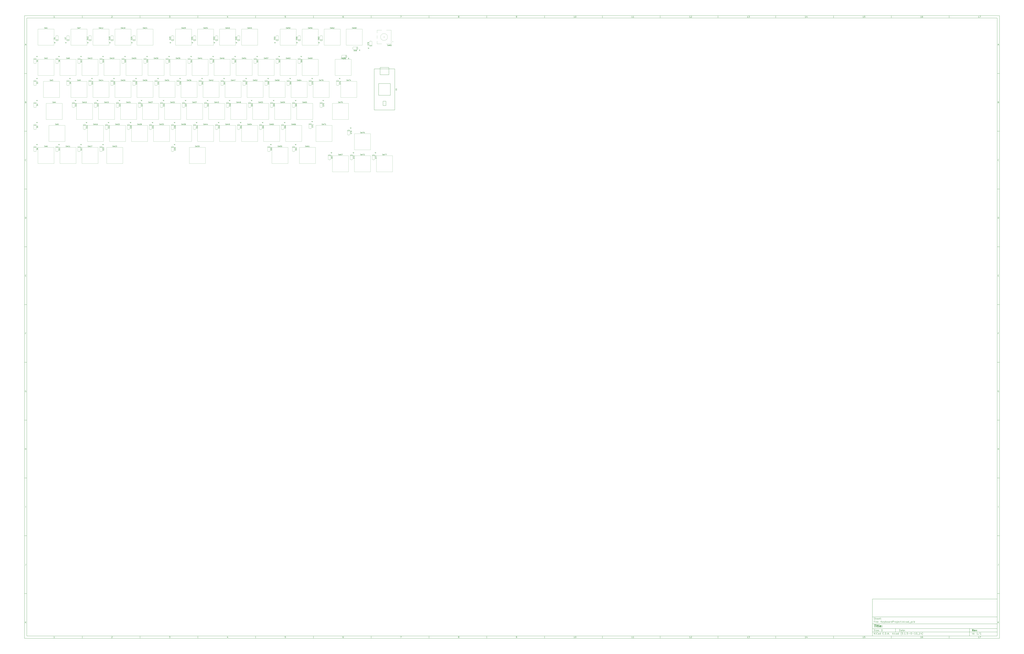
<source format=gto>
G04 #@! TF.GenerationSoftware,KiCad,Pcbnew,(5.1.5-0-10_14)*
G04 #@! TF.CreationDate,2020-03-20T22:46:17-04:00*
G04 #@! TF.ProjectId,KeyboardProject,4b657962-6f61-4726-9450-726f6a656374,rev?*
G04 #@! TF.SameCoordinates,Original*
G04 #@! TF.FileFunction,Legend,Top*
G04 #@! TF.FilePolarity,Positive*
%FSLAX46Y46*%
G04 Gerber Fmt 4.6, Leading zero omitted, Abs format (unit mm)*
G04 Created by KiCad (PCBNEW (5.1.5-0-10_14)) date 2020-03-20 22:46:17*
%MOMM*%
%LPD*%
G04 APERTURE LIST*
%ADD10C,0.100000*%
%ADD11C,0.150000*%
%ADD12C,0.300000*%
%ADD13C,0.400000*%
%ADD14C,0.120000*%
G04 APERTURE END LIST*
D10*
D11*
X743600000Y-514800000D02*
X743600000Y-546800000D01*
X851600000Y-546800000D01*
X851600000Y-514800000D01*
X743600000Y-514800000D01*
D10*
D11*
X10000000Y-10000000D02*
X10000000Y-548800000D01*
X853600000Y-548800000D01*
X853600000Y-10000000D01*
X10000000Y-10000000D01*
D10*
D11*
X12000000Y-12000000D02*
X12000000Y-546800000D01*
X851600000Y-546800000D01*
X851600000Y-12000000D01*
X12000000Y-12000000D01*
D10*
D11*
X60000000Y-12000000D02*
X60000000Y-10000000D01*
D10*
D11*
X110000000Y-12000000D02*
X110000000Y-10000000D01*
D10*
D11*
X160000000Y-12000000D02*
X160000000Y-10000000D01*
D10*
D11*
X210000000Y-12000000D02*
X210000000Y-10000000D01*
D10*
D11*
X260000000Y-12000000D02*
X260000000Y-10000000D01*
D10*
D11*
X310000000Y-12000000D02*
X310000000Y-10000000D01*
D10*
D11*
X360000000Y-12000000D02*
X360000000Y-10000000D01*
D10*
D11*
X410000000Y-12000000D02*
X410000000Y-10000000D01*
D10*
D11*
X460000000Y-12000000D02*
X460000000Y-10000000D01*
D10*
D11*
X510000000Y-12000000D02*
X510000000Y-10000000D01*
D10*
D11*
X560000000Y-12000000D02*
X560000000Y-10000000D01*
D10*
D11*
X610000000Y-12000000D02*
X610000000Y-10000000D01*
D10*
D11*
X660000000Y-12000000D02*
X660000000Y-10000000D01*
D10*
D11*
X710000000Y-12000000D02*
X710000000Y-10000000D01*
D10*
D11*
X760000000Y-12000000D02*
X760000000Y-10000000D01*
D10*
D11*
X810000000Y-12000000D02*
X810000000Y-10000000D01*
D10*
D11*
X36065476Y-11588095D02*
X35322619Y-11588095D01*
X35694047Y-11588095D02*
X35694047Y-10288095D01*
X35570238Y-10473809D01*
X35446428Y-10597619D01*
X35322619Y-10659523D01*
D10*
D11*
X85322619Y-10411904D02*
X85384523Y-10350000D01*
X85508333Y-10288095D01*
X85817857Y-10288095D01*
X85941666Y-10350000D01*
X86003571Y-10411904D01*
X86065476Y-10535714D01*
X86065476Y-10659523D01*
X86003571Y-10845238D01*
X85260714Y-11588095D01*
X86065476Y-11588095D01*
D10*
D11*
X135260714Y-10288095D02*
X136065476Y-10288095D01*
X135632142Y-10783333D01*
X135817857Y-10783333D01*
X135941666Y-10845238D01*
X136003571Y-10907142D01*
X136065476Y-11030952D01*
X136065476Y-11340476D01*
X136003571Y-11464285D01*
X135941666Y-11526190D01*
X135817857Y-11588095D01*
X135446428Y-11588095D01*
X135322619Y-11526190D01*
X135260714Y-11464285D01*
D10*
D11*
X185941666Y-10721428D02*
X185941666Y-11588095D01*
X185632142Y-10226190D02*
X185322619Y-11154761D01*
X186127380Y-11154761D01*
D10*
D11*
X236003571Y-10288095D02*
X235384523Y-10288095D01*
X235322619Y-10907142D01*
X235384523Y-10845238D01*
X235508333Y-10783333D01*
X235817857Y-10783333D01*
X235941666Y-10845238D01*
X236003571Y-10907142D01*
X236065476Y-11030952D01*
X236065476Y-11340476D01*
X236003571Y-11464285D01*
X235941666Y-11526190D01*
X235817857Y-11588095D01*
X235508333Y-11588095D01*
X235384523Y-11526190D01*
X235322619Y-11464285D01*
D10*
D11*
X285941666Y-10288095D02*
X285694047Y-10288095D01*
X285570238Y-10350000D01*
X285508333Y-10411904D01*
X285384523Y-10597619D01*
X285322619Y-10845238D01*
X285322619Y-11340476D01*
X285384523Y-11464285D01*
X285446428Y-11526190D01*
X285570238Y-11588095D01*
X285817857Y-11588095D01*
X285941666Y-11526190D01*
X286003571Y-11464285D01*
X286065476Y-11340476D01*
X286065476Y-11030952D01*
X286003571Y-10907142D01*
X285941666Y-10845238D01*
X285817857Y-10783333D01*
X285570238Y-10783333D01*
X285446428Y-10845238D01*
X285384523Y-10907142D01*
X285322619Y-11030952D01*
D10*
D11*
X335260714Y-10288095D02*
X336127380Y-10288095D01*
X335570238Y-11588095D01*
D10*
D11*
X385570238Y-10845238D02*
X385446428Y-10783333D01*
X385384523Y-10721428D01*
X385322619Y-10597619D01*
X385322619Y-10535714D01*
X385384523Y-10411904D01*
X385446428Y-10350000D01*
X385570238Y-10288095D01*
X385817857Y-10288095D01*
X385941666Y-10350000D01*
X386003571Y-10411904D01*
X386065476Y-10535714D01*
X386065476Y-10597619D01*
X386003571Y-10721428D01*
X385941666Y-10783333D01*
X385817857Y-10845238D01*
X385570238Y-10845238D01*
X385446428Y-10907142D01*
X385384523Y-10969047D01*
X385322619Y-11092857D01*
X385322619Y-11340476D01*
X385384523Y-11464285D01*
X385446428Y-11526190D01*
X385570238Y-11588095D01*
X385817857Y-11588095D01*
X385941666Y-11526190D01*
X386003571Y-11464285D01*
X386065476Y-11340476D01*
X386065476Y-11092857D01*
X386003571Y-10969047D01*
X385941666Y-10907142D01*
X385817857Y-10845238D01*
D10*
D11*
X435446428Y-11588095D02*
X435694047Y-11588095D01*
X435817857Y-11526190D01*
X435879761Y-11464285D01*
X436003571Y-11278571D01*
X436065476Y-11030952D01*
X436065476Y-10535714D01*
X436003571Y-10411904D01*
X435941666Y-10350000D01*
X435817857Y-10288095D01*
X435570238Y-10288095D01*
X435446428Y-10350000D01*
X435384523Y-10411904D01*
X435322619Y-10535714D01*
X435322619Y-10845238D01*
X435384523Y-10969047D01*
X435446428Y-11030952D01*
X435570238Y-11092857D01*
X435817857Y-11092857D01*
X435941666Y-11030952D01*
X436003571Y-10969047D01*
X436065476Y-10845238D01*
D10*
D11*
X486065476Y-11588095D02*
X485322619Y-11588095D01*
X485694047Y-11588095D02*
X485694047Y-10288095D01*
X485570238Y-10473809D01*
X485446428Y-10597619D01*
X485322619Y-10659523D01*
X486870238Y-10288095D02*
X486994047Y-10288095D01*
X487117857Y-10350000D01*
X487179761Y-10411904D01*
X487241666Y-10535714D01*
X487303571Y-10783333D01*
X487303571Y-11092857D01*
X487241666Y-11340476D01*
X487179761Y-11464285D01*
X487117857Y-11526190D01*
X486994047Y-11588095D01*
X486870238Y-11588095D01*
X486746428Y-11526190D01*
X486684523Y-11464285D01*
X486622619Y-11340476D01*
X486560714Y-11092857D01*
X486560714Y-10783333D01*
X486622619Y-10535714D01*
X486684523Y-10411904D01*
X486746428Y-10350000D01*
X486870238Y-10288095D01*
D10*
D11*
X536065476Y-11588095D02*
X535322619Y-11588095D01*
X535694047Y-11588095D02*
X535694047Y-10288095D01*
X535570238Y-10473809D01*
X535446428Y-10597619D01*
X535322619Y-10659523D01*
X537303571Y-11588095D02*
X536560714Y-11588095D01*
X536932142Y-11588095D02*
X536932142Y-10288095D01*
X536808333Y-10473809D01*
X536684523Y-10597619D01*
X536560714Y-10659523D01*
D10*
D11*
X586065476Y-11588095D02*
X585322619Y-11588095D01*
X585694047Y-11588095D02*
X585694047Y-10288095D01*
X585570238Y-10473809D01*
X585446428Y-10597619D01*
X585322619Y-10659523D01*
X586560714Y-10411904D02*
X586622619Y-10350000D01*
X586746428Y-10288095D01*
X587055952Y-10288095D01*
X587179761Y-10350000D01*
X587241666Y-10411904D01*
X587303571Y-10535714D01*
X587303571Y-10659523D01*
X587241666Y-10845238D01*
X586498809Y-11588095D01*
X587303571Y-11588095D01*
D10*
D11*
X636065476Y-11588095D02*
X635322619Y-11588095D01*
X635694047Y-11588095D02*
X635694047Y-10288095D01*
X635570238Y-10473809D01*
X635446428Y-10597619D01*
X635322619Y-10659523D01*
X636498809Y-10288095D02*
X637303571Y-10288095D01*
X636870238Y-10783333D01*
X637055952Y-10783333D01*
X637179761Y-10845238D01*
X637241666Y-10907142D01*
X637303571Y-11030952D01*
X637303571Y-11340476D01*
X637241666Y-11464285D01*
X637179761Y-11526190D01*
X637055952Y-11588095D01*
X636684523Y-11588095D01*
X636560714Y-11526190D01*
X636498809Y-11464285D01*
D10*
D11*
X686065476Y-11588095D02*
X685322619Y-11588095D01*
X685694047Y-11588095D02*
X685694047Y-10288095D01*
X685570238Y-10473809D01*
X685446428Y-10597619D01*
X685322619Y-10659523D01*
X687179761Y-10721428D02*
X687179761Y-11588095D01*
X686870238Y-10226190D02*
X686560714Y-11154761D01*
X687365476Y-11154761D01*
D10*
D11*
X736065476Y-11588095D02*
X735322619Y-11588095D01*
X735694047Y-11588095D02*
X735694047Y-10288095D01*
X735570238Y-10473809D01*
X735446428Y-10597619D01*
X735322619Y-10659523D01*
X737241666Y-10288095D02*
X736622619Y-10288095D01*
X736560714Y-10907142D01*
X736622619Y-10845238D01*
X736746428Y-10783333D01*
X737055952Y-10783333D01*
X737179761Y-10845238D01*
X737241666Y-10907142D01*
X737303571Y-11030952D01*
X737303571Y-11340476D01*
X737241666Y-11464285D01*
X737179761Y-11526190D01*
X737055952Y-11588095D01*
X736746428Y-11588095D01*
X736622619Y-11526190D01*
X736560714Y-11464285D01*
D10*
D11*
X786065476Y-11588095D02*
X785322619Y-11588095D01*
X785694047Y-11588095D02*
X785694047Y-10288095D01*
X785570238Y-10473809D01*
X785446428Y-10597619D01*
X785322619Y-10659523D01*
X787179761Y-10288095D02*
X786932142Y-10288095D01*
X786808333Y-10350000D01*
X786746428Y-10411904D01*
X786622619Y-10597619D01*
X786560714Y-10845238D01*
X786560714Y-11340476D01*
X786622619Y-11464285D01*
X786684523Y-11526190D01*
X786808333Y-11588095D01*
X787055952Y-11588095D01*
X787179761Y-11526190D01*
X787241666Y-11464285D01*
X787303571Y-11340476D01*
X787303571Y-11030952D01*
X787241666Y-10907142D01*
X787179761Y-10845238D01*
X787055952Y-10783333D01*
X786808333Y-10783333D01*
X786684523Y-10845238D01*
X786622619Y-10907142D01*
X786560714Y-11030952D01*
D10*
D11*
X836065476Y-11588095D02*
X835322619Y-11588095D01*
X835694047Y-11588095D02*
X835694047Y-10288095D01*
X835570238Y-10473809D01*
X835446428Y-10597619D01*
X835322619Y-10659523D01*
X836498809Y-10288095D02*
X837365476Y-10288095D01*
X836808333Y-11588095D01*
D10*
D11*
X60000000Y-546800000D02*
X60000000Y-548800000D01*
D10*
D11*
X110000000Y-546800000D02*
X110000000Y-548800000D01*
D10*
D11*
X160000000Y-546800000D02*
X160000000Y-548800000D01*
D10*
D11*
X210000000Y-546800000D02*
X210000000Y-548800000D01*
D10*
D11*
X260000000Y-546800000D02*
X260000000Y-548800000D01*
D10*
D11*
X310000000Y-546800000D02*
X310000000Y-548800000D01*
D10*
D11*
X360000000Y-546800000D02*
X360000000Y-548800000D01*
D10*
D11*
X410000000Y-546800000D02*
X410000000Y-548800000D01*
D10*
D11*
X460000000Y-546800000D02*
X460000000Y-548800000D01*
D10*
D11*
X510000000Y-546800000D02*
X510000000Y-548800000D01*
D10*
D11*
X560000000Y-546800000D02*
X560000000Y-548800000D01*
D10*
D11*
X610000000Y-546800000D02*
X610000000Y-548800000D01*
D10*
D11*
X660000000Y-546800000D02*
X660000000Y-548800000D01*
D10*
D11*
X710000000Y-546800000D02*
X710000000Y-548800000D01*
D10*
D11*
X760000000Y-546800000D02*
X760000000Y-548800000D01*
D10*
D11*
X810000000Y-546800000D02*
X810000000Y-548800000D01*
D10*
D11*
X36065476Y-548388095D02*
X35322619Y-548388095D01*
X35694047Y-548388095D02*
X35694047Y-547088095D01*
X35570238Y-547273809D01*
X35446428Y-547397619D01*
X35322619Y-547459523D01*
D10*
D11*
X85322619Y-547211904D02*
X85384523Y-547150000D01*
X85508333Y-547088095D01*
X85817857Y-547088095D01*
X85941666Y-547150000D01*
X86003571Y-547211904D01*
X86065476Y-547335714D01*
X86065476Y-547459523D01*
X86003571Y-547645238D01*
X85260714Y-548388095D01*
X86065476Y-548388095D01*
D10*
D11*
X135260714Y-547088095D02*
X136065476Y-547088095D01*
X135632142Y-547583333D01*
X135817857Y-547583333D01*
X135941666Y-547645238D01*
X136003571Y-547707142D01*
X136065476Y-547830952D01*
X136065476Y-548140476D01*
X136003571Y-548264285D01*
X135941666Y-548326190D01*
X135817857Y-548388095D01*
X135446428Y-548388095D01*
X135322619Y-548326190D01*
X135260714Y-548264285D01*
D10*
D11*
X185941666Y-547521428D02*
X185941666Y-548388095D01*
X185632142Y-547026190D02*
X185322619Y-547954761D01*
X186127380Y-547954761D01*
D10*
D11*
X236003571Y-547088095D02*
X235384523Y-547088095D01*
X235322619Y-547707142D01*
X235384523Y-547645238D01*
X235508333Y-547583333D01*
X235817857Y-547583333D01*
X235941666Y-547645238D01*
X236003571Y-547707142D01*
X236065476Y-547830952D01*
X236065476Y-548140476D01*
X236003571Y-548264285D01*
X235941666Y-548326190D01*
X235817857Y-548388095D01*
X235508333Y-548388095D01*
X235384523Y-548326190D01*
X235322619Y-548264285D01*
D10*
D11*
X285941666Y-547088095D02*
X285694047Y-547088095D01*
X285570238Y-547150000D01*
X285508333Y-547211904D01*
X285384523Y-547397619D01*
X285322619Y-547645238D01*
X285322619Y-548140476D01*
X285384523Y-548264285D01*
X285446428Y-548326190D01*
X285570238Y-548388095D01*
X285817857Y-548388095D01*
X285941666Y-548326190D01*
X286003571Y-548264285D01*
X286065476Y-548140476D01*
X286065476Y-547830952D01*
X286003571Y-547707142D01*
X285941666Y-547645238D01*
X285817857Y-547583333D01*
X285570238Y-547583333D01*
X285446428Y-547645238D01*
X285384523Y-547707142D01*
X285322619Y-547830952D01*
D10*
D11*
X335260714Y-547088095D02*
X336127380Y-547088095D01*
X335570238Y-548388095D01*
D10*
D11*
X385570238Y-547645238D02*
X385446428Y-547583333D01*
X385384523Y-547521428D01*
X385322619Y-547397619D01*
X385322619Y-547335714D01*
X385384523Y-547211904D01*
X385446428Y-547150000D01*
X385570238Y-547088095D01*
X385817857Y-547088095D01*
X385941666Y-547150000D01*
X386003571Y-547211904D01*
X386065476Y-547335714D01*
X386065476Y-547397619D01*
X386003571Y-547521428D01*
X385941666Y-547583333D01*
X385817857Y-547645238D01*
X385570238Y-547645238D01*
X385446428Y-547707142D01*
X385384523Y-547769047D01*
X385322619Y-547892857D01*
X385322619Y-548140476D01*
X385384523Y-548264285D01*
X385446428Y-548326190D01*
X385570238Y-548388095D01*
X385817857Y-548388095D01*
X385941666Y-548326190D01*
X386003571Y-548264285D01*
X386065476Y-548140476D01*
X386065476Y-547892857D01*
X386003571Y-547769047D01*
X385941666Y-547707142D01*
X385817857Y-547645238D01*
D10*
D11*
X435446428Y-548388095D02*
X435694047Y-548388095D01*
X435817857Y-548326190D01*
X435879761Y-548264285D01*
X436003571Y-548078571D01*
X436065476Y-547830952D01*
X436065476Y-547335714D01*
X436003571Y-547211904D01*
X435941666Y-547150000D01*
X435817857Y-547088095D01*
X435570238Y-547088095D01*
X435446428Y-547150000D01*
X435384523Y-547211904D01*
X435322619Y-547335714D01*
X435322619Y-547645238D01*
X435384523Y-547769047D01*
X435446428Y-547830952D01*
X435570238Y-547892857D01*
X435817857Y-547892857D01*
X435941666Y-547830952D01*
X436003571Y-547769047D01*
X436065476Y-547645238D01*
D10*
D11*
X486065476Y-548388095D02*
X485322619Y-548388095D01*
X485694047Y-548388095D02*
X485694047Y-547088095D01*
X485570238Y-547273809D01*
X485446428Y-547397619D01*
X485322619Y-547459523D01*
X486870238Y-547088095D02*
X486994047Y-547088095D01*
X487117857Y-547150000D01*
X487179761Y-547211904D01*
X487241666Y-547335714D01*
X487303571Y-547583333D01*
X487303571Y-547892857D01*
X487241666Y-548140476D01*
X487179761Y-548264285D01*
X487117857Y-548326190D01*
X486994047Y-548388095D01*
X486870238Y-548388095D01*
X486746428Y-548326190D01*
X486684523Y-548264285D01*
X486622619Y-548140476D01*
X486560714Y-547892857D01*
X486560714Y-547583333D01*
X486622619Y-547335714D01*
X486684523Y-547211904D01*
X486746428Y-547150000D01*
X486870238Y-547088095D01*
D10*
D11*
X536065476Y-548388095D02*
X535322619Y-548388095D01*
X535694047Y-548388095D02*
X535694047Y-547088095D01*
X535570238Y-547273809D01*
X535446428Y-547397619D01*
X535322619Y-547459523D01*
X537303571Y-548388095D02*
X536560714Y-548388095D01*
X536932142Y-548388095D02*
X536932142Y-547088095D01*
X536808333Y-547273809D01*
X536684523Y-547397619D01*
X536560714Y-547459523D01*
D10*
D11*
X586065476Y-548388095D02*
X585322619Y-548388095D01*
X585694047Y-548388095D02*
X585694047Y-547088095D01*
X585570238Y-547273809D01*
X585446428Y-547397619D01*
X585322619Y-547459523D01*
X586560714Y-547211904D02*
X586622619Y-547150000D01*
X586746428Y-547088095D01*
X587055952Y-547088095D01*
X587179761Y-547150000D01*
X587241666Y-547211904D01*
X587303571Y-547335714D01*
X587303571Y-547459523D01*
X587241666Y-547645238D01*
X586498809Y-548388095D01*
X587303571Y-548388095D01*
D10*
D11*
X636065476Y-548388095D02*
X635322619Y-548388095D01*
X635694047Y-548388095D02*
X635694047Y-547088095D01*
X635570238Y-547273809D01*
X635446428Y-547397619D01*
X635322619Y-547459523D01*
X636498809Y-547088095D02*
X637303571Y-547088095D01*
X636870238Y-547583333D01*
X637055952Y-547583333D01*
X637179761Y-547645238D01*
X637241666Y-547707142D01*
X637303571Y-547830952D01*
X637303571Y-548140476D01*
X637241666Y-548264285D01*
X637179761Y-548326190D01*
X637055952Y-548388095D01*
X636684523Y-548388095D01*
X636560714Y-548326190D01*
X636498809Y-548264285D01*
D10*
D11*
X686065476Y-548388095D02*
X685322619Y-548388095D01*
X685694047Y-548388095D02*
X685694047Y-547088095D01*
X685570238Y-547273809D01*
X685446428Y-547397619D01*
X685322619Y-547459523D01*
X687179761Y-547521428D02*
X687179761Y-548388095D01*
X686870238Y-547026190D02*
X686560714Y-547954761D01*
X687365476Y-547954761D01*
D10*
D11*
X736065476Y-548388095D02*
X735322619Y-548388095D01*
X735694047Y-548388095D02*
X735694047Y-547088095D01*
X735570238Y-547273809D01*
X735446428Y-547397619D01*
X735322619Y-547459523D01*
X737241666Y-547088095D02*
X736622619Y-547088095D01*
X736560714Y-547707142D01*
X736622619Y-547645238D01*
X736746428Y-547583333D01*
X737055952Y-547583333D01*
X737179761Y-547645238D01*
X737241666Y-547707142D01*
X737303571Y-547830952D01*
X737303571Y-548140476D01*
X737241666Y-548264285D01*
X737179761Y-548326190D01*
X737055952Y-548388095D01*
X736746428Y-548388095D01*
X736622619Y-548326190D01*
X736560714Y-548264285D01*
D10*
D11*
X786065476Y-548388095D02*
X785322619Y-548388095D01*
X785694047Y-548388095D02*
X785694047Y-547088095D01*
X785570238Y-547273809D01*
X785446428Y-547397619D01*
X785322619Y-547459523D01*
X787179761Y-547088095D02*
X786932142Y-547088095D01*
X786808333Y-547150000D01*
X786746428Y-547211904D01*
X786622619Y-547397619D01*
X786560714Y-547645238D01*
X786560714Y-548140476D01*
X786622619Y-548264285D01*
X786684523Y-548326190D01*
X786808333Y-548388095D01*
X787055952Y-548388095D01*
X787179761Y-548326190D01*
X787241666Y-548264285D01*
X787303571Y-548140476D01*
X787303571Y-547830952D01*
X787241666Y-547707142D01*
X787179761Y-547645238D01*
X787055952Y-547583333D01*
X786808333Y-547583333D01*
X786684523Y-547645238D01*
X786622619Y-547707142D01*
X786560714Y-547830952D01*
D10*
D11*
X836065476Y-548388095D02*
X835322619Y-548388095D01*
X835694047Y-548388095D02*
X835694047Y-547088095D01*
X835570238Y-547273809D01*
X835446428Y-547397619D01*
X835322619Y-547459523D01*
X836498809Y-547088095D02*
X837365476Y-547088095D01*
X836808333Y-548388095D01*
D10*
D11*
X10000000Y-60000000D02*
X12000000Y-60000000D01*
D10*
D11*
X10000000Y-110000000D02*
X12000000Y-110000000D01*
D10*
D11*
X10000000Y-160000000D02*
X12000000Y-160000000D01*
D10*
D11*
X10000000Y-210000000D02*
X12000000Y-210000000D01*
D10*
D11*
X10000000Y-260000000D02*
X12000000Y-260000000D01*
D10*
D11*
X10000000Y-310000000D02*
X12000000Y-310000000D01*
D10*
D11*
X10000000Y-360000000D02*
X12000000Y-360000000D01*
D10*
D11*
X10000000Y-410000000D02*
X12000000Y-410000000D01*
D10*
D11*
X10000000Y-460000000D02*
X12000000Y-460000000D01*
D10*
D11*
X10000000Y-510000000D02*
X12000000Y-510000000D01*
D10*
D11*
X10690476Y-35216666D02*
X11309523Y-35216666D01*
X10566666Y-35588095D02*
X11000000Y-34288095D01*
X11433333Y-35588095D01*
D10*
D11*
X11092857Y-84907142D02*
X11278571Y-84969047D01*
X11340476Y-85030952D01*
X11402380Y-85154761D01*
X11402380Y-85340476D01*
X11340476Y-85464285D01*
X11278571Y-85526190D01*
X11154761Y-85588095D01*
X10659523Y-85588095D01*
X10659523Y-84288095D01*
X11092857Y-84288095D01*
X11216666Y-84350000D01*
X11278571Y-84411904D01*
X11340476Y-84535714D01*
X11340476Y-84659523D01*
X11278571Y-84783333D01*
X11216666Y-84845238D01*
X11092857Y-84907142D01*
X10659523Y-84907142D01*
D10*
D11*
X11402380Y-135464285D02*
X11340476Y-135526190D01*
X11154761Y-135588095D01*
X11030952Y-135588095D01*
X10845238Y-135526190D01*
X10721428Y-135402380D01*
X10659523Y-135278571D01*
X10597619Y-135030952D01*
X10597619Y-134845238D01*
X10659523Y-134597619D01*
X10721428Y-134473809D01*
X10845238Y-134350000D01*
X11030952Y-134288095D01*
X11154761Y-134288095D01*
X11340476Y-134350000D01*
X11402380Y-134411904D01*
D10*
D11*
X10659523Y-185588095D02*
X10659523Y-184288095D01*
X10969047Y-184288095D01*
X11154761Y-184350000D01*
X11278571Y-184473809D01*
X11340476Y-184597619D01*
X11402380Y-184845238D01*
X11402380Y-185030952D01*
X11340476Y-185278571D01*
X11278571Y-185402380D01*
X11154761Y-185526190D01*
X10969047Y-185588095D01*
X10659523Y-185588095D01*
D10*
D11*
X10721428Y-234907142D02*
X11154761Y-234907142D01*
X11340476Y-235588095D02*
X10721428Y-235588095D01*
X10721428Y-234288095D01*
X11340476Y-234288095D01*
D10*
D11*
X11185714Y-284907142D02*
X10752380Y-284907142D01*
X10752380Y-285588095D02*
X10752380Y-284288095D01*
X11371428Y-284288095D01*
D10*
D11*
X11340476Y-334350000D02*
X11216666Y-334288095D01*
X11030952Y-334288095D01*
X10845238Y-334350000D01*
X10721428Y-334473809D01*
X10659523Y-334597619D01*
X10597619Y-334845238D01*
X10597619Y-335030952D01*
X10659523Y-335278571D01*
X10721428Y-335402380D01*
X10845238Y-335526190D01*
X11030952Y-335588095D01*
X11154761Y-335588095D01*
X11340476Y-335526190D01*
X11402380Y-335464285D01*
X11402380Y-335030952D01*
X11154761Y-335030952D01*
D10*
D11*
X10628571Y-385588095D02*
X10628571Y-384288095D01*
X10628571Y-384907142D02*
X11371428Y-384907142D01*
X11371428Y-385588095D02*
X11371428Y-384288095D01*
D10*
D11*
X11000000Y-435588095D02*
X11000000Y-434288095D01*
D10*
D11*
X11185714Y-484288095D02*
X11185714Y-485216666D01*
X11123809Y-485402380D01*
X11000000Y-485526190D01*
X10814285Y-485588095D01*
X10690476Y-485588095D01*
D10*
D11*
X10659523Y-535588095D02*
X10659523Y-534288095D01*
X11402380Y-535588095D02*
X10845238Y-534845238D01*
X11402380Y-534288095D02*
X10659523Y-535030952D01*
D10*
D11*
X853600000Y-60000000D02*
X851600000Y-60000000D01*
D10*
D11*
X853600000Y-110000000D02*
X851600000Y-110000000D01*
D10*
D11*
X853600000Y-160000000D02*
X851600000Y-160000000D01*
D10*
D11*
X853600000Y-210000000D02*
X851600000Y-210000000D01*
D10*
D11*
X853600000Y-260000000D02*
X851600000Y-260000000D01*
D10*
D11*
X853600000Y-310000000D02*
X851600000Y-310000000D01*
D10*
D11*
X853600000Y-360000000D02*
X851600000Y-360000000D01*
D10*
D11*
X853600000Y-410000000D02*
X851600000Y-410000000D01*
D10*
D11*
X853600000Y-460000000D02*
X851600000Y-460000000D01*
D10*
D11*
X853600000Y-510000000D02*
X851600000Y-510000000D01*
D10*
D11*
X852290476Y-35216666D02*
X852909523Y-35216666D01*
X852166666Y-35588095D02*
X852600000Y-34288095D01*
X853033333Y-35588095D01*
D10*
D11*
X852692857Y-84907142D02*
X852878571Y-84969047D01*
X852940476Y-85030952D01*
X853002380Y-85154761D01*
X853002380Y-85340476D01*
X852940476Y-85464285D01*
X852878571Y-85526190D01*
X852754761Y-85588095D01*
X852259523Y-85588095D01*
X852259523Y-84288095D01*
X852692857Y-84288095D01*
X852816666Y-84350000D01*
X852878571Y-84411904D01*
X852940476Y-84535714D01*
X852940476Y-84659523D01*
X852878571Y-84783333D01*
X852816666Y-84845238D01*
X852692857Y-84907142D01*
X852259523Y-84907142D01*
D10*
D11*
X853002380Y-135464285D02*
X852940476Y-135526190D01*
X852754761Y-135588095D01*
X852630952Y-135588095D01*
X852445238Y-135526190D01*
X852321428Y-135402380D01*
X852259523Y-135278571D01*
X852197619Y-135030952D01*
X852197619Y-134845238D01*
X852259523Y-134597619D01*
X852321428Y-134473809D01*
X852445238Y-134350000D01*
X852630952Y-134288095D01*
X852754761Y-134288095D01*
X852940476Y-134350000D01*
X853002380Y-134411904D01*
D10*
D11*
X852259523Y-185588095D02*
X852259523Y-184288095D01*
X852569047Y-184288095D01*
X852754761Y-184350000D01*
X852878571Y-184473809D01*
X852940476Y-184597619D01*
X853002380Y-184845238D01*
X853002380Y-185030952D01*
X852940476Y-185278571D01*
X852878571Y-185402380D01*
X852754761Y-185526190D01*
X852569047Y-185588095D01*
X852259523Y-185588095D01*
D10*
D11*
X852321428Y-234907142D02*
X852754761Y-234907142D01*
X852940476Y-235588095D02*
X852321428Y-235588095D01*
X852321428Y-234288095D01*
X852940476Y-234288095D01*
D10*
D11*
X852785714Y-284907142D02*
X852352380Y-284907142D01*
X852352380Y-285588095D02*
X852352380Y-284288095D01*
X852971428Y-284288095D01*
D10*
D11*
X852940476Y-334350000D02*
X852816666Y-334288095D01*
X852630952Y-334288095D01*
X852445238Y-334350000D01*
X852321428Y-334473809D01*
X852259523Y-334597619D01*
X852197619Y-334845238D01*
X852197619Y-335030952D01*
X852259523Y-335278571D01*
X852321428Y-335402380D01*
X852445238Y-335526190D01*
X852630952Y-335588095D01*
X852754761Y-335588095D01*
X852940476Y-335526190D01*
X853002380Y-335464285D01*
X853002380Y-335030952D01*
X852754761Y-335030952D01*
D10*
D11*
X852228571Y-385588095D02*
X852228571Y-384288095D01*
X852228571Y-384907142D02*
X852971428Y-384907142D01*
X852971428Y-385588095D02*
X852971428Y-384288095D01*
D10*
D11*
X852600000Y-435588095D02*
X852600000Y-434288095D01*
D10*
D11*
X852785714Y-484288095D02*
X852785714Y-485216666D01*
X852723809Y-485402380D01*
X852600000Y-485526190D01*
X852414285Y-485588095D01*
X852290476Y-485588095D01*
D10*
D11*
X852259523Y-535588095D02*
X852259523Y-534288095D01*
X853002380Y-535588095D02*
X852445238Y-534845238D01*
X853002380Y-534288095D02*
X852259523Y-535030952D01*
D10*
D11*
X767032142Y-542578571D02*
X767032142Y-541078571D01*
X767389285Y-541078571D01*
X767603571Y-541150000D01*
X767746428Y-541292857D01*
X767817857Y-541435714D01*
X767889285Y-541721428D01*
X767889285Y-541935714D01*
X767817857Y-542221428D01*
X767746428Y-542364285D01*
X767603571Y-542507142D01*
X767389285Y-542578571D01*
X767032142Y-542578571D01*
X769175000Y-542578571D02*
X769175000Y-541792857D01*
X769103571Y-541650000D01*
X768960714Y-541578571D01*
X768675000Y-541578571D01*
X768532142Y-541650000D01*
X769175000Y-542507142D02*
X769032142Y-542578571D01*
X768675000Y-542578571D01*
X768532142Y-542507142D01*
X768460714Y-542364285D01*
X768460714Y-542221428D01*
X768532142Y-542078571D01*
X768675000Y-542007142D01*
X769032142Y-542007142D01*
X769175000Y-541935714D01*
X769675000Y-541578571D02*
X770246428Y-541578571D01*
X769889285Y-541078571D02*
X769889285Y-542364285D01*
X769960714Y-542507142D01*
X770103571Y-542578571D01*
X770246428Y-542578571D01*
X771317857Y-542507142D02*
X771175000Y-542578571D01*
X770889285Y-542578571D01*
X770746428Y-542507142D01*
X770675000Y-542364285D01*
X770675000Y-541792857D01*
X770746428Y-541650000D01*
X770889285Y-541578571D01*
X771175000Y-541578571D01*
X771317857Y-541650000D01*
X771389285Y-541792857D01*
X771389285Y-541935714D01*
X770675000Y-542078571D01*
X772032142Y-542435714D02*
X772103571Y-542507142D01*
X772032142Y-542578571D01*
X771960714Y-542507142D01*
X772032142Y-542435714D01*
X772032142Y-542578571D01*
X772032142Y-541650000D02*
X772103571Y-541721428D01*
X772032142Y-541792857D01*
X771960714Y-541721428D01*
X772032142Y-541650000D01*
X772032142Y-541792857D01*
D10*
D11*
X743600000Y-543300000D02*
X851600000Y-543300000D01*
D10*
D11*
X745032142Y-545378571D02*
X745032142Y-543878571D01*
X745889285Y-545378571D02*
X745246428Y-544521428D01*
X745889285Y-543878571D02*
X745032142Y-544735714D01*
X746532142Y-545378571D02*
X746532142Y-544378571D01*
X746532142Y-543878571D02*
X746460714Y-543950000D01*
X746532142Y-544021428D01*
X746603571Y-543950000D01*
X746532142Y-543878571D01*
X746532142Y-544021428D01*
X748103571Y-545235714D02*
X748032142Y-545307142D01*
X747817857Y-545378571D01*
X747675000Y-545378571D01*
X747460714Y-545307142D01*
X747317857Y-545164285D01*
X747246428Y-545021428D01*
X747175000Y-544735714D01*
X747175000Y-544521428D01*
X747246428Y-544235714D01*
X747317857Y-544092857D01*
X747460714Y-543950000D01*
X747675000Y-543878571D01*
X747817857Y-543878571D01*
X748032142Y-543950000D01*
X748103571Y-544021428D01*
X749389285Y-545378571D02*
X749389285Y-544592857D01*
X749317857Y-544450000D01*
X749175000Y-544378571D01*
X748889285Y-544378571D01*
X748746428Y-544450000D01*
X749389285Y-545307142D02*
X749246428Y-545378571D01*
X748889285Y-545378571D01*
X748746428Y-545307142D01*
X748675000Y-545164285D01*
X748675000Y-545021428D01*
X748746428Y-544878571D01*
X748889285Y-544807142D01*
X749246428Y-544807142D01*
X749389285Y-544735714D01*
X750746428Y-545378571D02*
X750746428Y-543878571D01*
X750746428Y-545307142D02*
X750603571Y-545378571D01*
X750317857Y-545378571D01*
X750175000Y-545307142D01*
X750103571Y-545235714D01*
X750032142Y-545092857D01*
X750032142Y-544664285D01*
X750103571Y-544521428D01*
X750175000Y-544450000D01*
X750317857Y-544378571D01*
X750603571Y-544378571D01*
X750746428Y-544450000D01*
X752603571Y-544592857D02*
X753103571Y-544592857D01*
X753317857Y-545378571D02*
X752603571Y-545378571D01*
X752603571Y-543878571D01*
X753317857Y-543878571D01*
X753960714Y-545235714D02*
X754032142Y-545307142D01*
X753960714Y-545378571D01*
X753889285Y-545307142D01*
X753960714Y-545235714D01*
X753960714Y-545378571D01*
X754675000Y-545378571D02*
X754675000Y-543878571D01*
X755032142Y-543878571D01*
X755246428Y-543950000D01*
X755389285Y-544092857D01*
X755460714Y-544235714D01*
X755532142Y-544521428D01*
X755532142Y-544735714D01*
X755460714Y-545021428D01*
X755389285Y-545164285D01*
X755246428Y-545307142D01*
X755032142Y-545378571D01*
X754675000Y-545378571D01*
X756175000Y-545235714D02*
X756246428Y-545307142D01*
X756175000Y-545378571D01*
X756103571Y-545307142D01*
X756175000Y-545235714D01*
X756175000Y-545378571D01*
X756817857Y-544950000D02*
X757532142Y-544950000D01*
X756675000Y-545378571D02*
X757175000Y-543878571D01*
X757675000Y-545378571D01*
X758175000Y-545235714D02*
X758246428Y-545307142D01*
X758175000Y-545378571D01*
X758103571Y-545307142D01*
X758175000Y-545235714D01*
X758175000Y-545378571D01*
X761175000Y-545378571D02*
X761175000Y-543878571D01*
X761317857Y-544807142D02*
X761746428Y-545378571D01*
X761746428Y-544378571D02*
X761175000Y-544950000D01*
X762389285Y-545378571D02*
X762389285Y-544378571D01*
X762389285Y-543878571D02*
X762317857Y-543950000D01*
X762389285Y-544021428D01*
X762460714Y-543950000D01*
X762389285Y-543878571D01*
X762389285Y-544021428D01*
X763746428Y-545307142D02*
X763603571Y-545378571D01*
X763317857Y-545378571D01*
X763175000Y-545307142D01*
X763103571Y-545235714D01*
X763032142Y-545092857D01*
X763032142Y-544664285D01*
X763103571Y-544521428D01*
X763175000Y-544450000D01*
X763317857Y-544378571D01*
X763603571Y-544378571D01*
X763746428Y-544450000D01*
X765032142Y-545378571D02*
X765032142Y-544592857D01*
X764960714Y-544450000D01*
X764817857Y-544378571D01*
X764532142Y-544378571D01*
X764389285Y-544450000D01*
X765032142Y-545307142D02*
X764889285Y-545378571D01*
X764532142Y-545378571D01*
X764389285Y-545307142D01*
X764317857Y-545164285D01*
X764317857Y-545021428D01*
X764389285Y-544878571D01*
X764532142Y-544807142D01*
X764889285Y-544807142D01*
X765032142Y-544735714D01*
X766389285Y-545378571D02*
X766389285Y-543878571D01*
X766389285Y-545307142D02*
X766246428Y-545378571D01*
X765960714Y-545378571D01*
X765817857Y-545307142D01*
X765746428Y-545235714D01*
X765675000Y-545092857D01*
X765675000Y-544664285D01*
X765746428Y-544521428D01*
X765817857Y-544450000D01*
X765960714Y-544378571D01*
X766246428Y-544378571D01*
X766389285Y-544450000D01*
X768675000Y-545950000D02*
X768603571Y-545878571D01*
X768460714Y-545664285D01*
X768389285Y-545521428D01*
X768317857Y-545307142D01*
X768246428Y-544950000D01*
X768246428Y-544664285D01*
X768317857Y-544307142D01*
X768389285Y-544092857D01*
X768460714Y-543950000D01*
X768603571Y-543735714D01*
X768675000Y-543664285D01*
X769960714Y-543878571D02*
X769246428Y-543878571D01*
X769175000Y-544592857D01*
X769246428Y-544521428D01*
X769389285Y-544450000D01*
X769746428Y-544450000D01*
X769889285Y-544521428D01*
X769960714Y-544592857D01*
X770032142Y-544735714D01*
X770032142Y-545092857D01*
X769960714Y-545235714D01*
X769889285Y-545307142D01*
X769746428Y-545378571D01*
X769389285Y-545378571D01*
X769246428Y-545307142D01*
X769175000Y-545235714D01*
X770675000Y-545235714D02*
X770746428Y-545307142D01*
X770675000Y-545378571D01*
X770603571Y-545307142D01*
X770675000Y-545235714D01*
X770675000Y-545378571D01*
X772175000Y-545378571D02*
X771317857Y-545378571D01*
X771746428Y-545378571D02*
X771746428Y-543878571D01*
X771603571Y-544092857D01*
X771460714Y-544235714D01*
X771317857Y-544307142D01*
X772817857Y-545235714D02*
X772889285Y-545307142D01*
X772817857Y-545378571D01*
X772746428Y-545307142D01*
X772817857Y-545235714D01*
X772817857Y-545378571D01*
X774246428Y-543878571D02*
X773532142Y-543878571D01*
X773460714Y-544592857D01*
X773532142Y-544521428D01*
X773675000Y-544450000D01*
X774032142Y-544450000D01*
X774175000Y-544521428D01*
X774246428Y-544592857D01*
X774317857Y-544735714D01*
X774317857Y-545092857D01*
X774246428Y-545235714D01*
X774175000Y-545307142D01*
X774032142Y-545378571D01*
X773675000Y-545378571D01*
X773532142Y-545307142D01*
X773460714Y-545235714D01*
X774960714Y-544807142D02*
X776103571Y-544807142D01*
X777103571Y-543878571D02*
X777246428Y-543878571D01*
X777389285Y-543950000D01*
X777460714Y-544021428D01*
X777532142Y-544164285D01*
X777603571Y-544450000D01*
X777603571Y-544807142D01*
X777532142Y-545092857D01*
X777460714Y-545235714D01*
X777389285Y-545307142D01*
X777246428Y-545378571D01*
X777103571Y-545378571D01*
X776960714Y-545307142D01*
X776889285Y-545235714D01*
X776817857Y-545092857D01*
X776746428Y-544807142D01*
X776746428Y-544450000D01*
X776817857Y-544164285D01*
X776889285Y-544021428D01*
X776960714Y-543950000D01*
X777103571Y-543878571D01*
X778246428Y-544807142D02*
X779389285Y-544807142D01*
X780889285Y-545378571D02*
X780032142Y-545378571D01*
X780460714Y-545378571D02*
X780460714Y-543878571D01*
X780317857Y-544092857D01*
X780175000Y-544235714D01*
X780032142Y-544307142D01*
X781817857Y-543878571D02*
X781960714Y-543878571D01*
X782103571Y-543950000D01*
X782175000Y-544021428D01*
X782246428Y-544164285D01*
X782317857Y-544450000D01*
X782317857Y-544807142D01*
X782246428Y-545092857D01*
X782175000Y-545235714D01*
X782103571Y-545307142D01*
X781960714Y-545378571D01*
X781817857Y-545378571D01*
X781675000Y-545307142D01*
X781603571Y-545235714D01*
X781532142Y-545092857D01*
X781460714Y-544807142D01*
X781460714Y-544450000D01*
X781532142Y-544164285D01*
X781603571Y-544021428D01*
X781675000Y-543950000D01*
X781817857Y-543878571D01*
X782603571Y-545521428D02*
X783746428Y-545521428D01*
X784889285Y-545378571D02*
X784032142Y-545378571D01*
X784460714Y-545378571D02*
X784460714Y-543878571D01*
X784317857Y-544092857D01*
X784175000Y-544235714D01*
X784032142Y-544307142D01*
X786175000Y-544378571D02*
X786175000Y-545378571D01*
X785817857Y-543807142D02*
X785460714Y-544878571D01*
X786389285Y-544878571D01*
X786817857Y-545950000D02*
X786889285Y-545878571D01*
X787032142Y-545664285D01*
X787103571Y-545521428D01*
X787175000Y-545307142D01*
X787246428Y-544950000D01*
X787246428Y-544664285D01*
X787175000Y-544307142D01*
X787103571Y-544092857D01*
X787032142Y-543950000D01*
X786889285Y-543735714D01*
X786817857Y-543664285D01*
D10*
D11*
X743600000Y-540300000D02*
X851600000Y-540300000D01*
D10*
D12*
X831009285Y-542578571D02*
X830509285Y-541864285D01*
X830152142Y-542578571D02*
X830152142Y-541078571D01*
X830723571Y-541078571D01*
X830866428Y-541150000D01*
X830937857Y-541221428D01*
X831009285Y-541364285D01*
X831009285Y-541578571D01*
X830937857Y-541721428D01*
X830866428Y-541792857D01*
X830723571Y-541864285D01*
X830152142Y-541864285D01*
X832223571Y-542507142D02*
X832080714Y-542578571D01*
X831795000Y-542578571D01*
X831652142Y-542507142D01*
X831580714Y-542364285D01*
X831580714Y-541792857D01*
X831652142Y-541650000D01*
X831795000Y-541578571D01*
X832080714Y-541578571D01*
X832223571Y-541650000D01*
X832295000Y-541792857D01*
X832295000Y-541935714D01*
X831580714Y-542078571D01*
X832795000Y-541578571D02*
X833152142Y-542578571D01*
X833509285Y-541578571D01*
X834080714Y-542435714D02*
X834152142Y-542507142D01*
X834080714Y-542578571D01*
X834009285Y-542507142D01*
X834080714Y-542435714D01*
X834080714Y-542578571D01*
X834080714Y-541650000D02*
X834152142Y-541721428D01*
X834080714Y-541792857D01*
X834009285Y-541721428D01*
X834080714Y-541650000D01*
X834080714Y-541792857D01*
D10*
D11*
X744960714Y-542507142D02*
X745175000Y-542578571D01*
X745532142Y-542578571D01*
X745675000Y-542507142D01*
X745746428Y-542435714D01*
X745817857Y-542292857D01*
X745817857Y-542150000D01*
X745746428Y-542007142D01*
X745675000Y-541935714D01*
X745532142Y-541864285D01*
X745246428Y-541792857D01*
X745103571Y-541721428D01*
X745032142Y-541650000D01*
X744960714Y-541507142D01*
X744960714Y-541364285D01*
X745032142Y-541221428D01*
X745103571Y-541150000D01*
X745246428Y-541078571D01*
X745603571Y-541078571D01*
X745817857Y-541150000D01*
X746460714Y-542578571D02*
X746460714Y-541578571D01*
X746460714Y-541078571D02*
X746389285Y-541150000D01*
X746460714Y-541221428D01*
X746532142Y-541150000D01*
X746460714Y-541078571D01*
X746460714Y-541221428D01*
X747032142Y-541578571D02*
X747817857Y-541578571D01*
X747032142Y-542578571D01*
X747817857Y-542578571D01*
X748960714Y-542507142D02*
X748817857Y-542578571D01*
X748532142Y-542578571D01*
X748389285Y-542507142D01*
X748317857Y-542364285D01*
X748317857Y-541792857D01*
X748389285Y-541650000D01*
X748532142Y-541578571D01*
X748817857Y-541578571D01*
X748960714Y-541650000D01*
X749032142Y-541792857D01*
X749032142Y-541935714D01*
X748317857Y-542078571D01*
X749675000Y-542435714D02*
X749746428Y-542507142D01*
X749675000Y-542578571D01*
X749603571Y-542507142D01*
X749675000Y-542435714D01*
X749675000Y-542578571D01*
X749675000Y-541650000D02*
X749746428Y-541721428D01*
X749675000Y-541792857D01*
X749603571Y-541721428D01*
X749675000Y-541650000D01*
X749675000Y-541792857D01*
X751532142Y-542578571D02*
X751532142Y-541078571D01*
X751889285Y-541078571D01*
X752103571Y-541150000D01*
X752246428Y-541292857D01*
X752317857Y-541435714D01*
X752389285Y-541721428D01*
X752389285Y-541935714D01*
X752317857Y-542221428D01*
X752246428Y-542364285D01*
X752103571Y-542507142D01*
X751889285Y-542578571D01*
X751532142Y-542578571D01*
D10*
D11*
X830032142Y-545378571D02*
X830032142Y-543878571D01*
X831389285Y-545378571D02*
X831389285Y-543878571D01*
X831389285Y-545307142D02*
X831246428Y-545378571D01*
X830960714Y-545378571D01*
X830817857Y-545307142D01*
X830746428Y-545235714D01*
X830675000Y-545092857D01*
X830675000Y-544664285D01*
X830746428Y-544521428D01*
X830817857Y-544450000D01*
X830960714Y-544378571D01*
X831246428Y-544378571D01*
X831389285Y-544450000D01*
X832103571Y-545235714D02*
X832175000Y-545307142D01*
X832103571Y-545378571D01*
X832032142Y-545307142D01*
X832103571Y-545235714D01*
X832103571Y-545378571D01*
X832103571Y-544450000D02*
X832175000Y-544521428D01*
X832103571Y-544592857D01*
X832032142Y-544521428D01*
X832103571Y-544450000D01*
X832103571Y-544592857D01*
X834746428Y-545378571D02*
X833889285Y-545378571D01*
X834317857Y-545378571D02*
X834317857Y-543878571D01*
X834175000Y-544092857D01*
X834032142Y-544235714D01*
X833889285Y-544307142D01*
X836460714Y-543807142D02*
X835175000Y-545735714D01*
X837746428Y-545378571D02*
X836889285Y-545378571D01*
X837317857Y-545378571D02*
X837317857Y-543878571D01*
X837175000Y-544092857D01*
X837032142Y-544235714D01*
X836889285Y-544307142D01*
D10*
D11*
X743600000Y-536300000D02*
X851600000Y-536300000D01*
D10*
D13*
X745312380Y-537004761D02*
X746455238Y-537004761D01*
X745633809Y-539004761D02*
X745883809Y-537004761D01*
X746871904Y-539004761D02*
X747038571Y-537671428D01*
X747121904Y-537004761D02*
X747014761Y-537100000D01*
X747098095Y-537195238D01*
X747205238Y-537100000D01*
X747121904Y-537004761D01*
X747098095Y-537195238D01*
X747705238Y-537671428D02*
X748467142Y-537671428D01*
X748074285Y-537004761D02*
X747860000Y-538719047D01*
X747931428Y-538909523D01*
X748110000Y-539004761D01*
X748300476Y-539004761D01*
X749252857Y-539004761D02*
X749074285Y-538909523D01*
X749002857Y-538719047D01*
X749217142Y-537004761D01*
X750788571Y-538909523D02*
X750586190Y-539004761D01*
X750205238Y-539004761D01*
X750026666Y-538909523D01*
X749955238Y-538719047D01*
X750050476Y-537957142D01*
X750169523Y-537766666D01*
X750371904Y-537671428D01*
X750752857Y-537671428D01*
X750931428Y-537766666D01*
X751002857Y-537957142D01*
X750979047Y-538147619D01*
X750002857Y-538338095D01*
X751752857Y-538814285D02*
X751836190Y-538909523D01*
X751729047Y-539004761D01*
X751645714Y-538909523D01*
X751752857Y-538814285D01*
X751729047Y-539004761D01*
X751883809Y-537766666D02*
X751967142Y-537861904D01*
X751860000Y-537957142D01*
X751776666Y-537861904D01*
X751883809Y-537766666D01*
X751860000Y-537957142D01*
D10*
D11*
X745532142Y-534392857D02*
X745032142Y-534392857D01*
X745032142Y-535178571D02*
X745032142Y-533678571D01*
X745746428Y-533678571D01*
X746317857Y-535178571D02*
X746317857Y-534178571D01*
X746317857Y-533678571D02*
X746246428Y-533750000D01*
X746317857Y-533821428D01*
X746389285Y-533750000D01*
X746317857Y-533678571D01*
X746317857Y-533821428D01*
X747246428Y-535178571D02*
X747103571Y-535107142D01*
X747032142Y-534964285D01*
X747032142Y-533678571D01*
X748389285Y-535107142D02*
X748246428Y-535178571D01*
X747960714Y-535178571D01*
X747817857Y-535107142D01*
X747746428Y-534964285D01*
X747746428Y-534392857D01*
X747817857Y-534250000D01*
X747960714Y-534178571D01*
X748246428Y-534178571D01*
X748389285Y-534250000D01*
X748460714Y-534392857D01*
X748460714Y-534535714D01*
X747746428Y-534678571D01*
X749103571Y-535035714D02*
X749175000Y-535107142D01*
X749103571Y-535178571D01*
X749032142Y-535107142D01*
X749103571Y-535035714D01*
X749103571Y-535178571D01*
X749103571Y-534250000D02*
X749175000Y-534321428D01*
X749103571Y-534392857D01*
X749032142Y-534321428D01*
X749103571Y-534250000D01*
X749103571Y-534392857D01*
X750960714Y-535178571D02*
X750960714Y-533678571D01*
X751817857Y-535178571D02*
X751175000Y-534321428D01*
X751817857Y-533678571D02*
X750960714Y-534535714D01*
X753032142Y-535107142D02*
X752889285Y-535178571D01*
X752603571Y-535178571D01*
X752460714Y-535107142D01*
X752389285Y-534964285D01*
X752389285Y-534392857D01*
X752460714Y-534250000D01*
X752603571Y-534178571D01*
X752889285Y-534178571D01*
X753032142Y-534250000D01*
X753103571Y-534392857D01*
X753103571Y-534535714D01*
X752389285Y-534678571D01*
X753603571Y-534178571D02*
X753960714Y-535178571D01*
X754317857Y-534178571D02*
X753960714Y-535178571D01*
X753817857Y-535535714D01*
X753746428Y-535607142D01*
X753603571Y-535678571D01*
X754889285Y-535178571D02*
X754889285Y-533678571D01*
X754889285Y-534250000D02*
X755032142Y-534178571D01*
X755317857Y-534178571D01*
X755460714Y-534250000D01*
X755532142Y-534321428D01*
X755603571Y-534464285D01*
X755603571Y-534892857D01*
X755532142Y-535035714D01*
X755460714Y-535107142D01*
X755317857Y-535178571D01*
X755032142Y-535178571D01*
X754889285Y-535107142D01*
X756460714Y-535178571D02*
X756317857Y-535107142D01*
X756246428Y-535035714D01*
X756175000Y-534892857D01*
X756175000Y-534464285D01*
X756246428Y-534321428D01*
X756317857Y-534250000D01*
X756460714Y-534178571D01*
X756675000Y-534178571D01*
X756817857Y-534250000D01*
X756889285Y-534321428D01*
X756960714Y-534464285D01*
X756960714Y-534892857D01*
X756889285Y-535035714D01*
X756817857Y-535107142D01*
X756675000Y-535178571D01*
X756460714Y-535178571D01*
X758246428Y-535178571D02*
X758246428Y-534392857D01*
X758175000Y-534250000D01*
X758032142Y-534178571D01*
X757746428Y-534178571D01*
X757603571Y-534250000D01*
X758246428Y-535107142D02*
X758103571Y-535178571D01*
X757746428Y-535178571D01*
X757603571Y-535107142D01*
X757532142Y-534964285D01*
X757532142Y-534821428D01*
X757603571Y-534678571D01*
X757746428Y-534607142D01*
X758103571Y-534607142D01*
X758246428Y-534535714D01*
X758960714Y-535178571D02*
X758960714Y-534178571D01*
X758960714Y-534464285D02*
X759032142Y-534321428D01*
X759103571Y-534250000D01*
X759246428Y-534178571D01*
X759389285Y-534178571D01*
X760532142Y-535178571D02*
X760532142Y-533678571D01*
X760532142Y-535107142D02*
X760389285Y-535178571D01*
X760103571Y-535178571D01*
X759960714Y-535107142D01*
X759889285Y-535035714D01*
X759817857Y-534892857D01*
X759817857Y-534464285D01*
X759889285Y-534321428D01*
X759960714Y-534250000D01*
X760103571Y-534178571D01*
X760389285Y-534178571D01*
X760532142Y-534250000D01*
X761246428Y-535178571D02*
X761246428Y-533678571D01*
X761817857Y-533678571D01*
X761960714Y-533750000D01*
X762032142Y-533821428D01*
X762103571Y-533964285D01*
X762103571Y-534178571D01*
X762032142Y-534321428D01*
X761960714Y-534392857D01*
X761817857Y-534464285D01*
X761246428Y-534464285D01*
X762746428Y-535178571D02*
X762746428Y-534178571D01*
X762746428Y-534464285D02*
X762817857Y-534321428D01*
X762889285Y-534250000D01*
X763032142Y-534178571D01*
X763175000Y-534178571D01*
X763889285Y-535178571D02*
X763746428Y-535107142D01*
X763675000Y-535035714D01*
X763603571Y-534892857D01*
X763603571Y-534464285D01*
X763675000Y-534321428D01*
X763746428Y-534250000D01*
X763889285Y-534178571D01*
X764103571Y-534178571D01*
X764246428Y-534250000D01*
X764317857Y-534321428D01*
X764389285Y-534464285D01*
X764389285Y-534892857D01*
X764317857Y-535035714D01*
X764246428Y-535107142D01*
X764103571Y-535178571D01*
X763889285Y-535178571D01*
X765032142Y-534178571D02*
X765032142Y-535464285D01*
X764960714Y-535607142D01*
X764817857Y-535678571D01*
X764746428Y-535678571D01*
X765032142Y-533678571D02*
X764960714Y-533750000D01*
X765032142Y-533821428D01*
X765103571Y-533750000D01*
X765032142Y-533678571D01*
X765032142Y-533821428D01*
X766317857Y-535107142D02*
X766175000Y-535178571D01*
X765889285Y-535178571D01*
X765746428Y-535107142D01*
X765675000Y-534964285D01*
X765675000Y-534392857D01*
X765746428Y-534250000D01*
X765889285Y-534178571D01*
X766175000Y-534178571D01*
X766317857Y-534250000D01*
X766389285Y-534392857D01*
X766389285Y-534535714D01*
X765675000Y-534678571D01*
X767675000Y-535107142D02*
X767532142Y-535178571D01*
X767246428Y-535178571D01*
X767103571Y-535107142D01*
X767032142Y-535035714D01*
X766960714Y-534892857D01*
X766960714Y-534464285D01*
X767032142Y-534321428D01*
X767103571Y-534250000D01*
X767246428Y-534178571D01*
X767532142Y-534178571D01*
X767675000Y-534250000D01*
X768103571Y-534178571D02*
X768675000Y-534178571D01*
X768317857Y-533678571D02*
X768317857Y-534964285D01*
X768389285Y-535107142D01*
X768532142Y-535178571D01*
X768675000Y-535178571D01*
X769175000Y-535035714D02*
X769246428Y-535107142D01*
X769175000Y-535178571D01*
X769103571Y-535107142D01*
X769175000Y-535035714D01*
X769175000Y-535178571D01*
X769889285Y-535178571D02*
X769889285Y-533678571D01*
X770032142Y-534607142D02*
X770460714Y-535178571D01*
X770460714Y-534178571D02*
X769889285Y-534750000D01*
X771103571Y-535178571D02*
X771103571Y-534178571D01*
X771103571Y-533678571D02*
X771032142Y-533750000D01*
X771103571Y-533821428D01*
X771175000Y-533750000D01*
X771103571Y-533678571D01*
X771103571Y-533821428D01*
X772460714Y-535107142D02*
X772317857Y-535178571D01*
X772032142Y-535178571D01*
X771889285Y-535107142D01*
X771817857Y-535035714D01*
X771746428Y-534892857D01*
X771746428Y-534464285D01*
X771817857Y-534321428D01*
X771889285Y-534250000D01*
X772032142Y-534178571D01*
X772317857Y-534178571D01*
X772460714Y-534250000D01*
X773746428Y-535178571D02*
X773746428Y-534392857D01*
X773675000Y-534250000D01*
X773532142Y-534178571D01*
X773246428Y-534178571D01*
X773103571Y-534250000D01*
X773746428Y-535107142D02*
X773603571Y-535178571D01*
X773246428Y-535178571D01*
X773103571Y-535107142D01*
X773032142Y-534964285D01*
X773032142Y-534821428D01*
X773103571Y-534678571D01*
X773246428Y-534607142D01*
X773603571Y-534607142D01*
X773746428Y-534535714D01*
X775103571Y-535178571D02*
X775103571Y-533678571D01*
X775103571Y-535107142D02*
X774960714Y-535178571D01*
X774675000Y-535178571D01*
X774532142Y-535107142D01*
X774460714Y-535035714D01*
X774389285Y-534892857D01*
X774389285Y-534464285D01*
X774460714Y-534321428D01*
X774532142Y-534250000D01*
X774675000Y-534178571D01*
X774960714Y-534178571D01*
X775103571Y-534250000D01*
X775460714Y-535321428D02*
X776603571Y-535321428D01*
X776960714Y-534178571D02*
X776960714Y-535678571D01*
X776960714Y-534250000D02*
X777103571Y-534178571D01*
X777389285Y-534178571D01*
X777532142Y-534250000D01*
X777603571Y-534321428D01*
X777675000Y-534464285D01*
X777675000Y-534892857D01*
X777603571Y-535035714D01*
X777532142Y-535107142D01*
X777389285Y-535178571D01*
X777103571Y-535178571D01*
X776960714Y-535107142D01*
X778960714Y-535107142D02*
X778817857Y-535178571D01*
X778532142Y-535178571D01*
X778389285Y-535107142D01*
X778317857Y-535035714D01*
X778246428Y-534892857D01*
X778246428Y-534464285D01*
X778317857Y-534321428D01*
X778389285Y-534250000D01*
X778532142Y-534178571D01*
X778817857Y-534178571D01*
X778960714Y-534250000D01*
X779603571Y-535178571D02*
X779603571Y-533678571D01*
X779603571Y-534250000D02*
X779746428Y-534178571D01*
X780032142Y-534178571D01*
X780175000Y-534250000D01*
X780246428Y-534321428D01*
X780317857Y-534464285D01*
X780317857Y-534892857D01*
X780246428Y-535035714D01*
X780175000Y-535107142D01*
X780032142Y-535178571D01*
X779746428Y-535178571D01*
X779603571Y-535107142D01*
D10*
D11*
X743600000Y-530300000D02*
X851600000Y-530300000D01*
D10*
D11*
X744960714Y-532407142D02*
X745175000Y-532478571D01*
X745532142Y-532478571D01*
X745675000Y-532407142D01*
X745746428Y-532335714D01*
X745817857Y-532192857D01*
X745817857Y-532050000D01*
X745746428Y-531907142D01*
X745675000Y-531835714D01*
X745532142Y-531764285D01*
X745246428Y-531692857D01*
X745103571Y-531621428D01*
X745032142Y-531550000D01*
X744960714Y-531407142D01*
X744960714Y-531264285D01*
X745032142Y-531121428D01*
X745103571Y-531050000D01*
X745246428Y-530978571D01*
X745603571Y-530978571D01*
X745817857Y-531050000D01*
X746460714Y-532478571D02*
X746460714Y-530978571D01*
X747103571Y-532478571D02*
X747103571Y-531692857D01*
X747032142Y-531550000D01*
X746889285Y-531478571D01*
X746675000Y-531478571D01*
X746532142Y-531550000D01*
X746460714Y-531621428D01*
X748389285Y-532407142D02*
X748246428Y-532478571D01*
X747960714Y-532478571D01*
X747817857Y-532407142D01*
X747746428Y-532264285D01*
X747746428Y-531692857D01*
X747817857Y-531550000D01*
X747960714Y-531478571D01*
X748246428Y-531478571D01*
X748389285Y-531550000D01*
X748460714Y-531692857D01*
X748460714Y-531835714D01*
X747746428Y-531978571D01*
X749675000Y-532407142D02*
X749532142Y-532478571D01*
X749246428Y-532478571D01*
X749103571Y-532407142D01*
X749032142Y-532264285D01*
X749032142Y-531692857D01*
X749103571Y-531550000D01*
X749246428Y-531478571D01*
X749532142Y-531478571D01*
X749675000Y-531550000D01*
X749746428Y-531692857D01*
X749746428Y-531835714D01*
X749032142Y-531978571D01*
X750175000Y-531478571D02*
X750746428Y-531478571D01*
X750389285Y-530978571D02*
X750389285Y-532264285D01*
X750460714Y-532407142D01*
X750603571Y-532478571D01*
X750746428Y-532478571D01*
X751246428Y-532335714D02*
X751317857Y-532407142D01*
X751246428Y-532478571D01*
X751175000Y-532407142D01*
X751246428Y-532335714D01*
X751246428Y-532478571D01*
X751246428Y-531550000D02*
X751317857Y-531621428D01*
X751246428Y-531692857D01*
X751175000Y-531621428D01*
X751246428Y-531550000D01*
X751246428Y-531692857D01*
D10*
D11*
X763600000Y-540300000D02*
X763600000Y-543300000D01*
D10*
D11*
X827600000Y-540300000D02*
X827600000Y-546800000D01*
D14*
X40640000Y-123983750D02*
X54610000Y-123983750D01*
X54610000Y-123983750D02*
X54610000Y-137953750D01*
X54610000Y-137953750D02*
X40640000Y-137953750D01*
X40640000Y-137953750D02*
X40640000Y-123983750D01*
X59690000Y-47783750D02*
X73660000Y-47783750D01*
X73660000Y-47783750D02*
X73660000Y-61753750D01*
X73660000Y-61753750D02*
X59690000Y-61753750D01*
X59690000Y-61753750D02*
X59690000Y-47783750D01*
X21590000Y-61753750D02*
X21590000Y-47783750D01*
X35560000Y-61753750D02*
X21590000Y-61753750D01*
X35560000Y-47783750D02*
X35560000Y-61753750D01*
X21590000Y-47783750D02*
X35560000Y-47783750D01*
X21590000Y-21590000D02*
X35560000Y-21590000D01*
X35560000Y-21590000D02*
X35560000Y-35560000D01*
X35560000Y-35560000D02*
X21590000Y-35560000D01*
X21590000Y-35560000D02*
X21590000Y-21590000D01*
X50165000Y-21590000D02*
X64135000Y-21590000D01*
X64135000Y-21590000D02*
X64135000Y-35560000D01*
X64135000Y-35560000D02*
X50165000Y-35560000D01*
X50165000Y-35560000D02*
X50165000Y-21590000D01*
X69215000Y-21590000D02*
X83185000Y-21590000D01*
X83185000Y-21590000D02*
X83185000Y-35560000D01*
X83185000Y-35560000D02*
X69215000Y-35560000D01*
X69215000Y-35560000D02*
X69215000Y-21590000D01*
X88265000Y-21590000D02*
X102235000Y-21590000D01*
X102235000Y-21590000D02*
X102235000Y-35560000D01*
X102235000Y-35560000D02*
X88265000Y-35560000D01*
X88265000Y-35560000D02*
X88265000Y-21590000D01*
X107315000Y-21590000D02*
X121285000Y-21590000D01*
X121285000Y-21590000D02*
X121285000Y-35560000D01*
X121285000Y-35560000D02*
X107315000Y-35560000D01*
X107315000Y-35560000D02*
X107315000Y-21590000D01*
X140652500Y-21590000D02*
X154622500Y-21590000D01*
X154622500Y-21590000D02*
X154622500Y-35560000D01*
X154622500Y-35560000D02*
X140652500Y-35560000D01*
X140652500Y-35560000D02*
X140652500Y-21590000D01*
X159702500Y-21590000D02*
X173672500Y-21590000D01*
X173672500Y-21590000D02*
X173672500Y-35560000D01*
X173672500Y-35560000D02*
X159702500Y-35560000D01*
X159702500Y-35560000D02*
X159702500Y-21590000D01*
X178752500Y-21590000D02*
X192722500Y-21590000D01*
X192722500Y-21590000D02*
X192722500Y-35560000D01*
X192722500Y-35560000D02*
X178752500Y-35560000D01*
X178752500Y-35560000D02*
X178752500Y-21590000D01*
X197802500Y-35560000D02*
X197802500Y-21590000D01*
X211772500Y-35560000D02*
X197802500Y-35560000D01*
X211772500Y-21590000D02*
X211772500Y-35560000D01*
X197802500Y-21590000D02*
X211772500Y-21590000D01*
X231140000Y-35560000D02*
X231140000Y-21590000D01*
X245110000Y-35560000D02*
X231140000Y-35560000D01*
X245110000Y-21590000D02*
X245110000Y-35560000D01*
X231140000Y-21590000D02*
X245110000Y-21590000D01*
X250190000Y-35560000D02*
X250190000Y-21590000D01*
X264160000Y-35560000D02*
X250190000Y-35560000D01*
X264160000Y-21590000D02*
X264160000Y-35560000D01*
X250190000Y-21590000D02*
X264160000Y-21590000D01*
X269240000Y-35560000D02*
X269240000Y-21590000D01*
X283210000Y-35560000D02*
X269240000Y-35560000D01*
X283210000Y-21590000D02*
X283210000Y-35560000D01*
X269240000Y-21590000D02*
X283210000Y-21590000D01*
X288290000Y-35560000D02*
X288290000Y-21590000D01*
X302260000Y-35560000D02*
X288290000Y-35560000D01*
X302260000Y-21590000D02*
X302260000Y-35560000D01*
X288290000Y-21590000D02*
X302260000Y-21590000D01*
X31115000Y-118903750D02*
X31115000Y-104933750D01*
X45085000Y-118903750D02*
X31115000Y-118903750D01*
X45085000Y-104933750D02*
X45085000Y-118903750D01*
X31115000Y-104933750D02*
X45085000Y-104933750D01*
X262096250Y-118903750D02*
X262096250Y-104933750D01*
X276066250Y-118903750D02*
X262096250Y-118903750D01*
X276066250Y-104933750D02*
X276066250Y-118903750D01*
X262096250Y-104933750D02*
X276066250Y-104933750D01*
X276383750Y-99853750D02*
X276383750Y-85883750D01*
X290353750Y-99853750D02*
X276383750Y-99853750D01*
X290353750Y-85883750D02*
X290353750Y-99853750D01*
X276383750Y-85883750D02*
X290353750Y-85883750D01*
X283527500Y-80803750D02*
X283527500Y-66833750D01*
X297497500Y-80803750D02*
X283527500Y-80803750D01*
X297497500Y-66833750D02*
X297497500Y-80803750D01*
X283527500Y-66833750D02*
X297497500Y-66833750D01*
X278765000Y-61753750D02*
X278765000Y-47783750D01*
X292735000Y-61753750D02*
X278765000Y-61753750D01*
X292735000Y-47783750D02*
X292735000Y-61753750D01*
X278765000Y-47783750D02*
X292735000Y-47783750D01*
X247808750Y-137953750D02*
X247808750Y-123983750D01*
X261778750Y-137953750D02*
X247808750Y-137953750D01*
X261778750Y-123983750D02*
X261778750Y-137953750D01*
X247808750Y-123983750D02*
X261778750Y-123983750D01*
X223996250Y-137953750D02*
X223996250Y-123983750D01*
X237966250Y-137953750D02*
X223996250Y-137953750D01*
X237966250Y-123983750D02*
X237966250Y-137953750D01*
X223996250Y-123983750D02*
X237966250Y-123983750D01*
X81121250Y-137953750D02*
X81121250Y-123983750D01*
X95091250Y-137953750D02*
X81121250Y-137953750D01*
X95091250Y-123983750D02*
X95091250Y-137953750D01*
X81121250Y-123983750D02*
X95091250Y-123983750D01*
X152558750Y-137953750D02*
X152558750Y-123983750D01*
X166528750Y-137953750D02*
X152558750Y-137953750D01*
X166528750Y-123983750D02*
X166528750Y-137953750D01*
X152558750Y-123983750D02*
X166528750Y-123983750D01*
X28733750Y-99853750D02*
X28733750Y-85883750D01*
X42703750Y-99853750D02*
X28733750Y-99853750D01*
X42703750Y-85883750D02*
X42703750Y-99853750D01*
X28733750Y-85883750D02*
X42703750Y-85883750D01*
X26352500Y-80803750D02*
X26352500Y-66833750D01*
X40322500Y-80803750D02*
X26352500Y-80803750D01*
X40322500Y-66833750D02*
X40322500Y-80803750D01*
X26352500Y-66833750D02*
X40322500Y-66833750D01*
X36980000Y-31647500D02*
X39220000Y-31647500D01*
X39220000Y-31647500D02*
X39220000Y-27407500D01*
X39220000Y-27407500D02*
X36980000Y-27407500D01*
X36980000Y-27407500D02*
X36980000Y-31647500D01*
X38100000Y-32297500D02*
X38100000Y-31647500D01*
X38100000Y-26757500D02*
X38100000Y-27407500D01*
X36980000Y-30927500D02*
X39220000Y-30927500D01*
X36980000Y-30807500D02*
X39220000Y-30807500D01*
X36980000Y-31047500D02*
X39220000Y-31047500D01*
X20170000Y-47533750D02*
X17930000Y-47533750D01*
X20170000Y-47773750D02*
X17930000Y-47773750D01*
X20170000Y-47653750D02*
X17930000Y-47653750D01*
X19050000Y-51823750D02*
X19050000Y-51173750D01*
X19050000Y-46283750D02*
X19050000Y-46933750D01*
X20170000Y-51173750D02*
X20170000Y-46933750D01*
X17930000Y-51173750D02*
X20170000Y-51173750D01*
X17930000Y-46933750D02*
X17930000Y-51173750D01*
X20170000Y-46933750D02*
X17930000Y-46933750D01*
X20170000Y-66583750D02*
X17930000Y-66583750D01*
X20170000Y-66823750D02*
X17930000Y-66823750D01*
X20170000Y-66703750D02*
X17930000Y-66703750D01*
X19050000Y-70873750D02*
X19050000Y-70223750D01*
X19050000Y-65333750D02*
X19050000Y-65983750D01*
X20170000Y-70223750D02*
X20170000Y-65983750D01*
X17930000Y-70223750D02*
X20170000Y-70223750D01*
X17930000Y-65983750D02*
X17930000Y-70223750D01*
X20170000Y-65983750D02*
X17930000Y-65983750D01*
X20170000Y-85033750D02*
X17930000Y-85033750D01*
X17930000Y-85033750D02*
X17930000Y-89273750D01*
X17930000Y-89273750D02*
X20170000Y-89273750D01*
X20170000Y-89273750D02*
X20170000Y-85033750D01*
X19050000Y-84383750D02*
X19050000Y-85033750D01*
X19050000Y-89923750D02*
X19050000Y-89273750D01*
X20170000Y-85753750D02*
X17930000Y-85753750D01*
X20170000Y-85873750D02*
X17930000Y-85873750D01*
X20170000Y-85633750D02*
X17930000Y-85633750D01*
X20170000Y-104683750D02*
X17930000Y-104683750D01*
X20170000Y-104923750D02*
X17930000Y-104923750D01*
X20170000Y-104803750D02*
X17930000Y-104803750D01*
X19050000Y-108973750D02*
X19050000Y-108323750D01*
X19050000Y-103433750D02*
X19050000Y-104083750D01*
X20170000Y-108323750D02*
X20170000Y-104083750D01*
X17930000Y-108323750D02*
X20170000Y-108323750D01*
X17930000Y-104083750D02*
X17930000Y-108323750D01*
X20170000Y-104083750D02*
X17930000Y-104083750D01*
X20170000Y-123733750D02*
X17930000Y-123733750D01*
X20170000Y-123973750D02*
X17930000Y-123973750D01*
X20170000Y-123853750D02*
X17930000Y-123853750D01*
X19050000Y-128023750D02*
X19050000Y-127373750D01*
X19050000Y-122483750D02*
X19050000Y-123133750D01*
X20170000Y-127373750D02*
X20170000Y-123133750D01*
X17930000Y-127373750D02*
X20170000Y-127373750D01*
X17930000Y-123133750D02*
X17930000Y-127373750D01*
X20170000Y-123133750D02*
X17930000Y-123133750D01*
X46505000Y-31047500D02*
X48745000Y-31047500D01*
X46505000Y-30807500D02*
X48745000Y-30807500D01*
X46505000Y-30927500D02*
X48745000Y-30927500D01*
X47625000Y-26757500D02*
X47625000Y-27407500D01*
X47625000Y-32297500D02*
X47625000Y-31647500D01*
X46505000Y-27407500D02*
X46505000Y-31647500D01*
X48745000Y-27407500D02*
X46505000Y-27407500D01*
X48745000Y-31647500D02*
X48745000Y-27407500D01*
X46505000Y-31647500D02*
X48745000Y-31647500D01*
X39220000Y-47533750D02*
X36980000Y-47533750D01*
X39220000Y-47773750D02*
X36980000Y-47773750D01*
X39220000Y-47653750D02*
X36980000Y-47653750D01*
X38100000Y-51823750D02*
X38100000Y-51173750D01*
X38100000Y-46283750D02*
X38100000Y-46933750D01*
X39220000Y-51173750D02*
X39220000Y-46933750D01*
X36980000Y-51173750D02*
X39220000Y-51173750D01*
X36980000Y-46933750D02*
X36980000Y-51173750D01*
X39220000Y-46933750D02*
X36980000Y-46933750D01*
X48745000Y-66583750D02*
X46505000Y-66583750D01*
X48745000Y-66823750D02*
X46505000Y-66823750D01*
X48745000Y-66703750D02*
X46505000Y-66703750D01*
X47625000Y-70873750D02*
X47625000Y-70223750D01*
X47625000Y-65333750D02*
X47625000Y-65983750D01*
X48745000Y-70223750D02*
X48745000Y-65983750D01*
X46505000Y-70223750D02*
X48745000Y-70223750D01*
X46505000Y-65983750D02*
X46505000Y-70223750D01*
X48745000Y-65983750D02*
X46505000Y-65983750D01*
X53507500Y-85633750D02*
X51267500Y-85633750D01*
X53507500Y-85873750D02*
X51267500Y-85873750D01*
X53507500Y-85753750D02*
X51267500Y-85753750D01*
X52387500Y-89923750D02*
X52387500Y-89273750D01*
X52387500Y-84383750D02*
X52387500Y-85033750D01*
X53507500Y-89273750D02*
X53507500Y-85033750D01*
X51267500Y-89273750D02*
X53507500Y-89273750D01*
X51267500Y-85033750D02*
X51267500Y-89273750D01*
X53507500Y-85033750D02*
X51267500Y-85033750D01*
X39220000Y-123733750D02*
X36980000Y-123733750D01*
X39220000Y-123973750D02*
X36980000Y-123973750D01*
X39220000Y-123853750D02*
X36980000Y-123853750D01*
X38100000Y-128023750D02*
X38100000Y-127373750D01*
X38100000Y-122483750D02*
X38100000Y-123133750D01*
X39220000Y-127373750D02*
X39220000Y-123133750D01*
X36980000Y-127373750D02*
X39220000Y-127373750D01*
X36980000Y-123133750D02*
X36980000Y-127373750D01*
X39220000Y-123133750D02*
X36980000Y-123133750D01*
X65555000Y-31047500D02*
X67795000Y-31047500D01*
X65555000Y-30807500D02*
X67795000Y-30807500D01*
X65555000Y-30927500D02*
X67795000Y-30927500D01*
X66675000Y-26757500D02*
X66675000Y-27407500D01*
X66675000Y-32297500D02*
X66675000Y-31647500D01*
X65555000Y-27407500D02*
X65555000Y-31647500D01*
X67795000Y-27407500D02*
X65555000Y-27407500D01*
X67795000Y-31647500D02*
X67795000Y-27407500D01*
X65555000Y-31647500D02*
X67795000Y-31647500D01*
X58270000Y-47533750D02*
X56030000Y-47533750D01*
X58270000Y-47773750D02*
X56030000Y-47773750D01*
X58270000Y-47653750D02*
X56030000Y-47653750D01*
X57150000Y-51823750D02*
X57150000Y-51173750D01*
X57150000Y-46283750D02*
X57150000Y-46933750D01*
X58270000Y-51173750D02*
X58270000Y-46933750D01*
X56030000Y-51173750D02*
X58270000Y-51173750D01*
X56030000Y-46933750D02*
X56030000Y-51173750D01*
X58270000Y-46933750D02*
X56030000Y-46933750D01*
X67795000Y-66583750D02*
X65555000Y-66583750D01*
X67795000Y-66823750D02*
X65555000Y-66823750D01*
X67795000Y-66703750D02*
X65555000Y-66703750D01*
X66675000Y-70873750D02*
X66675000Y-70223750D01*
X66675000Y-65333750D02*
X66675000Y-65983750D01*
X67795000Y-70223750D02*
X67795000Y-65983750D01*
X65555000Y-70223750D02*
X67795000Y-70223750D01*
X65555000Y-65983750D02*
X65555000Y-70223750D01*
X67795000Y-65983750D02*
X65555000Y-65983750D01*
X72557500Y-85633750D02*
X70317500Y-85633750D01*
X72557500Y-85873750D02*
X70317500Y-85873750D01*
X72557500Y-85753750D02*
X70317500Y-85753750D01*
X71437500Y-89923750D02*
X71437500Y-89273750D01*
X71437500Y-84383750D02*
X71437500Y-85033750D01*
X72557500Y-89273750D02*
X72557500Y-85033750D01*
X70317500Y-89273750D02*
X72557500Y-89273750D01*
X70317500Y-85033750D02*
X70317500Y-89273750D01*
X72557500Y-85033750D02*
X70317500Y-85033750D01*
X63032500Y-104683750D02*
X60792500Y-104683750D01*
X63032500Y-104923750D02*
X60792500Y-104923750D01*
X63032500Y-104803750D02*
X60792500Y-104803750D01*
X61912500Y-108973750D02*
X61912500Y-108323750D01*
X61912500Y-103433750D02*
X61912500Y-104083750D01*
X63032500Y-108323750D02*
X63032500Y-104083750D01*
X60792500Y-108323750D02*
X63032500Y-108323750D01*
X60792500Y-104083750D02*
X60792500Y-108323750D01*
X63032500Y-104083750D02*
X60792500Y-104083750D01*
X58270000Y-123733750D02*
X56030000Y-123733750D01*
X58270000Y-123973750D02*
X56030000Y-123973750D01*
X58270000Y-123853750D02*
X56030000Y-123853750D01*
X57150000Y-128023750D02*
X57150000Y-127373750D01*
X57150000Y-122483750D02*
X57150000Y-123133750D01*
X58270000Y-127373750D02*
X58270000Y-123133750D01*
X56030000Y-127373750D02*
X58270000Y-127373750D01*
X56030000Y-123133750D02*
X56030000Y-127373750D01*
X58270000Y-123133750D02*
X56030000Y-123133750D01*
X84605000Y-31047500D02*
X86845000Y-31047500D01*
X84605000Y-30807500D02*
X86845000Y-30807500D01*
X84605000Y-30927500D02*
X86845000Y-30927500D01*
X85725000Y-26757500D02*
X85725000Y-27407500D01*
X85725000Y-32297500D02*
X85725000Y-31647500D01*
X84605000Y-27407500D02*
X84605000Y-31647500D01*
X86845000Y-27407500D02*
X84605000Y-27407500D01*
X86845000Y-31647500D02*
X86845000Y-27407500D01*
X84605000Y-31647500D02*
X86845000Y-31647500D01*
X77320000Y-47533750D02*
X75080000Y-47533750D01*
X77320000Y-47773750D02*
X75080000Y-47773750D01*
X77320000Y-47653750D02*
X75080000Y-47653750D01*
X76200000Y-51823750D02*
X76200000Y-51173750D01*
X76200000Y-46283750D02*
X76200000Y-46933750D01*
X77320000Y-51173750D02*
X77320000Y-46933750D01*
X75080000Y-51173750D02*
X77320000Y-51173750D01*
X75080000Y-46933750D02*
X75080000Y-51173750D01*
X77320000Y-46933750D02*
X75080000Y-46933750D01*
X86845000Y-66583750D02*
X84605000Y-66583750D01*
X86845000Y-66823750D02*
X84605000Y-66823750D01*
X86845000Y-66703750D02*
X84605000Y-66703750D01*
X85725000Y-70873750D02*
X85725000Y-70223750D01*
X85725000Y-65333750D02*
X85725000Y-65983750D01*
X86845000Y-70223750D02*
X86845000Y-65983750D01*
X84605000Y-70223750D02*
X86845000Y-70223750D01*
X84605000Y-65983750D02*
X84605000Y-70223750D01*
X86845000Y-65983750D02*
X84605000Y-65983750D01*
X91607500Y-85633750D02*
X89367500Y-85633750D01*
X91607500Y-85873750D02*
X89367500Y-85873750D01*
X91607500Y-85753750D02*
X89367500Y-85753750D01*
X90487500Y-89923750D02*
X90487500Y-89273750D01*
X90487500Y-84383750D02*
X90487500Y-85033750D01*
X91607500Y-89273750D02*
X91607500Y-85033750D01*
X89367500Y-89273750D02*
X91607500Y-89273750D01*
X89367500Y-85033750D02*
X89367500Y-89273750D01*
X91607500Y-85033750D02*
X89367500Y-85033750D01*
X82082500Y-104683750D02*
X79842500Y-104683750D01*
X82082500Y-104923750D02*
X79842500Y-104923750D01*
X82082500Y-104803750D02*
X79842500Y-104803750D01*
X80962500Y-108973750D02*
X80962500Y-108323750D01*
X80962500Y-103433750D02*
X80962500Y-104083750D01*
X82082500Y-108323750D02*
X82082500Y-104083750D01*
X79842500Y-108323750D02*
X82082500Y-108323750D01*
X79842500Y-104083750D02*
X79842500Y-108323750D01*
X82082500Y-104083750D02*
X79842500Y-104083750D01*
X77320000Y-123733750D02*
X75080000Y-123733750D01*
X77320000Y-123973750D02*
X75080000Y-123973750D01*
X77320000Y-123853750D02*
X75080000Y-123853750D01*
X76200000Y-128023750D02*
X76200000Y-127373750D01*
X76200000Y-122483750D02*
X76200000Y-123133750D01*
X77320000Y-127373750D02*
X77320000Y-123133750D01*
X75080000Y-127373750D02*
X77320000Y-127373750D01*
X75080000Y-123133750D02*
X75080000Y-127373750D01*
X77320000Y-123133750D02*
X75080000Y-123133750D01*
X103655000Y-31047500D02*
X105895000Y-31047500D01*
X103655000Y-30807500D02*
X105895000Y-30807500D01*
X103655000Y-30927500D02*
X105895000Y-30927500D01*
X104775000Y-26757500D02*
X104775000Y-27407500D01*
X104775000Y-32297500D02*
X104775000Y-31647500D01*
X103655000Y-27407500D02*
X103655000Y-31647500D01*
X105895000Y-27407500D02*
X103655000Y-27407500D01*
X105895000Y-31647500D02*
X105895000Y-27407500D01*
X103655000Y-31647500D02*
X105895000Y-31647500D01*
X96370000Y-47533750D02*
X94130000Y-47533750D01*
X96370000Y-47773750D02*
X94130000Y-47773750D01*
X96370000Y-47653750D02*
X94130000Y-47653750D01*
X95250000Y-51823750D02*
X95250000Y-51173750D01*
X95250000Y-46283750D02*
X95250000Y-46933750D01*
X96370000Y-51173750D02*
X96370000Y-46933750D01*
X94130000Y-51173750D02*
X96370000Y-51173750D01*
X94130000Y-46933750D02*
X94130000Y-51173750D01*
X96370000Y-46933750D02*
X94130000Y-46933750D01*
X105895000Y-66583750D02*
X103655000Y-66583750D01*
X105895000Y-66823750D02*
X103655000Y-66823750D01*
X105895000Y-66703750D02*
X103655000Y-66703750D01*
X104775000Y-70873750D02*
X104775000Y-70223750D01*
X104775000Y-65333750D02*
X104775000Y-65983750D01*
X105895000Y-70223750D02*
X105895000Y-65983750D01*
X103655000Y-70223750D02*
X105895000Y-70223750D01*
X103655000Y-65983750D02*
X103655000Y-70223750D01*
X105895000Y-65983750D02*
X103655000Y-65983750D01*
X110657500Y-85633750D02*
X108417500Y-85633750D01*
X110657500Y-85873750D02*
X108417500Y-85873750D01*
X110657500Y-85753750D02*
X108417500Y-85753750D01*
X109537500Y-89923750D02*
X109537500Y-89273750D01*
X109537500Y-84383750D02*
X109537500Y-85033750D01*
X110657500Y-89273750D02*
X110657500Y-85033750D01*
X108417500Y-89273750D02*
X110657500Y-89273750D01*
X108417500Y-85033750D02*
X108417500Y-89273750D01*
X110657500Y-85033750D02*
X108417500Y-85033750D01*
X101132500Y-104683750D02*
X98892500Y-104683750D01*
X101132500Y-104923750D02*
X98892500Y-104923750D01*
X101132500Y-104803750D02*
X98892500Y-104803750D01*
X100012500Y-108973750D02*
X100012500Y-108323750D01*
X100012500Y-103433750D02*
X100012500Y-104083750D01*
X101132500Y-108323750D02*
X101132500Y-104083750D01*
X98892500Y-108323750D02*
X101132500Y-108323750D01*
X98892500Y-104083750D02*
X98892500Y-108323750D01*
X101132500Y-104083750D02*
X98892500Y-104083750D01*
X136992500Y-31047500D02*
X139232500Y-31047500D01*
X136992500Y-30807500D02*
X139232500Y-30807500D01*
X136992500Y-30927500D02*
X139232500Y-30927500D01*
X138112500Y-26757500D02*
X138112500Y-27407500D01*
X138112500Y-32297500D02*
X138112500Y-31647500D01*
X136992500Y-27407500D02*
X136992500Y-31647500D01*
X139232500Y-27407500D02*
X136992500Y-27407500D01*
X139232500Y-31647500D02*
X139232500Y-27407500D01*
X136992500Y-31647500D02*
X139232500Y-31647500D01*
X115420000Y-47533750D02*
X113180000Y-47533750D01*
X115420000Y-47773750D02*
X113180000Y-47773750D01*
X115420000Y-47653750D02*
X113180000Y-47653750D01*
X114300000Y-51823750D02*
X114300000Y-51173750D01*
X114300000Y-46283750D02*
X114300000Y-46933750D01*
X115420000Y-51173750D02*
X115420000Y-46933750D01*
X113180000Y-51173750D02*
X115420000Y-51173750D01*
X113180000Y-46933750D02*
X113180000Y-51173750D01*
X115420000Y-46933750D02*
X113180000Y-46933750D01*
X124945000Y-66583750D02*
X122705000Y-66583750D01*
X124945000Y-66823750D02*
X122705000Y-66823750D01*
X124945000Y-66703750D02*
X122705000Y-66703750D01*
X123825000Y-70873750D02*
X123825000Y-70223750D01*
X123825000Y-65333750D02*
X123825000Y-65983750D01*
X124945000Y-70223750D02*
X124945000Y-65983750D01*
X122705000Y-70223750D02*
X124945000Y-70223750D01*
X122705000Y-65983750D02*
X122705000Y-70223750D01*
X124945000Y-65983750D02*
X122705000Y-65983750D01*
X129707500Y-85633750D02*
X127467500Y-85633750D01*
X129707500Y-85873750D02*
X127467500Y-85873750D01*
X129707500Y-85753750D02*
X127467500Y-85753750D01*
X128587500Y-89923750D02*
X128587500Y-89273750D01*
X128587500Y-84383750D02*
X128587500Y-85033750D01*
X129707500Y-89273750D02*
X129707500Y-85033750D01*
X127467500Y-89273750D02*
X129707500Y-89273750D01*
X127467500Y-85033750D02*
X127467500Y-89273750D01*
X129707500Y-85033750D02*
X127467500Y-85033750D01*
X120182500Y-104683750D02*
X117942500Y-104683750D01*
X120182500Y-104923750D02*
X117942500Y-104923750D01*
X120182500Y-104803750D02*
X117942500Y-104803750D01*
X119062500Y-108973750D02*
X119062500Y-108323750D01*
X119062500Y-103433750D02*
X119062500Y-104083750D01*
X120182500Y-108323750D02*
X120182500Y-104083750D01*
X117942500Y-108323750D02*
X120182500Y-108323750D01*
X117942500Y-104083750D02*
X117942500Y-108323750D01*
X120182500Y-104083750D02*
X117942500Y-104083750D01*
X156042500Y-31047500D02*
X158282500Y-31047500D01*
X156042500Y-30807500D02*
X158282500Y-30807500D01*
X156042500Y-30927500D02*
X158282500Y-30927500D01*
X157162500Y-26757500D02*
X157162500Y-27407500D01*
X157162500Y-32297500D02*
X157162500Y-31647500D01*
X156042500Y-27407500D02*
X156042500Y-31647500D01*
X158282500Y-27407500D02*
X156042500Y-27407500D01*
X158282500Y-31647500D02*
X158282500Y-27407500D01*
X156042500Y-31647500D02*
X158282500Y-31647500D01*
X134470000Y-47533750D02*
X132230000Y-47533750D01*
X134470000Y-47773750D02*
X132230000Y-47773750D01*
X134470000Y-47653750D02*
X132230000Y-47653750D01*
X133350000Y-51823750D02*
X133350000Y-51173750D01*
X133350000Y-46283750D02*
X133350000Y-46933750D01*
X134470000Y-51173750D02*
X134470000Y-46933750D01*
X132230000Y-51173750D02*
X134470000Y-51173750D01*
X132230000Y-46933750D02*
X132230000Y-51173750D01*
X134470000Y-46933750D02*
X132230000Y-46933750D01*
X143995000Y-66583750D02*
X141755000Y-66583750D01*
X143995000Y-66823750D02*
X141755000Y-66823750D01*
X143995000Y-66703750D02*
X141755000Y-66703750D01*
X142875000Y-70873750D02*
X142875000Y-70223750D01*
X142875000Y-65333750D02*
X142875000Y-65983750D01*
X143995000Y-70223750D02*
X143995000Y-65983750D01*
X141755000Y-70223750D02*
X143995000Y-70223750D01*
X141755000Y-65983750D02*
X141755000Y-70223750D01*
X143995000Y-65983750D02*
X141755000Y-65983750D01*
X148757500Y-85633750D02*
X146517500Y-85633750D01*
X148757500Y-85873750D02*
X146517500Y-85873750D01*
X148757500Y-85753750D02*
X146517500Y-85753750D01*
X147637500Y-89923750D02*
X147637500Y-89273750D01*
X147637500Y-84383750D02*
X147637500Y-85033750D01*
X148757500Y-89273750D02*
X148757500Y-85033750D01*
X146517500Y-89273750D02*
X148757500Y-89273750D01*
X146517500Y-85033750D02*
X146517500Y-89273750D01*
X148757500Y-85033750D02*
X146517500Y-85033750D01*
X139232500Y-104683750D02*
X136992500Y-104683750D01*
X139232500Y-104923750D02*
X136992500Y-104923750D01*
X139232500Y-104803750D02*
X136992500Y-104803750D01*
X138112500Y-108973750D02*
X138112500Y-108323750D01*
X138112500Y-103433750D02*
X138112500Y-104083750D01*
X139232500Y-108323750D02*
X139232500Y-104083750D01*
X136992500Y-108323750D02*
X139232500Y-108323750D01*
X136992500Y-104083750D02*
X136992500Y-108323750D01*
X139232500Y-104083750D02*
X136992500Y-104083750D01*
X139232500Y-123733750D02*
X136992500Y-123733750D01*
X139232500Y-123973750D02*
X136992500Y-123973750D01*
X139232500Y-123853750D02*
X136992500Y-123853750D01*
X138112500Y-128023750D02*
X138112500Y-127373750D01*
X138112500Y-122483750D02*
X138112500Y-123133750D01*
X139232500Y-127373750D02*
X139232500Y-123133750D01*
X136992500Y-127373750D02*
X139232500Y-127373750D01*
X136992500Y-123133750D02*
X136992500Y-127373750D01*
X139232500Y-123133750D02*
X136992500Y-123133750D01*
X175092500Y-31047500D02*
X177332500Y-31047500D01*
X175092500Y-30807500D02*
X177332500Y-30807500D01*
X175092500Y-30927500D02*
X177332500Y-30927500D01*
X176212500Y-26757500D02*
X176212500Y-27407500D01*
X176212500Y-32297500D02*
X176212500Y-31647500D01*
X175092500Y-27407500D02*
X175092500Y-31647500D01*
X177332500Y-27407500D02*
X175092500Y-27407500D01*
X177332500Y-31647500D02*
X177332500Y-27407500D01*
X175092500Y-31647500D02*
X177332500Y-31647500D01*
X153520000Y-47533750D02*
X151280000Y-47533750D01*
X153520000Y-47773750D02*
X151280000Y-47773750D01*
X153520000Y-47653750D02*
X151280000Y-47653750D01*
X152400000Y-51823750D02*
X152400000Y-51173750D01*
X152400000Y-46283750D02*
X152400000Y-46933750D01*
X153520000Y-51173750D02*
X153520000Y-46933750D01*
X151280000Y-51173750D02*
X153520000Y-51173750D01*
X151280000Y-46933750D02*
X151280000Y-51173750D01*
X153520000Y-46933750D02*
X151280000Y-46933750D01*
X163045000Y-65983750D02*
X160805000Y-65983750D01*
X160805000Y-65983750D02*
X160805000Y-70223750D01*
X160805000Y-70223750D02*
X163045000Y-70223750D01*
X163045000Y-70223750D02*
X163045000Y-65983750D01*
X161925000Y-65333750D02*
X161925000Y-65983750D01*
X161925000Y-70873750D02*
X161925000Y-70223750D01*
X163045000Y-66703750D02*
X160805000Y-66703750D01*
X163045000Y-66823750D02*
X160805000Y-66823750D01*
X163045000Y-66583750D02*
X160805000Y-66583750D01*
X167807500Y-85033750D02*
X165567500Y-85033750D01*
X165567500Y-85033750D02*
X165567500Y-89273750D01*
X165567500Y-89273750D02*
X167807500Y-89273750D01*
X167807500Y-89273750D02*
X167807500Y-85033750D01*
X166687500Y-84383750D02*
X166687500Y-85033750D01*
X166687500Y-89923750D02*
X166687500Y-89273750D01*
X167807500Y-85753750D02*
X165567500Y-85753750D01*
X167807500Y-85873750D02*
X165567500Y-85873750D01*
X167807500Y-85633750D02*
X165567500Y-85633750D01*
X158282500Y-104083750D02*
X156042500Y-104083750D01*
X156042500Y-104083750D02*
X156042500Y-108323750D01*
X156042500Y-108323750D02*
X158282500Y-108323750D01*
X158282500Y-108323750D02*
X158282500Y-104083750D01*
X157162500Y-103433750D02*
X157162500Y-104083750D01*
X157162500Y-108973750D02*
X157162500Y-108323750D01*
X158282500Y-104803750D02*
X156042500Y-104803750D01*
X158282500Y-104923750D02*
X156042500Y-104923750D01*
X158282500Y-104683750D02*
X156042500Y-104683750D01*
X194142500Y-31647500D02*
X196382500Y-31647500D01*
X196382500Y-31647500D02*
X196382500Y-27407500D01*
X196382500Y-27407500D02*
X194142500Y-27407500D01*
X194142500Y-27407500D02*
X194142500Y-31647500D01*
X195262500Y-32297500D02*
X195262500Y-31647500D01*
X195262500Y-26757500D02*
X195262500Y-27407500D01*
X194142500Y-30927500D02*
X196382500Y-30927500D01*
X194142500Y-30807500D02*
X196382500Y-30807500D01*
X194142500Y-31047500D02*
X196382500Y-31047500D01*
X172570000Y-46933750D02*
X170330000Y-46933750D01*
X170330000Y-46933750D02*
X170330000Y-51173750D01*
X170330000Y-51173750D02*
X172570000Y-51173750D01*
X172570000Y-51173750D02*
X172570000Y-46933750D01*
X171450000Y-46283750D02*
X171450000Y-46933750D01*
X171450000Y-51823750D02*
X171450000Y-51173750D01*
X172570000Y-47653750D02*
X170330000Y-47653750D01*
X172570000Y-47773750D02*
X170330000Y-47773750D01*
X172570000Y-47533750D02*
X170330000Y-47533750D01*
X182095000Y-65983750D02*
X179855000Y-65983750D01*
X179855000Y-65983750D02*
X179855000Y-70223750D01*
X179855000Y-70223750D02*
X182095000Y-70223750D01*
X182095000Y-70223750D02*
X182095000Y-65983750D01*
X180975000Y-65333750D02*
X180975000Y-65983750D01*
X180975000Y-70873750D02*
X180975000Y-70223750D01*
X182095000Y-66703750D02*
X179855000Y-66703750D01*
X182095000Y-66823750D02*
X179855000Y-66823750D01*
X182095000Y-66583750D02*
X179855000Y-66583750D01*
X186857500Y-85033750D02*
X184617500Y-85033750D01*
X184617500Y-85033750D02*
X184617500Y-89273750D01*
X184617500Y-89273750D02*
X186857500Y-89273750D01*
X186857500Y-89273750D02*
X186857500Y-85033750D01*
X185737500Y-84383750D02*
X185737500Y-85033750D01*
X185737500Y-89923750D02*
X185737500Y-89273750D01*
X186857500Y-85753750D02*
X184617500Y-85753750D01*
X186857500Y-85873750D02*
X184617500Y-85873750D01*
X186857500Y-85633750D02*
X184617500Y-85633750D01*
X177332500Y-104083750D02*
X175092500Y-104083750D01*
X175092500Y-104083750D02*
X175092500Y-108323750D01*
X175092500Y-108323750D02*
X177332500Y-108323750D01*
X177332500Y-108323750D02*
X177332500Y-104083750D01*
X176212500Y-103433750D02*
X176212500Y-104083750D01*
X176212500Y-108973750D02*
X176212500Y-108323750D01*
X177332500Y-104803750D02*
X175092500Y-104803750D01*
X177332500Y-104923750D02*
X175092500Y-104923750D01*
X177332500Y-104683750D02*
X175092500Y-104683750D01*
X227480000Y-31647500D02*
X229720000Y-31647500D01*
X229720000Y-31647500D02*
X229720000Y-27407500D01*
X229720000Y-27407500D02*
X227480000Y-27407500D01*
X227480000Y-27407500D02*
X227480000Y-31647500D01*
X228600000Y-32297500D02*
X228600000Y-31647500D01*
X228600000Y-26757500D02*
X228600000Y-27407500D01*
X227480000Y-30927500D02*
X229720000Y-30927500D01*
X227480000Y-30807500D02*
X229720000Y-30807500D01*
X227480000Y-31047500D02*
X229720000Y-31047500D01*
X191620000Y-46933750D02*
X189380000Y-46933750D01*
X189380000Y-46933750D02*
X189380000Y-51173750D01*
X189380000Y-51173750D02*
X191620000Y-51173750D01*
X191620000Y-51173750D02*
X191620000Y-46933750D01*
X190500000Y-46283750D02*
X190500000Y-46933750D01*
X190500000Y-51823750D02*
X190500000Y-51173750D01*
X191620000Y-47653750D02*
X189380000Y-47653750D01*
X191620000Y-47773750D02*
X189380000Y-47773750D01*
X191620000Y-47533750D02*
X189380000Y-47533750D01*
X201145000Y-65983750D02*
X198905000Y-65983750D01*
X198905000Y-65983750D02*
X198905000Y-70223750D01*
X198905000Y-70223750D02*
X201145000Y-70223750D01*
X201145000Y-70223750D02*
X201145000Y-65983750D01*
X200025000Y-65333750D02*
X200025000Y-65983750D01*
X200025000Y-70873750D02*
X200025000Y-70223750D01*
X201145000Y-66703750D02*
X198905000Y-66703750D01*
X201145000Y-66823750D02*
X198905000Y-66823750D01*
X201145000Y-66583750D02*
X198905000Y-66583750D01*
X205907500Y-85033750D02*
X203667500Y-85033750D01*
X203667500Y-85033750D02*
X203667500Y-89273750D01*
X203667500Y-89273750D02*
X205907500Y-89273750D01*
X205907500Y-89273750D02*
X205907500Y-85033750D01*
X204787500Y-84383750D02*
X204787500Y-85033750D01*
X204787500Y-89923750D02*
X204787500Y-89273750D01*
X205907500Y-85753750D02*
X203667500Y-85753750D01*
X205907500Y-85873750D02*
X203667500Y-85873750D01*
X205907500Y-85633750D02*
X203667500Y-85633750D01*
X196382500Y-104083750D02*
X194142500Y-104083750D01*
X194142500Y-104083750D02*
X194142500Y-108323750D01*
X194142500Y-108323750D02*
X196382500Y-108323750D01*
X196382500Y-108323750D02*
X196382500Y-104083750D01*
X195262500Y-103433750D02*
X195262500Y-104083750D01*
X195262500Y-108973750D02*
X195262500Y-108323750D01*
X196382500Y-104803750D02*
X194142500Y-104803750D01*
X196382500Y-104923750D02*
X194142500Y-104923750D01*
X196382500Y-104683750D02*
X194142500Y-104683750D01*
X222576250Y-123133750D02*
X220336250Y-123133750D01*
X220336250Y-123133750D02*
X220336250Y-127373750D01*
X220336250Y-127373750D02*
X222576250Y-127373750D01*
X222576250Y-127373750D02*
X222576250Y-123133750D01*
X221456250Y-122483750D02*
X221456250Y-123133750D01*
X221456250Y-128023750D02*
X221456250Y-127373750D01*
X222576250Y-123853750D02*
X220336250Y-123853750D01*
X222576250Y-123973750D02*
X220336250Y-123973750D01*
X222576250Y-123733750D02*
X220336250Y-123733750D01*
X246530000Y-31647500D02*
X248770000Y-31647500D01*
X248770000Y-31647500D02*
X248770000Y-27407500D01*
X248770000Y-27407500D02*
X246530000Y-27407500D01*
X246530000Y-27407500D02*
X246530000Y-31647500D01*
X247650000Y-32297500D02*
X247650000Y-31647500D01*
X247650000Y-26757500D02*
X247650000Y-27407500D01*
X246530000Y-30927500D02*
X248770000Y-30927500D01*
X246530000Y-30807500D02*
X248770000Y-30807500D01*
X246530000Y-31047500D02*
X248770000Y-31047500D01*
X210670000Y-46933750D02*
X208430000Y-46933750D01*
X208430000Y-46933750D02*
X208430000Y-51173750D01*
X208430000Y-51173750D02*
X210670000Y-51173750D01*
X210670000Y-51173750D02*
X210670000Y-46933750D01*
X209550000Y-46283750D02*
X209550000Y-46933750D01*
X209550000Y-51823750D02*
X209550000Y-51173750D01*
X210670000Y-47653750D02*
X208430000Y-47653750D01*
X210670000Y-47773750D02*
X208430000Y-47773750D01*
X210670000Y-47533750D02*
X208430000Y-47533750D01*
X220195000Y-65983750D02*
X217955000Y-65983750D01*
X217955000Y-65983750D02*
X217955000Y-70223750D01*
X217955000Y-70223750D02*
X220195000Y-70223750D01*
X220195000Y-70223750D02*
X220195000Y-65983750D01*
X219075000Y-65333750D02*
X219075000Y-65983750D01*
X219075000Y-70873750D02*
X219075000Y-70223750D01*
X220195000Y-66703750D02*
X217955000Y-66703750D01*
X220195000Y-66823750D02*
X217955000Y-66823750D01*
X220195000Y-66583750D02*
X217955000Y-66583750D01*
X224957500Y-85033750D02*
X222717500Y-85033750D01*
X222717500Y-85033750D02*
X222717500Y-89273750D01*
X222717500Y-89273750D02*
X224957500Y-89273750D01*
X224957500Y-89273750D02*
X224957500Y-85033750D01*
X223837500Y-84383750D02*
X223837500Y-85033750D01*
X223837500Y-89923750D02*
X223837500Y-89273750D01*
X224957500Y-85753750D02*
X222717500Y-85753750D01*
X224957500Y-85873750D02*
X222717500Y-85873750D01*
X224957500Y-85633750D02*
X222717500Y-85633750D01*
X215432500Y-104083750D02*
X213192500Y-104083750D01*
X213192500Y-104083750D02*
X213192500Y-108323750D01*
X213192500Y-108323750D02*
X215432500Y-108323750D01*
X215432500Y-108323750D02*
X215432500Y-104083750D01*
X214312500Y-103433750D02*
X214312500Y-104083750D01*
X214312500Y-108973750D02*
X214312500Y-108323750D01*
X215432500Y-104803750D02*
X213192500Y-104803750D01*
X215432500Y-104923750D02*
X213192500Y-104923750D01*
X215432500Y-104683750D02*
X213192500Y-104683750D01*
X244007500Y-123133750D02*
X241767500Y-123133750D01*
X241767500Y-123133750D02*
X241767500Y-127373750D01*
X241767500Y-127373750D02*
X244007500Y-127373750D01*
X244007500Y-127373750D02*
X244007500Y-123133750D01*
X242887500Y-122483750D02*
X242887500Y-123133750D01*
X242887500Y-128023750D02*
X242887500Y-127373750D01*
X244007500Y-123853750D02*
X241767500Y-123853750D01*
X244007500Y-123973750D02*
X241767500Y-123973750D01*
X244007500Y-123733750D02*
X241767500Y-123733750D01*
X265580000Y-31647500D02*
X267820000Y-31647500D01*
X267820000Y-31647500D02*
X267820000Y-27407500D01*
X267820000Y-27407500D02*
X265580000Y-27407500D01*
X265580000Y-27407500D02*
X265580000Y-31647500D01*
X266700000Y-32297500D02*
X266700000Y-31647500D01*
X266700000Y-26757500D02*
X266700000Y-27407500D01*
X265580000Y-30927500D02*
X267820000Y-30927500D01*
X265580000Y-30807500D02*
X267820000Y-30807500D01*
X265580000Y-31047500D02*
X267820000Y-31047500D01*
X229720000Y-46933750D02*
X227480000Y-46933750D01*
X227480000Y-46933750D02*
X227480000Y-51173750D01*
X227480000Y-51173750D02*
X229720000Y-51173750D01*
X229720000Y-51173750D02*
X229720000Y-46933750D01*
X228600000Y-46283750D02*
X228600000Y-46933750D01*
X228600000Y-51823750D02*
X228600000Y-51173750D01*
X229720000Y-47653750D02*
X227480000Y-47653750D01*
X229720000Y-47773750D02*
X227480000Y-47773750D01*
X229720000Y-47533750D02*
X227480000Y-47533750D01*
X239245000Y-65983750D02*
X237005000Y-65983750D01*
X237005000Y-65983750D02*
X237005000Y-70223750D01*
X237005000Y-70223750D02*
X239245000Y-70223750D01*
X239245000Y-70223750D02*
X239245000Y-65983750D01*
X238125000Y-65333750D02*
X238125000Y-65983750D01*
X238125000Y-70873750D02*
X238125000Y-70223750D01*
X239245000Y-66703750D02*
X237005000Y-66703750D01*
X239245000Y-66823750D02*
X237005000Y-66823750D01*
X239245000Y-66583750D02*
X237005000Y-66583750D01*
X244007500Y-85033750D02*
X241767500Y-85033750D01*
X241767500Y-85033750D02*
X241767500Y-89273750D01*
X241767500Y-89273750D02*
X244007500Y-89273750D01*
X244007500Y-89273750D02*
X244007500Y-85033750D01*
X242887500Y-84383750D02*
X242887500Y-85033750D01*
X242887500Y-89923750D02*
X242887500Y-89273750D01*
X244007500Y-85753750D02*
X241767500Y-85753750D01*
X244007500Y-85873750D02*
X241767500Y-85873750D01*
X244007500Y-85633750D02*
X241767500Y-85633750D01*
X234482500Y-104083750D02*
X232242500Y-104083750D01*
X232242500Y-104083750D02*
X232242500Y-108323750D01*
X232242500Y-108323750D02*
X234482500Y-108323750D01*
X234482500Y-108323750D02*
X234482500Y-104083750D01*
X233362500Y-103433750D02*
X233362500Y-104083750D01*
X233362500Y-108973750D02*
X233362500Y-108323750D01*
X234482500Y-104803750D02*
X232242500Y-104803750D01*
X234482500Y-104923750D02*
X232242500Y-104923750D01*
X234482500Y-104683750D02*
X232242500Y-104683750D01*
X274963750Y-130277500D02*
X272723750Y-130277500D01*
X272723750Y-130277500D02*
X272723750Y-134517500D01*
X272723750Y-134517500D02*
X274963750Y-134517500D01*
X274963750Y-134517500D02*
X274963750Y-130277500D01*
X273843750Y-129627500D02*
X273843750Y-130277500D01*
X273843750Y-135167500D02*
X273843750Y-134517500D01*
X274963750Y-130997500D02*
X272723750Y-130997500D01*
X274963750Y-131117500D02*
X272723750Y-131117500D01*
X274963750Y-130877500D02*
X272723750Y-130877500D01*
X298347500Y-39220000D02*
X298347500Y-36980000D01*
X298347500Y-36980000D02*
X294107500Y-36980000D01*
X294107500Y-36980000D02*
X294107500Y-39220000D01*
X294107500Y-39220000D02*
X298347500Y-39220000D01*
X298997500Y-38100000D02*
X298347500Y-38100000D01*
X293457500Y-38100000D02*
X294107500Y-38100000D01*
X297627500Y-39220000D02*
X297627500Y-36980000D01*
X297507500Y-39220000D02*
X297507500Y-36980000D01*
X297747500Y-39220000D02*
X297747500Y-36980000D01*
X248770000Y-46933750D02*
X246530000Y-46933750D01*
X246530000Y-46933750D02*
X246530000Y-51173750D01*
X246530000Y-51173750D02*
X248770000Y-51173750D01*
X248770000Y-51173750D02*
X248770000Y-46933750D01*
X247650000Y-46283750D02*
X247650000Y-46933750D01*
X247650000Y-51823750D02*
X247650000Y-51173750D01*
X248770000Y-47653750D02*
X246530000Y-47653750D01*
X248770000Y-47773750D02*
X246530000Y-47773750D01*
X248770000Y-47533750D02*
X246530000Y-47533750D01*
X258295000Y-65983750D02*
X256055000Y-65983750D01*
X256055000Y-65983750D02*
X256055000Y-70223750D01*
X256055000Y-70223750D02*
X258295000Y-70223750D01*
X258295000Y-70223750D02*
X258295000Y-65983750D01*
X257175000Y-65333750D02*
X257175000Y-65983750D01*
X257175000Y-70873750D02*
X257175000Y-70223750D01*
X258295000Y-66703750D02*
X256055000Y-66703750D01*
X258295000Y-66823750D02*
X256055000Y-66823750D01*
X258295000Y-66583750D02*
X256055000Y-66583750D01*
X258295000Y-103290000D02*
X256055000Y-103290000D01*
X256055000Y-103290000D02*
X256055000Y-107530000D01*
X256055000Y-107530000D02*
X258295000Y-107530000D01*
X258295000Y-107530000D02*
X258295000Y-103290000D01*
X257175000Y-102640000D02*
X257175000Y-103290000D01*
X257175000Y-108180000D02*
X257175000Y-107530000D01*
X258295000Y-104010000D02*
X256055000Y-104010000D01*
X258295000Y-104130000D02*
X256055000Y-104130000D01*
X258295000Y-103890000D02*
X256055000Y-103890000D01*
X294013750Y-130277500D02*
X291773750Y-130277500D01*
X291773750Y-130277500D02*
X291773750Y-134517500D01*
X291773750Y-134517500D02*
X294013750Y-134517500D01*
X294013750Y-134517500D02*
X294013750Y-130277500D01*
X292893750Y-129627500D02*
X292893750Y-130277500D01*
X292893750Y-135167500D02*
X292893750Y-134517500D01*
X294013750Y-130997500D02*
X291773750Y-130997500D01*
X294013750Y-131117500D02*
X291773750Y-131117500D01*
X294013750Y-130877500D02*
X291773750Y-130877500D01*
X288822500Y-46363750D02*
X288822500Y-44123750D01*
X288822500Y-44123750D02*
X284582500Y-44123750D01*
X284582500Y-44123750D02*
X284582500Y-46363750D01*
X284582500Y-46363750D02*
X288822500Y-46363750D01*
X289472500Y-45243750D02*
X288822500Y-45243750D01*
X283932500Y-45243750D02*
X284582500Y-45243750D01*
X288102500Y-46363750D02*
X288102500Y-44123750D01*
X287982500Y-46363750D02*
X287982500Y-44123750D01*
X288222500Y-46363750D02*
X288222500Y-44123750D01*
X282107500Y-65983750D02*
X279867500Y-65983750D01*
X279867500Y-65983750D02*
X279867500Y-70223750D01*
X279867500Y-70223750D02*
X282107500Y-70223750D01*
X282107500Y-70223750D02*
X282107500Y-65983750D01*
X280987500Y-65333750D02*
X280987500Y-65983750D01*
X280987500Y-70873750D02*
X280987500Y-70223750D01*
X282107500Y-66703750D02*
X279867500Y-66703750D01*
X282107500Y-66823750D02*
X279867500Y-66823750D01*
X282107500Y-66583750D02*
X279867500Y-66583750D01*
X267820000Y-85033750D02*
X265580000Y-85033750D01*
X265580000Y-85033750D02*
X265580000Y-89273750D01*
X265580000Y-89273750D02*
X267820000Y-89273750D01*
X267820000Y-89273750D02*
X267820000Y-85033750D01*
X266700000Y-84383750D02*
X266700000Y-85033750D01*
X266700000Y-89923750D02*
X266700000Y-89273750D01*
X267820000Y-85753750D02*
X265580000Y-85753750D01*
X267820000Y-85873750D02*
X265580000Y-85873750D01*
X267820000Y-85633750D02*
X265580000Y-85633750D01*
X291632500Y-108846250D02*
X289392500Y-108846250D01*
X289392500Y-108846250D02*
X289392500Y-113086250D01*
X289392500Y-113086250D02*
X291632500Y-113086250D01*
X291632500Y-113086250D02*
X291632500Y-108846250D01*
X290512500Y-108196250D02*
X290512500Y-108846250D01*
X290512500Y-113736250D02*
X290512500Y-113086250D01*
X291632500Y-109566250D02*
X289392500Y-109566250D01*
X291632500Y-109686250D02*
X289392500Y-109686250D01*
X291632500Y-109446250D02*
X289392500Y-109446250D01*
X313063750Y-130277500D02*
X310823750Y-130277500D01*
X310823750Y-130277500D02*
X310823750Y-134517500D01*
X310823750Y-134517500D02*
X313063750Y-134517500D01*
X313063750Y-134517500D02*
X313063750Y-130277500D01*
X311943750Y-129627500D02*
X311943750Y-130277500D01*
X311943750Y-135167500D02*
X311943750Y-134517500D01*
X313063750Y-130997500D02*
X310823750Y-130997500D01*
X313063750Y-131117500D02*
X310823750Y-131117500D01*
X313063750Y-130877500D02*
X310823750Y-130877500D01*
X308442500Y-36410000D02*
X310682500Y-36410000D01*
X310682500Y-36410000D02*
X310682500Y-32170000D01*
X310682500Y-32170000D02*
X308442500Y-32170000D01*
X308442500Y-32170000D02*
X308442500Y-36410000D01*
X309562500Y-37060000D02*
X309562500Y-36410000D01*
X309562500Y-31520000D02*
X309562500Y-32170000D01*
X308442500Y-35690000D02*
X310682500Y-35690000D01*
X308442500Y-35570000D02*
X310682500Y-35570000D01*
X308442500Y-35810000D02*
X310682500Y-35810000D01*
X21590000Y-123983750D02*
X35560000Y-123983750D01*
X35560000Y-123983750D02*
X35560000Y-137953750D01*
X35560000Y-137953750D02*
X21590000Y-137953750D01*
X21590000Y-137953750D02*
X21590000Y-123983750D01*
X40640000Y-47783750D02*
X54610000Y-47783750D01*
X54610000Y-47783750D02*
X54610000Y-61753750D01*
X54610000Y-61753750D02*
X40640000Y-61753750D01*
X40640000Y-61753750D02*
X40640000Y-47783750D01*
X50165000Y-66833750D02*
X64135000Y-66833750D01*
X64135000Y-66833750D02*
X64135000Y-80803750D01*
X64135000Y-80803750D02*
X50165000Y-80803750D01*
X50165000Y-80803750D02*
X50165000Y-66833750D01*
X54927500Y-85883750D02*
X68897500Y-85883750D01*
X68897500Y-85883750D02*
X68897500Y-99853750D01*
X68897500Y-99853750D02*
X54927500Y-99853750D01*
X54927500Y-99853750D02*
X54927500Y-85883750D01*
X69215000Y-66833750D02*
X83185000Y-66833750D01*
X83185000Y-66833750D02*
X83185000Y-80803750D01*
X83185000Y-80803750D02*
X69215000Y-80803750D01*
X69215000Y-80803750D02*
X69215000Y-66833750D01*
X73977500Y-85883750D02*
X87947500Y-85883750D01*
X87947500Y-85883750D02*
X87947500Y-99853750D01*
X87947500Y-99853750D02*
X73977500Y-99853750D01*
X73977500Y-99853750D02*
X73977500Y-85883750D01*
X64452500Y-104933750D02*
X78422500Y-104933750D01*
X78422500Y-104933750D02*
X78422500Y-118903750D01*
X78422500Y-118903750D02*
X64452500Y-118903750D01*
X64452500Y-118903750D02*
X64452500Y-104933750D01*
X59690000Y-123983750D02*
X73660000Y-123983750D01*
X73660000Y-123983750D02*
X73660000Y-137953750D01*
X73660000Y-137953750D02*
X59690000Y-137953750D01*
X59690000Y-137953750D02*
X59690000Y-123983750D01*
X78740000Y-47783750D02*
X92710000Y-47783750D01*
X92710000Y-47783750D02*
X92710000Y-61753750D01*
X92710000Y-61753750D02*
X78740000Y-61753750D01*
X78740000Y-61753750D02*
X78740000Y-47783750D01*
X88265000Y-66833750D02*
X102235000Y-66833750D01*
X102235000Y-66833750D02*
X102235000Y-80803750D01*
X102235000Y-80803750D02*
X88265000Y-80803750D01*
X88265000Y-80803750D02*
X88265000Y-66833750D01*
X93027500Y-85883750D02*
X106997500Y-85883750D01*
X106997500Y-85883750D02*
X106997500Y-99853750D01*
X106997500Y-99853750D02*
X93027500Y-99853750D01*
X93027500Y-99853750D02*
X93027500Y-85883750D01*
X83502500Y-104933750D02*
X97472500Y-104933750D01*
X97472500Y-104933750D02*
X97472500Y-118903750D01*
X97472500Y-118903750D02*
X83502500Y-118903750D01*
X83502500Y-118903750D02*
X83502500Y-104933750D01*
X97790000Y-47777501D02*
X111760000Y-47777501D01*
X111760000Y-47777501D02*
X111760000Y-61747501D01*
X111760000Y-61747501D02*
X97790000Y-61747501D01*
X97790000Y-61747501D02*
X97790000Y-47777501D01*
X107315000Y-66833750D02*
X121285000Y-66833750D01*
X121285000Y-66833750D02*
X121285000Y-80803750D01*
X121285000Y-80803750D02*
X107315000Y-80803750D01*
X107315000Y-80803750D02*
X107315000Y-66833750D01*
X112077500Y-85883750D02*
X126047500Y-85883750D01*
X126047500Y-85883750D02*
X126047500Y-99853750D01*
X126047500Y-99853750D02*
X112077500Y-99853750D01*
X112077500Y-99853750D02*
X112077500Y-85883750D01*
X102552500Y-104933750D02*
X116522500Y-104933750D01*
X116522500Y-104933750D02*
X116522500Y-118903750D01*
X116522500Y-118903750D02*
X102552500Y-118903750D01*
X102552500Y-118903750D02*
X102552500Y-104933750D01*
X116840000Y-47783750D02*
X130810000Y-47783750D01*
X130810000Y-47783750D02*
X130810000Y-61753750D01*
X130810000Y-61753750D02*
X116840000Y-61753750D01*
X116840000Y-61753750D02*
X116840000Y-47783750D01*
X126365000Y-66833750D02*
X140335000Y-66833750D01*
X140335000Y-66833750D02*
X140335000Y-80803750D01*
X140335000Y-80803750D02*
X126365000Y-80803750D01*
X126365000Y-80803750D02*
X126365000Y-66833750D01*
X131127500Y-85883750D02*
X145097500Y-85883750D01*
X145097500Y-85883750D02*
X145097500Y-99853750D01*
X145097500Y-99853750D02*
X131127500Y-99853750D01*
X131127500Y-99853750D02*
X131127500Y-85883750D01*
X121602500Y-104933750D02*
X135572500Y-104933750D01*
X135572500Y-104933750D02*
X135572500Y-118903750D01*
X135572500Y-118903750D02*
X121602500Y-118903750D01*
X121602500Y-118903750D02*
X121602500Y-104933750D01*
X135890000Y-47783750D02*
X149860000Y-47783750D01*
X149860000Y-47783750D02*
X149860000Y-61753750D01*
X149860000Y-61753750D02*
X135890000Y-61753750D01*
X135890000Y-61753750D02*
X135890000Y-47783750D01*
X145415000Y-66833750D02*
X159385000Y-66833750D01*
X159385000Y-66833750D02*
X159385000Y-80803750D01*
X159385000Y-80803750D02*
X145415000Y-80803750D01*
X145415000Y-80803750D02*
X145415000Y-66833750D01*
X150177500Y-85883750D02*
X164147500Y-85883750D01*
X164147500Y-85883750D02*
X164147500Y-99853750D01*
X164147500Y-99853750D02*
X150177500Y-99853750D01*
X150177500Y-99853750D02*
X150177500Y-85883750D01*
X140652500Y-104933750D02*
X154622500Y-104933750D01*
X154622500Y-104933750D02*
X154622500Y-118903750D01*
X154622500Y-118903750D02*
X140652500Y-118903750D01*
X140652500Y-118903750D02*
X140652500Y-104933750D01*
X154940000Y-47783750D02*
X168910000Y-47783750D01*
X168910000Y-47783750D02*
X168910000Y-61753750D01*
X168910000Y-61753750D02*
X154940000Y-61753750D01*
X154940000Y-61753750D02*
X154940000Y-47783750D01*
X164465000Y-66833750D02*
X178435000Y-66833750D01*
X178435000Y-66833750D02*
X178435000Y-80803750D01*
X178435000Y-80803750D02*
X164465000Y-80803750D01*
X164465000Y-80803750D02*
X164465000Y-66833750D01*
X169227500Y-99853750D02*
X169227500Y-85883750D01*
X183197500Y-99853750D02*
X169227500Y-99853750D01*
X183197500Y-85883750D02*
X183197500Y-99853750D01*
X169227500Y-85883750D02*
X183197500Y-85883750D01*
X159702500Y-118903750D02*
X159702500Y-104933750D01*
X173672500Y-118903750D02*
X159702500Y-118903750D01*
X173672500Y-104933750D02*
X173672500Y-118903750D01*
X159702500Y-104933750D02*
X173672500Y-104933750D01*
X173990000Y-61753750D02*
X173990000Y-47783750D01*
X187960000Y-61753750D02*
X173990000Y-61753750D01*
X187960000Y-47783750D02*
X187960000Y-61753750D01*
X173990000Y-47783750D02*
X187960000Y-47783750D01*
X183515000Y-80803750D02*
X183515000Y-66833750D01*
X197485000Y-80803750D02*
X183515000Y-80803750D01*
X197485000Y-66833750D02*
X197485000Y-80803750D01*
X183515000Y-66833750D02*
X197485000Y-66833750D01*
X188277500Y-99853750D02*
X188277500Y-85883750D01*
X202247500Y-99853750D02*
X188277500Y-99853750D01*
X202247500Y-85883750D02*
X202247500Y-99853750D01*
X188277500Y-85883750D02*
X202247500Y-85883750D01*
X178752500Y-118903750D02*
X178752500Y-104933750D01*
X192722500Y-118903750D02*
X178752500Y-118903750D01*
X192722500Y-104933750D02*
X192722500Y-118903750D01*
X178752500Y-104933750D02*
X192722500Y-104933750D01*
X193040000Y-61753750D02*
X193040000Y-47783750D01*
X207010000Y-61753750D02*
X193040000Y-61753750D01*
X207010000Y-47783750D02*
X207010000Y-61753750D01*
X193040000Y-47783750D02*
X207010000Y-47783750D01*
X202565000Y-80803750D02*
X202565000Y-66833750D01*
X216535000Y-80803750D02*
X202565000Y-80803750D01*
X216535000Y-66833750D02*
X216535000Y-80803750D01*
X202565000Y-66833750D02*
X216535000Y-66833750D01*
X207327500Y-99853750D02*
X207327500Y-85883750D01*
X221297500Y-99853750D02*
X207327500Y-99853750D01*
X221297500Y-85883750D02*
X221297500Y-99853750D01*
X207327500Y-85883750D02*
X221297500Y-85883750D01*
X197802500Y-118903750D02*
X197802500Y-104933750D01*
X211772500Y-118903750D02*
X197802500Y-118903750D01*
X211772500Y-104933750D02*
X211772500Y-118903750D01*
X197802500Y-104933750D02*
X211772500Y-104933750D01*
X212090000Y-61753750D02*
X212090000Y-47783750D01*
X226060000Y-61753750D02*
X212090000Y-61753750D01*
X226060000Y-47783750D02*
X226060000Y-61753750D01*
X212090000Y-47783750D02*
X226060000Y-47783750D01*
X221615000Y-80803750D02*
X221615000Y-66833750D01*
X235585000Y-80803750D02*
X221615000Y-80803750D01*
X235585000Y-66833750D02*
X235585000Y-80803750D01*
X221615000Y-66833750D02*
X235585000Y-66833750D01*
X226377500Y-99853750D02*
X226377500Y-85883750D01*
X240347500Y-99853750D02*
X226377500Y-99853750D01*
X240347500Y-85883750D02*
X240347500Y-99853750D01*
X226377500Y-85883750D02*
X240347500Y-85883750D01*
X216852500Y-118903750D02*
X216852500Y-104933750D01*
X230822500Y-118903750D02*
X216852500Y-118903750D01*
X230822500Y-104933750D02*
X230822500Y-118903750D01*
X216852500Y-104933750D02*
X230822500Y-104933750D01*
X231140000Y-61753750D02*
X231140000Y-47783750D01*
X245110000Y-61753750D02*
X231140000Y-61753750D01*
X245110000Y-47783750D02*
X245110000Y-61753750D01*
X231140000Y-47783750D02*
X245110000Y-47783750D01*
X240665000Y-80803750D02*
X240665000Y-66833750D01*
X254635000Y-80803750D02*
X240665000Y-80803750D01*
X254635000Y-66833750D02*
X254635000Y-80803750D01*
X240665000Y-66833750D02*
X254635000Y-66833750D01*
X245427500Y-99853750D02*
X245427500Y-85883750D01*
X259397500Y-99853750D02*
X245427500Y-99853750D01*
X259397500Y-85883750D02*
X259397500Y-99853750D01*
X245427500Y-85883750D02*
X259397500Y-85883750D01*
X235902500Y-118903750D02*
X235902500Y-104933750D01*
X249872500Y-118903750D02*
X235902500Y-118903750D01*
X249872500Y-104933750D02*
X249872500Y-118903750D01*
X235902500Y-104933750D02*
X249872500Y-104933750D01*
X276383750Y-145097500D02*
X276383750Y-131127500D01*
X290353750Y-145097500D02*
X276383750Y-145097500D01*
X290353750Y-131127500D02*
X290353750Y-145097500D01*
X276383750Y-131127500D02*
X290353750Y-131127500D01*
X250190000Y-61753750D02*
X250190000Y-47783750D01*
X264160000Y-61753750D02*
X250190000Y-61753750D01*
X264160000Y-47783750D02*
X264160000Y-61753750D01*
X250190000Y-47783750D02*
X264160000Y-47783750D01*
X259715000Y-80803750D02*
X259715000Y-66833750D01*
X273685000Y-80803750D02*
X259715000Y-80803750D01*
X273685000Y-66833750D02*
X273685000Y-80803750D01*
X259715000Y-66833750D02*
X273685000Y-66833750D01*
X295433750Y-145097500D02*
X295433750Y-131127500D01*
X309403750Y-145097500D02*
X295433750Y-145097500D01*
X309403750Y-131127500D02*
X309403750Y-145097500D01*
X295433750Y-131127500D02*
X309403750Y-131127500D01*
X295433750Y-126047500D02*
X295433750Y-112077500D01*
X309403750Y-126047500D02*
X295433750Y-126047500D01*
X309403750Y-112077500D02*
X309403750Y-126047500D01*
X295433750Y-112077500D02*
X309403750Y-112077500D01*
X314483750Y-145097500D02*
X314483750Y-131127500D01*
X328453750Y-145097500D02*
X314483750Y-145097500D01*
X328453750Y-131127500D02*
X328453750Y-145097500D01*
X314483750Y-131127500D02*
X328453750Y-131127500D01*
X321612500Y-28456250D02*
X320612500Y-28456250D01*
X321112500Y-28956250D02*
X321112500Y-27956250D01*
X315012500Y-24956250D02*
X315012500Y-22556250D01*
X315012500Y-29756250D02*
X315012500Y-27156250D01*
X315012500Y-34356250D02*
X315012500Y-31956250D01*
X328312500Y-32556250D02*
X328612500Y-32256250D01*
X328912500Y-32556250D02*
X328312500Y-32556250D01*
X328612500Y-32256250D02*
X328912500Y-32556250D01*
X327212500Y-34356250D02*
X327212500Y-22556250D01*
X323112500Y-34356250D02*
X327212500Y-34356250D01*
X323112500Y-22556250D02*
X327212500Y-22556250D01*
X315012500Y-22556250D02*
X319112500Y-22556250D01*
X319112500Y-34356250D02*
X315012500Y-34356250D01*
X324112500Y-28456250D02*
G75*
G03X324112500Y-28456250I-3000000J0D01*
G01*
D11*
X330358750Y-56038750D02*
X312578750Y-56038750D01*
X312578750Y-56038750D02*
X312578750Y-91598750D01*
X312578750Y-91598750D02*
X330358750Y-91598750D01*
X330358750Y-91598750D02*
X330358750Y-56038750D01*
X325278750Y-54768750D02*
X325278750Y-61118750D01*
X325278750Y-61118750D02*
X317658750Y-61118750D01*
X317658750Y-61118750D02*
X317658750Y-54768750D01*
X317658750Y-54768750D02*
X325278750Y-54768750D01*
X322738750Y-87788750D02*
X320198750Y-87788750D01*
X320198750Y-87788750D02*
X320198750Y-83978750D01*
X320198750Y-83978750D02*
X322738750Y-83978750D01*
X322738750Y-83978750D02*
X322738750Y-87788750D01*
X316388750Y-68738750D02*
X316388750Y-78898750D01*
X316388750Y-78898750D02*
X326548750Y-78898750D01*
X326548750Y-78898750D02*
X326548750Y-68738750D01*
X326548750Y-68738750D02*
X316388750Y-68738750D01*
X45815476Y-123499511D02*
X45958333Y-123547130D01*
X46196428Y-123547130D01*
X46291666Y-123499511D01*
X46339285Y-123451892D01*
X46386904Y-123356654D01*
X46386904Y-123261416D01*
X46339285Y-123166178D01*
X46291666Y-123118559D01*
X46196428Y-123070940D01*
X46005952Y-123023321D01*
X45910714Y-122975702D01*
X45863095Y-122928083D01*
X45815476Y-122832845D01*
X45815476Y-122737607D01*
X45863095Y-122642369D01*
X45910714Y-122594750D01*
X46005952Y-122547130D01*
X46244047Y-122547130D01*
X46386904Y-122594750D01*
X46720238Y-122547130D02*
X46958333Y-123547130D01*
X47148809Y-122832845D01*
X47339285Y-123547130D01*
X47577380Y-122547130D01*
X48482142Y-123547130D02*
X47910714Y-123547130D01*
X48196428Y-123547130D02*
X48196428Y-122547130D01*
X48101190Y-122689988D01*
X48005952Y-122785226D01*
X47910714Y-122832845D01*
X49434523Y-123547130D02*
X48863095Y-123547130D01*
X49148809Y-123547130D02*
X49148809Y-122547130D01*
X49053571Y-122689988D01*
X48958333Y-122785226D01*
X48863095Y-122832845D01*
X64865476Y-47299511D02*
X65008333Y-47347130D01*
X65246428Y-47347130D01*
X65341666Y-47299511D01*
X65389285Y-47251892D01*
X65436904Y-47156654D01*
X65436904Y-47061416D01*
X65389285Y-46966178D01*
X65341666Y-46918559D01*
X65246428Y-46870940D01*
X65055952Y-46823321D01*
X64960714Y-46775702D01*
X64913095Y-46728083D01*
X64865476Y-46632845D01*
X64865476Y-46537607D01*
X64913095Y-46442369D01*
X64960714Y-46394750D01*
X65055952Y-46347130D01*
X65294047Y-46347130D01*
X65436904Y-46394750D01*
X65770238Y-46347130D02*
X66008333Y-47347130D01*
X66198809Y-46632845D01*
X66389285Y-47347130D01*
X66627380Y-46347130D01*
X67532142Y-47347130D02*
X66960714Y-47347130D01*
X67246428Y-47347130D02*
X67246428Y-46347130D01*
X67151190Y-46489988D01*
X67055952Y-46585226D01*
X66960714Y-46632845D01*
X67865476Y-46347130D02*
X68484523Y-46347130D01*
X68151190Y-46728083D01*
X68294047Y-46728083D01*
X68389285Y-46775702D01*
X68436904Y-46823321D01*
X68484523Y-46918559D01*
X68484523Y-47156654D01*
X68436904Y-47251892D01*
X68389285Y-47299511D01*
X68294047Y-47347130D01*
X68008333Y-47347130D01*
X67913095Y-47299511D01*
X67865476Y-47251892D01*
X27241666Y-47299511D02*
X27384523Y-47347130D01*
X27622619Y-47347130D01*
X27717857Y-47299511D01*
X27765476Y-47251892D01*
X27813095Y-47156654D01*
X27813095Y-47061416D01*
X27765476Y-46966178D01*
X27717857Y-46918559D01*
X27622619Y-46870940D01*
X27432142Y-46823321D01*
X27336904Y-46775702D01*
X27289285Y-46728083D01*
X27241666Y-46632845D01*
X27241666Y-46537607D01*
X27289285Y-46442369D01*
X27336904Y-46394750D01*
X27432142Y-46347130D01*
X27670238Y-46347130D01*
X27813095Y-46394750D01*
X28146428Y-46347130D02*
X28384523Y-47347130D01*
X28575000Y-46632845D01*
X28765476Y-47347130D01*
X29003571Y-46347130D01*
X29336904Y-46442369D02*
X29384523Y-46394750D01*
X29479761Y-46347130D01*
X29717857Y-46347130D01*
X29813095Y-46394750D01*
X29860714Y-46442369D01*
X29908333Y-46537607D01*
X29908333Y-46632845D01*
X29860714Y-46775702D01*
X29289285Y-47347130D01*
X29908333Y-47347130D01*
X27241666Y-21105761D02*
X27384523Y-21153380D01*
X27622619Y-21153380D01*
X27717857Y-21105761D01*
X27765476Y-21058142D01*
X27813095Y-20962904D01*
X27813095Y-20867666D01*
X27765476Y-20772428D01*
X27717857Y-20724809D01*
X27622619Y-20677190D01*
X27432142Y-20629571D01*
X27336904Y-20581952D01*
X27289285Y-20534333D01*
X27241666Y-20439095D01*
X27241666Y-20343857D01*
X27289285Y-20248619D01*
X27336904Y-20201000D01*
X27432142Y-20153380D01*
X27670238Y-20153380D01*
X27813095Y-20201000D01*
X28146428Y-20153380D02*
X28384523Y-21153380D01*
X28575000Y-20439095D01*
X28765476Y-21153380D01*
X29003571Y-20153380D01*
X29908333Y-21153380D02*
X29336904Y-21153380D01*
X29622619Y-21153380D02*
X29622619Y-20153380D01*
X29527380Y-20296238D01*
X29432142Y-20391476D01*
X29336904Y-20439095D01*
X55816666Y-21105761D02*
X55959523Y-21153380D01*
X56197619Y-21153380D01*
X56292857Y-21105761D01*
X56340476Y-21058142D01*
X56388095Y-20962904D01*
X56388095Y-20867666D01*
X56340476Y-20772428D01*
X56292857Y-20724809D01*
X56197619Y-20677190D01*
X56007142Y-20629571D01*
X55911904Y-20581952D01*
X55864285Y-20534333D01*
X55816666Y-20439095D01*
X55816666Y-20343857D01*
X55864285Y-20248619D01*
X55911904Y-20201000D01*
X56007142Y-20153380D01*
X56245238Y-20153380D01*
X56388095Y-20201000D01*
X56721428Y-20153380D02*
X56959523Y-21153380D01*
X57150000Y-20439095D01*
X57340476Y-21153380D01*
X57578571Y-20153380D01*
X57864285Y-20153380D02*
X58530952Y-20153380D01*
X58102380Y-21153380D01*
X74390476Y-21105761D02*
X74533333Y-21153380D01*
X74771428Y-21153380D01*
X74866666Y-21105761D01*
X74914285Y-21058142D01*
X74961904Y-20962904D01*
X74961904Y-20867666D01*
X74914285Y-20772428D01*
X74866666Y-20724809D01*
X74771428Y-20677190D01*
X74580952Y-20629571D01*
X74485714Y-20581952D01*
X74438095Y-20534333D01*
X74390476Y-20439095D01*
X74390476Y-20343857D01*
X74438095Y-20248619D01*
X74485714Y-20201000D01*
X74580952Y-20153380D01*
X74819047Y-20153380D01*
X74961904Y-20201000D01*
X75295238Y-20153380D02*
X75533333Y-21153380D01*
X75723809Y-20439095D01*
X75914285Y-21153380D01*
X76152380Y-20153380D01*
X77057142Y-21153380D02*
X76485714Y-21153380D01*
X76771428Y-21153380D02*
X76771428Y-20153380D01*
X76676190Y-20296238D01*
X76580952Y-20391476D01*
X76485714Y-20439095D01*
X77438095Y-20248619D02*
X77485714Y-20201000D01*
X77580952Y-20153380D01*
X77819047Y-20153380D01*
X77914285Y-20201000D01*
X77961904Y-20248619D01*
X78009523Y-20343857D01*
X78009523Y-20439095D01*
X77961904Y-20581952D01*
X77390476Y-21153380D01*
X78009523Y-21153380D01*
X93440476Y-21105761D02*
X93583333Y-21153380D01*
X93821428Y-21153380D01*
X93916666Y-21105761D01*
X93964285Y-21058142D01*
X94011904Y-20962904D01*
X94011904Y-20867666D01*
X93964285Y-20772428D01*
X93916666Y-20724809D01*
X93821428Y-20677190D01*
X93630952Y-20629571D01*
X93535714Y-20581952D01*
X93488095Y-20534333D01*
X93440476Y-20439095D01*
X93440476Y-20343857D01*
X93488095Y-20248619D01*
X93535714Y-20201000D01*
X93630952Y-20153380D01*
X93869047Y-20153380D01*
X94011904Y-20201000D01*
X94345238Y-20153380D02*
X94583333Y-21153380D01*
X94773809Y-20439095D01*
X94964285Y-21153380D01*
X95202380Y-20153380D01*
X96107142Y-21153380D02*
X95535714Y-21153380D01*
X95821428Y-21153380D02*
X95821428Y-20153380D01*
X95726190Y-20296238D01*
X95630952Y-20391476D01*
X95535714Y-20439095D01*
X96678571Y-20581952D02*
X96583333Y-20534333D01*
X96535714Y-20486714D01*
X96488095Y-20391476D01*
X96488095Y-20343857D01*
X96535714Y-20248619D01*
X96583333Y-20201000D01*
X96678571Y-20153380D01*
X96869047Y-20153380D01*
X96964285Y-20201000D01*
X97011904Y-20248619D01*
X97059523Y-20343857D01*
X97059523Y-20391476D01*
X97011904Y-20486714D01*
X96964285Y-20534333D01*
X96869047Y-20581952D01*
X96678571Y-20581952D01*
X96583333Y-20629571D01*
X96535714Y-20677190D01*
X96488095Y-20772428D01*
X96488095Y-20962904D01*
X96535714Y-21058142D01*
X96583333Y-21105761D01*
X96678571Y-21153380D01*
X96869047Y-21153380D01*
X96964285Y-21105761D01*
X97011904Y-21058142D01*
X97059523Y-20962904D01*
X97059523Y-20772428D01*
X97011904Y-20677190D01*
X96964285Y-20629571D01*
X96869047Y-20581952D01*
X112490476Y-21105761D02*
X112633333Y-21153380D01*
X112871428Y-21153380D01*
X112966666Y-21105761D01*
X113014285Y-21058142D01*
X113061904Y-20962904D01*
X113061904Y-20867666D01*
X113014285Y-20772428D01*
X112966666Y-20724809D01*
X112871428Y-20677190D01*
X112680952Y-20629571D01*
X112585714Y-20581952D01*
X112538095Y-20534333D01*
X112490476Y-20439095D01*
X112490476Y-20343857D01*
X112538095Y-20248619D01*
X112585714Y-20201000D01*
X112680952Y-20153380D01*
X112919047Y-20153380D01*
X113061904Y-20201000D01*
X113395238Y-20153380D02*
X113633333Y-21153380D01*
X113823809Y-20439095D01*
X114014285Y-21153380D01*
X114252380Y-20153380D01*
X114585714Y-20248619D02*
X114633333Y-20201000D01*
X114728571Y-20153380D01*
X114966666Y-20153380D01*
X115061904Y-20201000D01*
X115109523Y-20248619D01*
X115157142Y-20343857D01*
X115157142Y-20439095D01*
X115109523Y-20581952D01*
X114538095Y-21153380D01*
X115157142Y-21153380D01*
X116014285Y-20486714D02*
X116014285Y-21153380D01*
X115776190Y-20105761D02*
X115538095Y-20820047D01*
X116157142Y-20820047D01*
X145827976Y-21105761D02*
X145970833Y-21153380D01*
X146208928Y-21153380D01*
X146304166Y-21105761D01*
X146351785Y-21058142D01*
X146399404Y-20962904D01*
X146399404Y-20867666D01*
X146351785Y-20772428D01*
X146304166Y-20724809D01*
X146208928Y-20677190D01*
X146018452Y-20629571D01*
X145923214Y-20581952D01*
X145875595Y-20534333D01*
X145827976Y-20439095D01*
X145827976Y-20343857D01*
X145875595Y-20248619D01*
X145923214Y-20201000D01*
X146018452Y-20153380D01*
X146256547Y-20153380D01*
X146399404Y-20201000D01*
X146732738Y-20153380D02*
X146970833Y-21153380D01*
X147161309Y-20439095D01*
X147351785Y-21153380D01*
X147589880Y-20153380D01*
X147923214Y-20248619D02*
X147970833Y-20201000D01*
X148066071Y-20153380D01*
X148304166Y-20153380D01*
X148399404Y-20201000D01*
X148447023Y-20248619D01*
X148494642Y-20343857D01*
X148494642Y-20439095D01*
X148447023Y-20581952D01*
X147875595Y-21153380D01*
X148494642Y-21153380D01*
X148970833Y-21153380D02*
X149161309Y-21153380D01*
X149256547Y-21105761D01*
X149304166Y-21058142D01*
X149399404Y-20915285D01*
X149447023Y-20724809D01*
X149447023Y-20343857D01*
X149399404Y-20248619D01*
X149351785Y-20201000D01*
X149256547Y-20153380D01*
X149066071Y-20153380D01*
X148970833Y-20201000D01*
X148923214Y-20248619D01*
X148875595Y-20343857D01*
X148875595Y-20581952D01*
X148923214Y-20677190D01*
X148970833Y-20724809D01*
X149066071Y-20772428D01*
X149256547Y-20772428D01*
X149351785Y-20724809D01*
X149399404Y-20677190D01*
X149447023Y-20581952D01*
X164877976Y-21105761D02*
X165020833Y-21153380D01*
X165258928Y-21153380D01*
X165354166Y-21105761D01*
X165401785Y-21058142D01*
X165449404Y-20962904D01*
X165449404Y-20867666D01*
X165401785Y-20772428D01*
X165354166Y-20724809D01*
X165258928Y-20677190D01*
X165068452Y-20629571D01*
X164973214Y-20581952D01*
X164925595Y-20534333D01*
X164877976Y-20439095D01*
X164877976Y-20343857D01*
X164925595Y-20248619D01*
X164973214Y-20201000D01*
X165068452Y-20153380D01*
X165306547Y-20153380D01*
X165449404Y-20201000D01*
X165782738Y-20153380D02*
X166020833Y-21153380D01*
X166211309Y-20439095D01*
X166401785Y-21153380D01*
X166639880Y-20153380D01*
X166925595Y-20153380D02*
X167544642Y-20153380D01*
X167211309Y-20534333D01*
X167354166Y-20534333D01*
X167449404Y-20581952D01*
X167497023Y-20629571D01*
X167544642Y-20724809D01*
X167544642Y-20962904D01*
X167497023Y-21058142D01*
X167449404Y-21105761D01*
X167354166Y-21153380D01*
X167068452Y-21153380D01*
X166973214Y-21105761D01*
X166925595Y-21058142D01*
X168401785Y-20486714D02*
X168401785Y-21153380D01*
X168163690Y-20105761D02*
X167925595Y-20820047D01*
X168544642Y-20820047D01*
X183927976Y-21105761D02*
X184070833Y-21153380D01*
X184308928Y-21153380D01*
X184404166Y-21105761D01*
X184451785Y-21058142D01*
X184499404Y-20962904D01*
X184499404Y-20867666D01*
X184451785Y-20772428D01*
X184404166Y-20724809D01*
X184308928Y-20677190D01*
X184118452Y-20629571D01*
X184023214Y-20581952D01*
X183975595Y-20534333D01*
X183927976Y-20439095D01*
X183927976Y-20343857D01*
X183975595Y-20248619D01*
X184023214Y-20201000D01*
X184118452Y-20153380D01*
X184356547Y-20153380D01*
X184499404Y-20201000D01*
X184832738Y-20153380D02*
X185070833Y-21153380D01*
X185261309Y-20439095D01*
X185451785Y-21153380D01*
X185689880Y-20153380D01*
X186499404Y-20486714D02*
X186499404Y-21153380D01*
X186261309Y-20105761D02*
X186023214Y-20820047D01*
X186642261Y-20820047D01*
X187213690Y-20153380D02*
X187308928Y-20153380D01*
X187404166Y-20201000D01*
X187451785Y-20248619D01*
X187499404Y-20343857D01*
X187547023Y-20534333D01*
X187547023Y-20772428D01*
X187499404Y-20962904D01*
X187451785Y-21058142D01*
X187404166Y-21105761D01*
X187308928Y-21153380D01*
X187213690Y-21153380D01*
X187118452Y-21105761D01*
X187070833Y-21058142D01*
X187023214Y-20962904D01*
X186975595Y-20772428D01*
X186975595Y-20534333D01*
X187023214Y-20343857D01*
X187070833Y-20248619D01*
X187118452Y-20201000D01*
X187213690Y-20153380D01*
X202977976Y-21105761D02*
X203120833Y-21153380D01*
X203358928Y-21153380D01*
X203454166Y-21105761D01*
X203501785Y-21058142D01*
X203549404Y-20962904D01*
X203549404Y-20867666D01*
X203501785Y-20772428D01*
X203454166Y-20724809D01*
X203358928Y-20677190D01*
X203168452Y-20629571D01*
X203073214Y-20581952D01*
X203025595Y-20534333D01*
X202977976Y-20439095D01*
X202977976Y-20343857D01*
X203025595Y-20248619D01*
X203073214Y-20201000D01*
X203168452Y-20153380D01*
X203406547Y-20153380D01*
X203549404Y-20201000D01*
X203882738Y-20153380D02*
X204120833Y-21153380D01*
X204311309Y-20439095D01*
X204501785Y-21153380D01*
X204739880Y-20153380D01*
X205549404Y-20486714D02*
X205549404Y-21153380D01*
X205311309Y-20105761D02*
X205073214Y-20820047D01*
X205692261Y-20820047D01*
X206549404Y-20153380D02*
X206073214Y-20153380D01*
X206025595Y-20629571D01*
X206073214Y-20581952D01*
X206168452Y-20534333D01*
X206406547Y-20534333D01*
X206501785Y-20581952D01*
X206549404Y-20629571D01*
X206597023Y-20724809D01*
X206597023Y-20962904D01*
X206549404Y-21058142D01*
X206501785Y-21105761D01*
X206406547Y-21153380D01*
X206168452Y-21153380D01*
X206073214Y-21105761D01*
X206025595Y-21058142D01*
X236315476Y-21105761D02*
X236458333Y-21153380D01*
X236696428Y-21153380D01*
X236791666Y-21105761D01*
X236839285Y-21058142D01*
X236886904Y-20962904D01*
X236886904Y-20867666D01*
X236839285Y-20772428D01*
X236791666Y-20724809D01*
X236696428Y-20677190D01*
X236505952Y-20629571D01*
X236410714Y-20581952D01*
X236363095Y-20534333D01*
X236315476Y-20439095D01*
X236315476Y-20343857D01*
X236363095Y-20248619D01*
X236410714Y-20201000D01*
X236505952Y-20153380D01*
X236744047Y-20153380D01*
X236886904Y-20201000D01*
X237220238Y-20153380D02*
X237458333Y-21153380D01*
X237648809Y-20439095D01*
X237839285Y-21153380D01*
X238077380Y-20153380D01*
X238934523Y-20153380D02*
X238458333Y-20153380D01*
X238410714Y-20629571D01*
X238458333Y-20581952D01*
X238553571Y-20534333D01*
X238791666Y-20534333D01*
X238886904Y-20581952D01*
X238934523Y-20629571D01*
X238982142Y-20724809D01*
X238982142Y-20962904D01*
X238934523Y-21058142D01*
X238886904Y-21105761D01*
X238791666Y-21153380D01*
X238553571Y-21153380D01*
X238458333Y-21105761D01*
X238410714Y-21058142D01*
X239601190Y-20153380D02*
X239696428Y-20153380D01*
X239791666Y-20201000D01*
X239839285Y-20248619D01*
X239886904Y-20343857D01*
X239934523Y-20534333D01*
X239934523Y-20772428D01*
X239886904Y-20962904D01*
X239839285Y-21058142D01*
X239791666Y-21105761D01*
X239696428Y-21153380D01*
X239601190Y-21153380D01*
X239505952Y-21105761D01*
X239458333Y-21058142D01*
X239410714Y-20962904D01*
X239363095Y-20772428D01*
X239363095Y-20534333D01*
X239410714Y-20343857D01*
X239458333Y-20248619D01*
X239505952Y-20201000D01*
X239601190Y-20153380D01*
X255365476Y-21105761D02*
X255508333Y-21153380D01*
X255746428Y-21153380D01*
X255841666Y-21105761D01*
X255889285Y-21058142D01*
X255936904Y-20962904D01*
X255936904Y-20867666D01*
X255889285Y-20772428D01*
X255841666Y-20724809D01*
X255746428Y-20677190D01*
X255555952Y-20629571D01*
X255460714Y-20581952D01*
X255413095Y-20534333D01*
X255365476Y-20439095D01*
X255365476Y-20343857D01*
X255413095Y-20248619D01*
X255460714Y-20201000D01*
X255555952Y-20153380D01*
X255794047Y-20153380D01*
X255936904Y-20201000D01*
X256270238Y-20153380D02*
X256508333Y-21153380D01*
X256698809Y-20439095D01*
X256889285Y-21153380D01*
X257127380Y-20153380D01*
X257984523Y-20153380D02*
X257508333Y-20153380D01*
X257460714Y-20629571D01*
X257508333Y-20581952D01*
X257603571Y-20534333D01*
X257841666Y-20534333D01*
X257936904Y-20581952D01*
X257984523Y-20629571D01*
X258032142Y-20724809D01*
X258032142Y-20962904D01*
X257984523Y-21058142D01*
X257936904Y-21105761D01*
X257841666Y-21153380D01*
X257603571Y-21153380D01*
X257508333Y-21105761D01*
X257460714Y-21058142D01*
X258889285Y-20153380D02*
X258698809Y-20153380D01*
X258603571Y-20201000D01*
X258555952Y-20248619D01*
X258460714Y-20391476D01*
X258413095Y-20581952D01*
X258413095Y-20962904D01*
X258460714Y-21058142D01*
X258508333Y-21105761D01*
X258603571Y-21153380D01*
X258794047Y-21153380D01*
X258889285Y-21105761D01*
X258936904Y-21058142D01*
X258984523Y-20962904D01*
X258984523Y-20724809D01*
X258936904Y-20629571D01*
X258889285Y-20581952D01*
X258794047Y-20534333D01*
X258603571Y-20534333D01*
X258508333Y-20581952D01*
X258460714Y-20629571D01*
X258413095Y-20724809D01*
X274415476Y-21105761D02*
X274558333Y-21153380D01*
X274796428Y-21153380D01*
X274891666Y-21105761D01*
X274939285Y-21058142D01*
X274986904Y-20962904D01*
X274986904Y-20867666D01*
X274939285Y-20772428D01*
X274891666Y-20724809D01*
X274796428Y-20677190D01*
X274605952Y-20629571D01*
X274510714Y-20581952D01*
X274463095Y-20534333D01*
X274415476Y-20439095D01*
X274415476Y-20343857D01*
X274463095Y-20248619D01*
X274510714Y-20201000D01*
X274605952Y-20153380D01*
X274844047Y-20153380D01*
X274986904Y-20201000D01*
X275320238Y-20153380D02*
X275558333Y-21153380D01*
X275748809Y-20439095D01*
X275939285Y-21153380D01*
X276177380Y-20153380D01*
X276986904Y-20153380D02*
X276796428Y-20153380D01*
X276701190Y-20201000D01*
X276653571Y-20248619D01*
X276558333Y-20391476D01*
X276510714Y-20581952D01*
X276510714Y-20962904D01*
X276558333Y-21058142D01*
X276605952Y-21105761D01*
X276701190Y-21153380D01*
X276891666Y-21153380D01*
X276986904Y-21105761D01*
X277034523Y-21058142D01*
X277082142Y-20962904D01*
X277082142Y-20724809D01*
X277034523Y-20629571D01*
X276986904Y-20581952D01*
X276891666Y-20534333D01*
X276701190Y-20534333D01*
X276605952Y-20581952D01*
X276558333Y-20629571D01*
X276510714Y-20724809D01*
X277463095Y-20248619D02*
X277510714Y-20201000D01*
X277605952Y-20153380D01*
X277844047Y-20153380D01*
X277939285Y-20201000D01*
X277986904Y-20248619D01*
X278034523Y-20343857D01*
X278034523Y-20439095D01*
X277986904Y-20581952D01*
X277415476Y-21153380D01*
X278034523Y-21153380D01*
X293465476Y-21105761D02*
X293608333Y-21153380D01*
X293846428Y-21153380D01*
X293941666Y-21105761D01*
X293989285Y-21058142D01*
X294036904Y-20962904D01*
X294036904Y-20867666D01*
X293989285Y-20772428D01*
X293941666Y-20724809D01*
X293846428Y-20677190D01*
X293655952Y-20629571D01*
X293560714Y-20581952D01*
X293513095Y-20534333D01*
X293465476Y-20439095D01*
X293465476Y-20343857D01*
X293513095Y-20248619D01*
X293560714Y-20201000D01*
X293655952Y-20153380D01*
X293894047Y-20153380D01*
X294036904Y-20201000D01*
X294370238Y-20153380D02*
X294608333Y-21153380D01*
X294798809Y-20439095D01*
X294989285Y-21153380D01*
X295227380Y-20153380D01*
X296036904Y-20153380D02*
X295846428Y-20153380D01*
X295751190Y-20201000D01*
X295703571Y-20248619D01*
X295608333Y-20391476D01*
X295560714Y-20581952D01*
X295560714Y-20962904D01*
X295608333Y-21058142D01*
X295655952Y-21105761D01*
X295751190Y-21153380D01*
X295941666Y-21153380D01*
X296036904Y-21105761D01*
X296084523Y-21058142D01*
X296132142Y-20962904D01*
X296132142Y-20724809D01*
X296084523Y-20629571D01*
X296036904Y-20581952D01*
X295941666Y-20534333D01*
X295751190Y-20534333D01*
X295655952Y-20581952D01*
X295608333Y-20629571D01*
X295560714Y-20724809D01*
X296703571Y-20581952D02*
X296608333Y-20534333D01*
X296560714Y-20486714D01*
X296513095Y-20391476D01*
X296513095Y-20343857D01*
X296560714Y-20248619D01*
X296608333Y-20201000D01*
X296703571Y-20153380D01*
X296894047Y-20153380D01*
X296989285Y-20201000D01*
X297036904Y-20248619D01*
X297084523Y-20343857D01*
X297084523Y-20391476D01*
X297036904Y-20486714D01*
X296989285Y-20534333D01*
X296894047Y-20581952D01*
X296703571Y-20581952D01*
X296608333Y-20629571D01*
X296560714Y-20677190D01*
X296513095Y-20772428D01*
X296513095Y-20962904D01*
X296560714Y-21058142D01*
X296608333Y-21105761D01*
X296703571Y-21153380D01*
X296894047Y-21153380D01*
X296989285Y-21105761D01*
X297036904Y-21058142D01*
X297084523Y-20962904D01*
X297084523Y-20772428D01*
X297036904Y-20677190D01*
X296989285Y-20629571D01*
X296894047Y-20581952D01*
X36766666Y-104449511D02*
X36909523Y-104497130D01*
X37147619Y-104497130D01*
X37242857Y-104449511D01*
X37290476Y-104401892D01*
X37338095Y-104306654D01*
X37338095Y-104211416D01*
X37290476Y-104116178D01*
X37242857Y-104068559D01*
X37147619Y-104020940D01*
X36957142Y-103973321D01*
X36861904Y-103925702D01*
X36814285Y-103878083D01*
X36766666Y-103782845D01*
X36766666Y-103687607D01*
X36814285Y-103592369D01*
X36861904Y-103544750D01*
X36957142Y-103497130D01*
X37195238Y-103497130D01*
X37338095Y-103544750D01*
X37671428Y-103497130D02*
X37909523Y-104497130D01*
X38100000Y-103782845D01*
X38290476Y-104497130D01*
X38528571Y-103497130D01*
X39385714Y-103497130D02*
X38909523Y-103497130D01*
X38861904Y-103973321D01*
X38909523Y-103925702D01*
X39004761Y-103878083D01*
X39242857Y-103878083D01*
X39338095Y-103925702D01*
X39385714Y-103973321D01*
X39433333Y-104068559D01*
X39433333Y-104306654D01*
X39385714Y-104401892D01*
X39338095Y-104449511D01*
X39242857Y-104497130D01*
X39004761Y-104497130D01*
X38909523Y-104449511D01*
X38861904Y-104401892D01*
X267271726Y-104449511D02*
X267414583Y-104497130D01*
X267652678Y-104497130D01*
X267747916Y-104449511D01*
X267795535Y-104401892D01*
X267843154Y-104306654D01*
X267843154Y-104211416D01*
X267795535Y-104116178D01*
X267747916Y-104068559D01*
X267652678Y-104020940D01*
X267462202Y-103973321D01*
X267366964Y-103925702D01*
X267319345Y-103878083D01*
X267271726Y-103782845D01*
X267271726Y-103687607D01*
X267319345Y-103592369D01*
X267366964Y-103544750D01*
X267462202Y-103497130D01*
X267700297Y-103497130D01*
X267843154Y-103544750D01*
X268176488Y-103497130D02*
X268414583Y-104497130D01*
X268605059Y-103782845D01*
X268795535Y-104497130D01*
X269033630Y-103497130D01*
X269319345Y-103497130D02*
X269986011Y-103497130D01*
X269557440Y-104497130D01*
X270890773Y-104497130D02*
X270319345Y-104497130D01*
X270605059Y-104497130D02*
X270605059Y-103497130D01*
X270509821Y-103639988D01*
X270414583Y-103735226D01*
X270319345Y-103782845D01*
X281559226Y-85399511D02*
X281702083Y-85447130D01*
X281940178Y-85447130D01*
X282035416Y-85399511D01*
X282083035Y-85351892D01*
X282130654Y-85256654D01*
X282130654Y-85161416D01*
X282083035Y-85066178D01*
X282035416Y-85018559D01*
X281940178Y-84970940D01*
X281749702Y-84923321D01*
X281654464Y-84875702D01*
X281606845Y-84828083D01*
X281559226Y-84732845D01*
X281559226Y-84637607D01*
X281606845Y-84542369D01*
X281654464Y-84494750D01*
X281749702Y-84447130D01*
X281987797Y-84447130D01*
X282130654Y-84494750D01*
X282463988Y-84447130D02*
X282702083Y-85447130D01*
X282892559Y-84732845D01*
X283083035Y-85447130D01*
X283321130Y-84447130D01*
X283606845Y-84447130D02*
X284273511Y-84447130D01*
X283844940Y-85447130D01*
X285130654Y-84447130D02*
X284654464Y-84447130D01*
X284606845Y-84923321D01*
X284654464Y-84875702D01*
X284749702Y-84828083D01*
X284987797Y-84828083D01*
X285083035Y-84875702D01*
X285130654Y-84923321D01*
X285178273Y-85018559D01*
X285178273Y-85256654D01*
X285130654Y-85351892D01*
X285083035Y-85399511D01*
X284987797Y-85447130D01*
X284749702Y-85447130D01*
X284654464Y-85399511D01*
X284606845Y-85351892D01*
X288702976Y-66349511D02*
X288845833Y-66397130D01*
X289083928Y-66397130D01*
X289179166Y-66349511D01*
X289226785Y-66301892D01*
X289274404Y-66206654D01*
X289274404Y-66111416D01*
X289226785Y-66016178D01*
X289179166Y-65968559D01*
X289083928Y-65920940D01*
X288893452Y-65873321D01*
X288798214Y-65825702D01*
X288750595Y-65778083D01*
X288702976Y-65682845D01*
X288702976Y-65587607D01*
X288750595Y-65492369D01*
X288798214Y-65444750D01*
X288893452Y-65397130D01*
X289131547Y-65397130D01*
X289274404Y-65444750D01*
X289607738Y-65397130D02*
X289845833Y-66397130D01*
X290036309Y-65682845D01*
X290226785Y-66397130D01*
X290464880Y-65397130D01*
X290750595Y-65397130D02*
X291417261Y-65397130D01*
X290988690Y-66397130D01*
X292226785Y-65730464D02*
X292226785Y-66397130D01*
X291988690Y-65349511D02*
X291750595Y-66063797D01*
X292369642Y-66063797D01*
X283940476Y-47299511D02*
X284083333Y-47347130D01*
X284321428Y-47347130D01*
X284416666Y-47299511D01*
X284464285Y-47251892D01*
X284511904Y-47156654D01*
X284511904Y-47061416D01*
X284464285Y-46966178D01*
X284416666Y-46918559D01*
X284321428Y-46870940D01*
X284130952Y-46823321D01*
X284035714Y-46775702D01*
X283988095Y-46728083D01*
X283940476Y-46632845D01*
X283940476Y-46537607D01*
X283988095Y-46442369D01*
X284035714Y-46394750D01*
X284130952Y-46347130D01*
X284369047Y-46347130D01*
X284511904Y-46394750D01*
X284845238Y-46347130D02*
X285083333Y-47347130D01*
X285273809Y-46632845D01*
X285464285Y-47347130D01*
X285702380Y-46347130D01*
X285988095Y-46347130D02*
X286654761Y-46347130D01*
X286226190Y-47347130D01*
X286940476Y-46347130D02*
X287559523Y-46347130D01*
X287226190Y-46728083D01*
X287369047Y-46728083D01*
X287464285Y-46775702D01*
X287511904Y-46823321D01*
X287559523Y-46918559D01*
X287559523Y-47156654D01*
X287511904Y-47251892D01*
X287464285Y-47299511D01*
X287369047Y-47347130D01*
X287083333Y-47347130D01*
X286988095Y-47299511D01*
X286940476Y-47251892D01*
X252984226Y-123499511D02*
X253127083Y-123547130D01*
X253365178Y-123547130D01*
X253460416Y-123499511D01*
X253508035Y-123451892D01*
X253555654Y-123356654D01*
X253555654Y-123261416D01*
X253508035Y-123166178D01*
X253460416Y-123118559D01*
X253365178Y-123070940D01*
X253174702Y-123023321D01*
X253079464Y-122975702D01*
X253031845Y-122928083D01*
X252984226Y-122832845D01*
X252984226Y-122737607D01*
X253031845Y-122642369D01*
X253079464Y-122594750D01*
X253174702Y-122547130D01*
X253412797Y-122547130D01*
X253555654Y-122594750D01*
X253888988Y-122547130D02*
X254127083Y-123547130D01*
X254317559Y-122832845D01*
X254508035Y-123547130D01*
X254746130Y-122547130D01*
X255555654Y-122547130D02*
X255365178Y-122547130D01*
X255269940Y-122594750D01*
X255222321Y-122642369D01*
X255127083Y-122785226D01*
X255079464Y-122975702D01*
X255079464Y-123356654D01*
X255127083Y-123451892D01*
X255174702Y-123499511D01*
X255269940Y-123547130D01*
X255460416Y-123547130D01*
X255555654Y-123499511D01*
X255603273Y-123451892D01*
X255650892Y-123356654D01*
X255650892Y-123118559D01*
X255603273Y-123023321D01*
X255555654Y-122975702D01*
X255460416Y-122928083D01*
X255269940Y-122928083D01*
X255174702Y-122975702D01*
X255127083Y-123023321D01*
X255079464Y-123118559D01*
X256603273Y-123547130D02*
X256031845Y-123547130D01*
X256317559Y-123547130D02*
X256317559Y-122547130D01*
X256222321Y-122689988D01*
X256127083Y-122785226D01*
X256031845Y-122832845D01*
X229171726Y-123499511D02*
X229314583Y-123547130D01*
X229552678Y-123547130D01*
X229647916Y-123499511D01*
X229695535Y-123451892D01*
X229743154Y-123356654D01*
X229743154Y-123261416D01*
X229695535Y-123166178D01*
X229647916Y-123118559D01*
X229552678Y-123070940D01*
X229362202Y-123023321D01*
X229266964Y-122975702D01*
X229219345Y-122928083D01*
X229171726Y-122832845D01*
X229171726Y-122737607D01*
X229219345Y-122642369D01*
X229266964Y-122594750D01*
X229362202Y-122547130D01*
X229600297Y-122547130D01*
X229743154Y-122594750D01*
X230076488Y-122547130D02*
X230314583Y-123547130D01*
X230505059Y-122832845D01*
X230695535Y-123547130D01*
X230933630Y-122547130D01*
X231790773Y-122547130D02*
X231314583Y-122547130D01*
X231266964Y-123023321D01*
X231314583Y-122975702D01*
X231409821Y-122928083D01*
X231647916Y-122928083D01*
X231743154Y-122975702D01*
X231790773Y-123023321D01*
X231838392Y-123118559D01*
X231838392Y-123356654D01*
X231790773Y-123451892D01*
X231743154Y-123499511D01*
X231647916Y-123547130D01*
X231409821Y-123547130D01*
X231314583Y-123499511D01*
X231266964Y-123451892D01*
X232743154Y-122547130D02*
X232266964Y-122547130D01*
X232219345Y-123023321D01*
X232266964Y-122975702D01*
X232362202Y-122928083D01*
X232600297Y-122928083D01*
X232695535Y-122975702D01*
X232743154Y-123023321D01*
X232790773Y-123118559D01*
X232790773Y-123356654D01*
X232743154Y-123451892D01*
X232695535Y-123499511D01*
X232600297Y-123547130D01*
X232362202Y-123547130D01*
X232266964Y-123499511D01*
X232219345Y-123451892D01*
X86296726Y-123499511D02*
X86439583Y-123547130D01*
X86677678Y-123547130D01*
X86772916Y-123499511D01*
X86820535Y-123451892D01*
X86868154Y-123356654D01*
X86868154Y-123261416D01*
X86820535Y-123166178D01*
X86772916Y-123118559D01*
X86677678Y-123070940D01*
X86487202Y-123023321D01*
X86391964Y-122975702D01*
X86344345Y-122928083D01*
X86296726Y-122832845D01*
X86296726Y-122737607D01*
X86344345Y-122642369D01*
X86391964Y-122594750D01*
X86487202Y-122547130D01*
X86725297Y-122547130D01*
X86868154Y-122594750D01*
X87201488Y-122547130D02*
X87439583Y-123547130D01*
X87630059Y-122832845D01*
X87820535Y-123547130D01*
X88058630Y-122547130D01*
X88391964Y-122642369D02*
X88439583Y-122594750D01*
X88534821Y-122547130D01*
X88772916Y-122547130D01*
X88868154Y-122594750D01*
X88915773Y-122642369D01*
X88963392Y-122737607D01*
X88963392Y-122832845D01*
X88915773Y-122975702D01*
X88344345Y-123547130D01*
X88963392Y-123547130D01*
X89296726Y-122547130D02*
X89915773Y-122547130D01*
X89582440Y-122928083D01*
X89725297Y-122928083D01*
X89820535Y-122975702D01*
X89868154Y-123023321D01*
X89915773Y-123118559D01*
X89915773Y-123356654D01*
X89868154Y-123451892D01*
X89820535Y-123499511D01*
X89725297Y-123547130D01*
X89439583Y-123547130D01*
X89344345Y-123499511D01*
X89296726Y-123451892D01*
X157734226Y-123499511D02*
X157877083Y-123547130D01*
X158115178Y-123547130D01*
X158210416Y-123499511D01*
X158258035Y-123451892D01*
X158305654Y-123356654D01*
X158305654Y-123261416D01*
X158258035Y-123166178D01*
X158210416Y-123118559D01*
X158115178Y-123070940D01*
X157924702Y-123023321D01*
X157829464Y-122975702D01*
X157781845Y-122928083D01*
X157734226Y-122832845D01*
X157734226Y-122737607D01*
X157781845Y-122642369D01*
X157829464Y-122594750D01*
X157924702Y-122547130D01*
X158162797Y-122547130D01*
X158305654Y-122594750D01*
X158638988Y-122547130D02*
X158877083Y-123547130D01*
X159067559Y-122832845D01*
X159258035Y-123547130D01*
X159496130Y-122547130D01*
X159781845Y-122547130D02*
X160400892Y-122547130D01*
X160067559Y-122928083D01*
X160210416Y-122928083D01*
X160305654Y-122975702D01*
X160353273Y-123023321D01*
X160400892Y-123118559D01*
X160400892Y-123356654D01*
X160353273Y-123451892D01*
X160305654Y-123499511D01*
X160210416Y-123547130D01*
X159924702Y-123547130D01*
X159829464Y-123499511D01*
X159781845Y-123451892D01*
X160877083Y-123547130D02*
X161067559Y-123547130D01*
X161162797Y-123499511D01*
X161210416Y-123451892D01*
X161305654Y-123309035D01*
X161353273Y-123118559D01*
X161353273Y-122737607D01*
X161305654Y-122642369D01*
X161258035Y-122594750D01*
X161162797Y-122547130D01*
X160972321Y-122547130D01*
X160877083Y-122594750D01*
X160829464Y-122642369D01*
X160781845Y-122737607D01*
X160781845Y-122975702D01*
X160829464Y-123070940D01*
X160877083Y-123118559D01*
X160972321Y-123166178D01*
X161162797Y-123166178D01*
X161258035Y-123118559D01*
X161305654Y-123070940D01*
X161353273Y-122975702D01*
X34385416Y-85399511D02*
X34528273Y-85447130D01*
X34766369Y-85447130D01*
X34861607Y-85399511D01*
X34909226Y-85351892D01*
X34956845Y-85256654D01*
X34956845Y-85161416D01*
X34909226Y-85066178D01*
X34861607Y-85018559D01*
X34766369Y-84970940D01*
X34575892Y-84923321D01*
X34480654Y-84875702D01*
X34433035Y-84828083D01*
X34385416Y-84732845D01*
X34385416Y-84637607D01*
X34433035Y-84542369D01*
X34480654Y-84494750D01*
X34575892Y-84447130D01*
X34813988Y-84447130D01*
X34956845Y-84494750D01*
X35290178Y-84447130D02*
X35528273Y-85447130D01*
X35718750Y-84732845D01*
X35909226Y-85447130D01*
X36147321Y-84447130D01*
X36956845Y-84780464D02*
X36956845Y-85447130D01*
X36718750Y-84399511D02*
X36480654Y-85113797D01*
X37099702Y-85113797D01*
X32004166Y-66349511D02*
X32147023Y-66397130D01*
X32385119Y-66397130D01*
X32480357Y-66349511D01*
X32527976Y-66301892D01*
X32575595Y-66206654D01*
X32575595Y-66111416D01*
X32527976Y-66016178D01*
X32480357Y-65968559D01*
X32385119Y-65920940D01*
X32194642Y-65873321D01*
X32099404Y-65825702D01*
X32051785Y-65778083D01*
X32004166Y-65682845D01*
X32004166Y-65587607D01*
X32051785Y-65492369D01*
X32099404Y-65444750D01*
X32194642Y-65397130D01*
X32432738Y-65397130D01*
X32575595Y-65444750D01*
X32908928Y-65397130D02*
X33147023Y-66397130D01*
X33337500Y-65682845D01*
X33527976Y-66397130D01*
X33766071Y-65397130D01*
X34051785Y-65397130D02*
X34670833Y-65397130D01*
X34337500Y-65778083D01*
X34480357Y-65778083D01*
X34575595Y-65825702D01*
X34623214Y-65873321D01*
X34670833Y-65968559D01*
X34670833Y-66206654D01*
X34623214Y-66301892D01*
X34575595Y-66349511D01*
X34480357Y-66397130D01*
X34194642Y-66397130D01*
X34099404Y-66349511D01*
X34051785Y-66301892D01*
X36432380Y-30265595D02*
X35432380Y-30265595D01*
X35432380Y-30027500D01*
X35480000Y-29884642D01*
X35575238Y-29789404D01*
X35670476Y-29741785D01*
X35860952Y-29694166D01*
X36003809Y-29694166D01*
X36194285Y-29741785D01*
X36289523Y-29789404D01*
X36384761Y-29884642D01*
X36432380Y-30027500D01*
X36432380Y-30265595D01*
X36432380Y-28741785D02*
X36432380Y-29313214D01*
X36432380Y-29027500D02*
X35432380Y-29027500D01*
X35575238Y-29122738D01*
X35670476Y-29217976D01*
X35718095Y-29313214D01*
X36752380Y-33599404D02*
X35752380Y-33599404D01*
X36752380Y-33027976D02*
X36180952Y-33456547D01*
X35752380Y-33027976D02*
X36323809Y-33599404D01*
X21622380Y-49791845D02*
X20622380Y-49791845D01*
X20622380Y-49553750D01*
X20670000Y-49410892D01*
X20765238Y-49315654D01*
X20860476Y-49268035D01*
X21050952Y-49220416D01*
X21193809Y-49220416D01*
X21384285Y-49268035D01*
X21479523Y-49315654D01*
X21574761Y-49410892D01*
X21622380Y-49553750D01*
X21622380Y-49791845D01*
X20717619Y-48839464D02*
X20670000Y-48791845D01*
X20622380Y-48696607D01*
X20622380Y-48458511D01*
X20670000Y-48363273D01*
X20717619Y-48315654D01*
X20812857Y-48268035D01*
X20908095Y-48268035D01*
X21050952Y-48315654D01*
X21622380Y-48887083D01*
X21622380Y-48268035D01*
X21302380Y-45505654D02*
X20302380Y-45505654D01*
X21302380Y-44934226D02*
X20730952Y-45362797D01*
X20302380Y-44934226D02*
X20873809Y-45505654D01*
X21622380Y-68841845D02*
X20622380Y-68841845D01*
X20622380Y-68603750D01*
X20670000Y-68460892D01*
X20765238Y-68365654D01*
X20860476Y-68318035D01*
X21050952Y-68270416D01*
X21193809Y-68270416D01*
X21384285Y-68318035D01*
X21479523Y-68365654D01*
X21574761Y-68460892D01*
X21622380Y-68603750D01*
X21622380Y-68841845D01*
X20622380Y-67937083D02*
X20622380Y-67318035D01*
X21003333Y-67651369D01*
X21003333Y-67508511D01*
X21050952Y-67413273D01*
X21098571Y-67365654D01*
X21193809Y-67318035D01*
X21431904Y-67318035D01*
X21527142Y-67365654D01*
X21574761Y-67413273D01*
X21622380Y-67508511D01*
X21622380Y-67794226D01*
X21574761Y-67889464D01*
X21527142Y-67937083D01*
X21302380Y-64555654D02*
X20302380Y-64555654D01*
X21302380Y-63984226D02*
X20730952Y-64412797D01*
X20302380Y-63984226D02*
X20873809Y-64555654D01*
X21622380Y-87891845D02*
X20622380Y-87891845D01*
X20622380Y-87653750D01*
X20670000Y-87510892D01*
X20765238Y-87415654D01*
X20860476Y-87368035D01*
X21050952Y-87320416D01*
X21193809Y-87320416D01*
X21384285Y-87368035D01*
X21479523Y-87415654D01*
X21574761Y-87510892D01*
X21622380Y-87653750D01*
X21622380Y-87891845D01*
X20955714Y-86463273D02*
X21622380Y-86463273D01*
X20574761Y-86701369D02*
X21289047Y-86939464D01*
X21289047Y-86320416D01*
X21302380Y-83605654D02*
X20302380Y-83605654D01*
X21302380Y-83034226D02*
X20730952Y-83462797D01*
X20302380Y-83034226D02*
X20873809Y-83605654D01*
X21622380Y-106941845D02*
X20622380Y-106941845D01*
X20622380Y-106703750D01*
X20670000Y-106560892D01*
X20765238Y-106465654D01*
X20860476Y-106418035D01*
X21050952Y-106370416D01*
X21193809Y-106370416D01*
X21384285Y-106418035D01*
X21479523Y-106465654D01*
X21574761Y-106560892D01*
X21622380Y-106703750D01*
X21622380Y-106941845D01*
X20622380Y-105465654D02*
X20622380Y-105941845D01*
X21098571Y-105989464D01*
X21050952Y-105941845D01*
X21003333Y-105846607D01*
X21003333Y-105608511D01*
X21050952Y-105513273D01*
X21098571Y-105465654D01*
X21193809Y-105418035D01*
X21431904Y-105418035D01*
X21527142Y-105465654D01*
X21574761Y-105513273D01*
X21622380Y-105608511D01*
X21622380Y-105846607D01*
X21574761Y-105941845D01*
X21527142Y-105989464D01*
X21302380Y-102655654D02*
X20302380Y-102655654D01*
X21302380Y-102084226D02*
X20730952Y-102512797D01*
X20302380Y-102084226D02*
X20873809Y-102655654D01*
X21622380Y-125991845D02*
X20622380Y-125991845D01*
X20622380Y-125753750D01*
X20670000Y-125610892D01*
X20765238Y-125515654D01*
X20860476Y-125468035D01*
X21050952Y-125420416D01*
X21193809Y-125420416D01*
X21384285Y-125468035D01*
X21479523Y-125515654D01*
X21574761Y-125610892D01*
X21622380Y-125753750D01*
X21622380Y-125991845D01*
X20622380Y-124563273D02*
X20622380Y-124753750D01*
X20670000Y-124848988D01*
X20717619Y-124896607D01*
X20860476Y-124991845D01*
X21050952Y-125039464D01*
X21431904Y-125039464D01*
X21527142Y-124991845D01*
X21574761Y-124944226D01*
X21622380Y-124848988D01*
X21622380Y-124658511D01*
X21574761Y-124563273D01*
X21527142Y-124515654D01*
X21431904Y-124468035D01*
X21193809Y-124468035D01*
X21098571Y-124515654D01*
X21050952Y-124563273D01*
X21003333Y-124658511D01*
X21003333Y-124848988D01*
X21050952Y-124944226D01*
X21098571Y-124991845D01*
X21193809Y-125039464D01*
X21302380Y-121705654D02*
X20302380Y-121705654D01*
X21302380Y-121134226D02*
X20730952Y-121562797D01*
X20302380Y-121134226D02*
X20873809Y-121705654D01*
X45957380Y-30265595D02*
X44957380Y-30265595D01*
X44957380Y-30027500D01*
X45005000Y-29884642D01*
X45100238Y-29789404D01*
X45195476Y-29741785D01*
X45385952Y-29694166D01*
X45528809Y-29694166D01*
X45719285Y-29741785D01*
X45814523Y-29789404D01*
X45909761Y-29884642D01*
X45957380Y-30027500D01*
X45957380Y-30265595D01*
X44957380Y-29360833D02*
X44957380Y-28694166D01*
X45957380Y-29122738D01*
X46277380Y-33599404D02*
X45277380Y-33599404D01*
X46277380Y-33027976D02*
X45705952Y-33456547D01*
X45277380Y-33027976D02*
X45848809Y-33599404D01*
X40672380Y-49791845D02*
X39672380Y-49791845D01*
X39672380Y-49553750D01*
X39720000Y-49410892D01*
X39815238Y-49315654D01*
X39910476Y-49268035D01*
X40100952Y-49220416D01*
X40243809Y-49220416D01*
X40434285Y-49268035D01*
X40529523Y-49315654D01*
X40624761Y-49410892D01*
X40672380Y-49553750D01*
X40672380Y-49791845D01*
X40100952Y-48648988D02*
X40053333Y-48744226D01*
X40005714Y-48791845D01*
X39910476Y-48839464D01*
X39862857Y-48839464D01*
X39767619Y-48791845D01*
X39720000Y-48744226D01*
X39672380Y-48648988D01*
X39672380Y-48458511D01*
X39720000Y-48363273D01*
X39767619Y-48315654D01*
X39862857Y-48268035D01*
X39910476Y-48268035D01*
X40005714Y-48315654D01*
X40053333Y-48363273D01*
X40100952Y-48458511D01*
X40100952Y-48648988D01*
X40148571Y-48744226D01*
X40196190Y-48791845D01*
X40291428Y-48839464D01*
X40481904Y-48839464D01*
X40577142Y-48791845D01*
X40624761Y-48744226D01*
X40672380Y-48648988D01*
X40672380Y-48458511D01*
X40624761Y-48363273D01*
X40577142Y-48315654D01*
X40481904Y-48268035D01*
X40291428Y-48268035D01*
X40196190Y-48315654D01*
X40148571Y-48363273D01*
X40100952Y-48458511D01*
X40352380Y-45505654D02*
X39352380Y-45505654D01*
X40352380Y-44934226D02*
X39780952Y-45362797D01*
X39352380Y-44934226D02*
X39923809Y-45505654D01*
X50197380Y-68841845D02*
X49197380Y-68841845D01*
X49197380Y-68603750D01*
X49245000Y-68460892D01*
X49340238Y-68365654D01*
X49435476Y-68318035D01*
X49625952Y-68270416D01*
X49768809Y-68270416D01*
X49959285Y-68318035D01*
X50054523Y-68365654D01*
X50149761Y-68460892D01*
X50197380Y-68603750D01*
X50197380Y-68841845D01*
X50197380Y-67794226D02*
X50197380Y-67603750D01*
X50149761Y-67508511D01*
X50102142Y-67460892D01*
X49959285Y-67365654D01*
X49768809Y-67318035D01*
X49387857Y-67318035D01*
X49292619Y-67365654D01*
X49245000Y-67413273D01*
X49197380Y-67508511D01*
X49197380Y-67698988D01*
X49245000Y-67794226D01*
X49292619Y-67841845D01*
X49387857Y-67889464D01*
X49625952Y-67889464D01*
X49721190Y-67841845D01*
X49768809Y-67794226D01*
X49816428Y-67698988D01*
X49816428Y-67508511D01*
X49768809Y-67413273D01*
X49721190Y-67365654D01*
X49625952Y-67318035D01*
X49877380Y-64555654D02*
X48877380Y-64555654D01*
X49877380Y-63984226D02*
X49305952Y-64412797D01*
X48877380Y-63984226D02*
X49448809Y-64555654D01*
X54959880Y-88368035D02*
X53959880Y-88368035D01*
X53959880Y-88129940D01*
X54007500Y-87987083D01*
X54102738Y-87891845D01*
X54197976Y-87844226D01*
X54388452Y-87796607D01*
X54531309Y-87796607D01*
X54721785Y-87844226D01*
X54817023Y-87891845D01*
X54912261Y-87987083D01*
X54959880Y-88129940D01*
X54959880Y-88368035D01*
X54959880Y-86844226D02*
X54959880Y-87415654D01*
X54959880Y-87129940D02*
X53959880Y-87129940D01*
X54102738Y-87225178D01*
X54197976Y-87320416D01*
X54245595Y-87415654D01*
X53959880Y-86225178D02*
X53959880Y-86129940D01*
X54007500Y-86034702D01*
X54055119Y-85987083D01*
X54150357Y-85939464D01*
X54340833Y-85891845D01*
X54578928Y-85891845D01*
X54769404Y-85939464D01*
X54864642Y-85987083D01*
X54912261Y-86034702D01*
X54959880Y-86129940D01*
X54959880Y-86225178D01*
X54912261Y-86320416D01*
X54864642Y-86368035D01*
X54769404Y-86415654D01*
X54578928Y-86463273D01*
X54340833Y-86463273D01*
X54150357Y-86415654D01*
X54055119Y-86368035D01*
X54007500Y-86320416D01*
X53959880Y-86225178D01*
X54639880Y-83605654D02*
X53639880Y-83605654D01*
X54639880Y-83034226D02*
X54068452Y-83462797D01*
X53639880Y-83034226D02*
X54211309Y-83605654D01*
X40672380Y-126468035D02*
X39672380Y-126468035D01*
X39672380Y-126229940D01*
X39720000Y-126087083D01*
X39815238Y-125991845D01*
X39910476Y-125944226D01*
X40100952Y-125896607D01*
X40243809Y-125896607D01*
X40434285Y-125944226D01*
X40529523Y-125991845D01*
X40624761Y-126087083D01*
X40672380Y-126229940D01*
X40672380Y-126468035D01*
X40672380Y-124944226D02*
X40672380Y-125515654D01*
X40672380Y-125229940D02*
X39672380Y-125229940D01*
X39815238Y-125325178D01*
X39910476Y-125420416D01*
X39958095Y-125515654D01*
X40672380Y-123991845D02*
X40672380Y-124563273D01*
X40672380Y-124277559D02*
X39672380Y-124277559D01*
X39815238Y-124372797D01*
X39910476Y-124468035D01*
X39958095Y-124563273D01*
X40352380Y-121705654D02*
X39352380Y-121705654D01*
X40352380Y-121134226D02*
X39780952Y-121562797D01*
X39352380Y-121134226D02*
X39923809Y-121705654D01*
X65007380Y-30741785D02*
X64007380Y-30741785D01*
X64007380Y-30503690D01*
X64055000Y-30360833D01*
X64150238Y-30265595D01*
X64245476Y-30217976D01*
X64435952Y-30170357D01*
X64578809Y-30170357D01*
X64769285Y-30217976D01*
X64864523Y-30265595D01*
X64959761Y-30360833D01*
X65007380Y-30503690D01*
X65007380Y-30741785D01*
X65007380Y-29217976D02*
X65007380Y-29789404D01*
X65007380Y-29503690D02*
X64007380Y-29503690D01*
X64150238Y-29598928D01*
X64245476Y-29694166D01*
X64293095Y-29789404D01*
X64102619Y-28837023D02*
X64055000Y-28789404D01*
X64007380Y-28694166D01*
X64007380Y-28456071D01*
X64055000Y-28360833D01*
X64102619Y-28313214D01*
X64197857Y-28265595D01*
X64293095Y-28265595D01*
X64435952Y-28313214D01*
X65007380Y-28884642D01*
X65007380Y-28265595D01*
X65327380Y-33599404D02*
X64327380Y-33599404D01*
X65327380Y-33027976D02*
X64755952Y-33456547D01*
X64327380Y-33027976D02*
X64898809Y-33599404D01*
X59722380Y-50268035D02*
X58722380Y-50268035D01*
X58722380Y-50029940D01*
X58770000Y-49887083D01*
X58865238Y-49791845D01*
X58960476Y-49744226D01*
X59150952Y-49696607D01*
X59293809Y-49696607D01*
X59484285Y-49744226D01*
X59579523Y-49791845D01*
X59674761Y-49887083D01*
X59722380Y-50029940D01*
X59722380Y-50268035D01*
X59722380Y-48744226D02*
X59722380Y-49315654D01*
X59722380Y-49029940D02*
X58722380Y-49029940D01*
X58865238Y-49125178D01*
X58960476Y-49220416D01*
X59008095Y-49315654D01*
X58722380Y-48410892D02*
X58722380Y-47791845D01*
X59103333Y-48125178D01*
X59103333Y-47982321D01*
X59150952Y-47887083D01*
X59198571Y-47839464D01*
X59293809Y-47791845D01*
X59531904Y-47791845D01*
X59627142Y-47839464D01*
X59674761Y-47887083D01*
X59722380Y-47982321D01*
X59722380Y-48268035D01*
X59674761Y-48363273D01*
X59627142Y-48410892D01*
X59402380Y-45505654D02*
X58402380Y-45505654D01*
X59402380Y-44934226D02*
X58830952Y-45362797D01*
X58402380Y-44934226D02*
X58973809Y-45505654D01*
X69247380Y-69318035D02*
X68247380Y-69318035D01*
X68247380Y-69079940D01*
X68295000Y-68937083D01*
X68390238Y-68841845D01*
X68485476Y-68794226D01*
X68675952Y-68746607D01*
X68818809Y-68746607D01*
X69009285Y-68794226D01*
X69104523Y-68841845D01*
X69199761Y-68937083D01*
X69247380Y-69079940D01*
X69247380Y-69318035D01*
X69247380Y-67794226D02*
X69247380Y-68365654D01*
X69247380Y-68079940D02*
X68247380Y-68079940D01*
X68390238Y-68175178D01*
X68485476Y-68270416D01*
X68533095Y-68365654D01*
X68580714Y-66937083D02*
X69247380Y-66937083D01*
X68199761Y-67175178D02*
X68914047Y-67413273D01*
X68914047Y-66794226D01*
X68927380Y-64555654D02*
X67927380Y-64555654D01*
X68927380Y-63984226D02*
X68355952Y-64412797D01*
X67927380Y-63984226D02*
X68498809Y-64555654D01*
X74009880Y-88368035D02*
X73009880Y-88368035D01*
X73009880Y-88129940D01*
X73057500Y-87987083D01*
X73152738Y-87891845D01*
X73247976Y-87844226D01*
X73438452Y-87796607D01*
X73581309Y-87796607D01*
X73771785Y-87844226D01*
X73867023Y-87891845D01*
X73962261Y-87987083D01*
X74009880Y-88129940D01*
X74009880Y-88368035D01*
X74009880Y-86844226D02*
X74009880Y-87415654D01*
X74009880Y-87129940D02*
X73009880Y-87129940D01*
X73152738Y-87225178D01*
X73247976Y-87320416D01*
X73295595Y-87415654D01*
X73009880Y-85939464D02*
X73009880Y-86415654D01*
X73486071Y-86463273D01*
X73438452Y-86415654D01*
X73390833Y-86320416D01*
X73390833Y-86082321D01*
X73438452Y-85987083D01*
X73486071Y-85939464D01*
X73581309Y-85891845D01*
X73819404Y-85891845D01*
X73914642Y-85939464D01*
X73962261Y-85987083D01*
X74009880Y-86082321D01*
X74009880Y-86320416D01*
X73962261Y-86415654D01*
X73914642Y-86463273D01*
X73689880Y-83605654D02*
X72689880Y-83605654D01*
X73689880Y-83034226D02*
X73118452Y-83462797D01*
X72689880Y-83034226D02*
X73261309Y-83605654D01*
X64484880Y-107418035D02*
X63484880Y-107418035D01*
X63484880Y-107179940D01*
X63532500Y-107037083D01*
X63627738Y-106941845D01*
X63722976Y-106894226D01*
X63913452Y-106846607D01*
X64056309Y-106846607D01*
X64246785Y-106894226D01*
X64342023Y-106941845D01*
X64437261Y-107037083D01*
X64484880Y-107179940D01*
X64484880Y-107418035D01*
X64484880Y-105894226D02*
X64484880Y-106465654D01*
X64484880Y-106179940D02*
X63484880Y-106179940D01*
X63627738Y-106275178D01*
X63722976Y-106370416D01*
X63770595Y-106465654D01*
X63484880Y-105037083D02*
X63484880Y-105227559D01*
X63532500Y-105322797D01*
X63580119Y-105370416D01*
X63722976Y-105465654D01*
X63913452Y-105513273D01*
X64294404Y-105513273D01*
X64389642Y-105465654D01*
X64437261Y-105418035D01*
X64484880Y-105322797D01*
X64484880Y-105132321D01*
X64437261Y-105037083D01*
X64389642Y-104989464D01*
X64294404Y-104941845D01*
X64056309Y-104941845D01*
X63961071Y-104989464D01*
X63913452Y-105037083D01*
X63865833Y-105132321D01*
X63865833Y-105322797D01*
X63913452Y-105418035D01*
X63961071Y-105465654D01*
X64056309Y-105513273D01*
X64164880Y-102655654D02*
X63164880Y-102655654D01*
X64164880Y-102084226D02*
X63593452Y-102512797D01*
X63164880Y-102084226D02*
X63736309Y-102655654D01*
X59722380Y-126468035D02*
X58722380Y-126468035D01*
X58722380Y-126229940D01*
X58770000Y-126087083D01*
X58865238Y-125991845D01*
X58960476Y-125944226D01*
X59150952Y-125896607D01*
X59293809Y-125896607D01*
X59484285Y-125944226D01*
X59579523Y-125991845D01*
X59674761Y-126087083D01*
X59722380Y-126229940D01*
X59722380Y-126468035D01*
X59722380Y-124944226D02*
X59722380Y-125515654D01*
X59722380Y-125229940D02*
X58722380Y-125229940D01*
X58865238Y-125325178D01*
X58960476Y-125420416D01*
X59008095Y-125515654D01*
X58722380Y-124610892D02*
X58722380Y-123944226D01*
X59722380Y-124372797D01*
X59402380Y-121705654D02*
X58402380Y-121705654D01*
X59402380Y-121134226D02*
X58830952Y-121562797D01*
X58402380Y-121134226D02*
X58973809Y-121705654D01*
X84057380Y-30741785D02*
X83057380Y-30741785D01*
X83057380Y-30503690D01*
X83105000Y-30360833D01*
X83200238Y-30265595D01*
X83295476Y-30217976D01*
X83485952Y-30170357D01*
X83628809Y-30170357D01*
X83819285Y-30217976D01*
X83914523Y-30265595D01*
X84009761Y-30360833D01*
X84057380Y-30503690D01*
X84057380Y-30741785D01*
X84057380Y-29217976D02*
X84057380Y-29789404D01*
X84057380Y-29503690D02*
X83057380Y-29503690D01*
X83200238Y-29598928D01*
X83295476Y-29694166D01*
X83343095Y-29789404D01*
X83485952Y-28646547D02*
X83438333Y-28741785D01*
X83390714Y-28789404D01*
X83295476Y-28837023D01*
X83247857Y-28837023D01*
X83152619Y-28789404D01*
X83105000Y-28741785D01*
X83057380Y-28646547D01*
X83057380Y-28456071D01*
X83105000Y-28360833D01*
X83152619Y-28313214D01*
X83247857Y-28265595D01*
X83295476Y-28265595D01*
X83390714Y-28313214D01*
X83438333Y-28360833D01*
X83485952Y-28456071D01*
X83485952Y-28646547D01*
X83533571Y-28741785D01*
X83581190Y-28789404D01*
X83676428Y-28837023D01*
X83866904Y-28837023D01*
X83962142Y-28789404D01*
X84009761Y-28741785D01*
X84057380Y-28646547D01*
X84057380Y-28456071D01*
X84009761Y-28360833D01*
X83962142Y-28313214D01*
X83866904Y-28265595D01*
X83676428Y-28265595D01*
X83581190Y-28313214D01*
X83533571Y-28360833D01*
X83485952Y-28456071D01*
X84377380Y-33599404D02*
X83377380Y-33599404D01*
X84377380Y-33027976D02*
X83805952Y-33456547D01*
X83377380Y-33027976D02*
X83948809Y-33599404D01*
X78772380Y-50268035D02*
X77772380Y-50268035D01*
X77772380Y-50029940D01*
X77820000Y-49887083D01*
X77915238Y-49791845D01*
X78010476Y-49744226D01*
X78200952Y-49696607D01*
X78343809Y-49696607D01*
X78534285Y-49744226D01*
X78629523Y-49791845D01*
X78724761Y-49887083D01*
X78772380Y-50029940D01*
X78772380Y-50268035D01*
X78772380Y-48744226D02*
X78772380Y-49315654D01*
X78772380Y-49029940D02*
X77772380Y-49029940D01*
X77915238Y-49125178D01*
X78010476Y-49220416D01*
X78058095Y-49315654D01*
X78772380Y-48268035D02*
X78772380Y-48077559D01*
X78724761Y-47982321D01*
X78677142Y-47934702D01*
X78534285Y-47839464D01*
X78343809Y-47791845D01*
X77962857Y-47791845D01*
X77867619Y-47839464D01*
X77820000Y-47887083D01*
X77772380Y-47982321D01*
X77772380Y-48172797D01*
X77820000Y-48268035D01*
X77867619Y-48315654D01*
X77962857Y-48363273D01*
X78200952Y-48363273D01*
X78296190Y-48315654D01*
X78343809Y-48268035D01*
X78391428Y-48172797D01*
X78391428Y-47982321D01*
X78343809Y-47887083D01*
X78296190Y-47839464D01*
X78200952Y-47791845D01*
X78452380Y-45505654D02*
X77452380Y-45505654D01*
X78452380Y-44934226D02*
X77880952Y-45362797D01*
X77452380Y-44934226D02*
X78023809Y-45505654D01*
X88297380Y-69318035D02*
X87297380Y-69318035D01*
X87297380Y-69079940D01*
X87345000Y-68937083D01*
X87440238Y-68841845D01*
X87535476Y-68794226D01*
X87725952Y-68746607D01*
X87868809Y-68746607D01*
X88059285Y-68794226D01*
X88154523Y-68841845D01*
X88249761Y-68937083D01*
X88297380Y-69079940D01*
X88297380Y-69318035D01*
X87392619Y-68365654D02*
X87345000Y-68318035D01*
X87297380Y-68222797D01*
X87297380Y-67984702D01*
X87345000Y-67889464D01*
X87392619Y-67841845D01*
X87487857Y-67794226D01*
X87583095Y-67794226D01*
X87725952Y-67841845D01*
X88297380Y-68413273D01*
X88297380Y-67794226D01*
X87297380Y-67175178D02*
X87297380Y-67079940D01*
X87345000Y-66984702D01*
X87392619Y-66937083D01*
X87487857Y-66889464D01*
X87678333Y-66841845D01*
X87916428Y-66841845D01*
X88106904Y-66889464D01*
X88202142Y-66937083D01*
X88249761Y-66984702D01*
X88297380Y-67079940D01*
X88297380Y-67175178D01*
X88249761Y-67270416D01*
X88202142Y-67318035D01*
X88106904Y-67365654D01*
X87916428Y-67413273D01*
X87678333Y-67413273D01*
X87487857Y-67365654D01*
X87392619Y-67318035D01*
X87345000Y-67270416D01*
X87297380Y-67175178D01*
X87977380Y-64555654D02*
X86977380Y-64555654D01*
X87977380Y-63984226D02*
X87405952Y-64412797D01*
X86977380Y-63984226D02*
X87548809Y-64555654D01*
X93059880Y-88368035D02*
X92059880Y-88368035D01*
X92059880Y-88129940D01*
X92107500Y-87987083D01*
X92202738Y-87891845D01*
X92297976Y-87844226D01*
X92488452Y-87796607D01*
X92631309Y-87796607D01*
X92821785Y-87844226D01*
X92917023Y-87891845D01*
X93012261Y-87987083D01*
X93059880Y-88129940D01*
X93059880Y-88368035D01*
X92155119Y-87415654D02*
X92107500Y-87368035D01*
X92059880Y-87272797D01*
X92059880Y-87034702D01*
X92107500Y-86939464D01*
X92155119Y-86891845D01*
X92250357Y-86844226D01*
X92345595Y-86844226D01*
X92488452Y-86891845D01*
X93059880Y-87463273D01*
X93059880Y-86844226D01*
X93059880Y-85891845D02*
X93059880Y-86463273D01*
X93059880Y-86177559D02*
X92059880Y-86177559D01*
X92202738Y-86272797D01*
X92297976Y-86368035D01*
X92345595Y-86463273D01*
X92739880Y-83605654D02*
X91739880Y-83605654D01*
X92739880Y-83034226D02*
X92168452Y-83462797D01*
X91739880Y-83034226D02*
X92311309Y-83605654D01*
X83534880Y-107418035D02*
X82534880Y-107418035D01*
X82534880Y-107179940D01*
X82582500Y-107037083D01*
X82677738Y-106941845D01*
X82772976Y-106894226D01*
X82963452Y-106846607D01*
X83106309Y-106846607D01*
X83296785Y-106894226D01*
X83392023Y-106941845D01*
X83487261Y-107037083D01*
X83534880Y-107179940D01*
X83534880Y-107418035D01*
X82630119Y-106465654D02*
X82582500Y-106418035D01*
X82534880Y-106322797D01*
X82534880Y-106084702D01*
X82582500Y-105989464D01*
X82630119Y-105941845D01*
X82725357Y-105894226D01*
X82820595Y-105894226D01*
X82963452Y-105941845D01*
X83534880Y-106513273D01*
X83534880Y-105894226D01*
X82630119Y-105513273D02*
X82582500Y-105465654D01*
X82534880Y-105370416D01*
X82534880Y-105132321D01*
X82582500Y-105037083D01*
X82630119Y-104989464D01*
X82725357Y-104941845D01*
X82820595Y-104941845D01*
X82963452Y-104989464D01*
X83534880Y-105560892D01*
X83534880Y-104941845D01*
X83214880Y-102655654D02*
X82214880Y-102655654D01*
X83214880Y-102084226D02*
X82643452Y-102512797D01*
X82214880Y-102084226D02*
X82786309Y-102655654D01*
X78772380Y-126468035D02*
X77772380Y-126468035D01*
X77772380Y-126229940D01*
X77820000Y-126087083D01*
X77915238Y-125991845D01*
X78010476Y-125944226D01*
X78200952Y-125896607D01*
X78343809Y-125896607D01*
X78534285Y-125944226D01*
X78629523Y-125991845D01*
X78724761Y-126087083D01*
X78772380Y-126229940D01*
X78772380Y-126468035D01*
X77867619Y-125515654D02*
X77820000Y-125468035D01*
X77772380Y-125372797D01*
X77772380Y-125134702D01*
X77820000Y-125039464D01*
X77867619Y-124991845D01*
X77962857Y-124944226D01*
X78058095Y-124944226D01*
X78200952Y-124991845D01*
X78772380Y-125563273D01*
X78772380Y-124944226D01*
X77772380Y-124610892D02*
X77772380Y-123991845D01*
X78153333Y-124325178D01*
X78153333Y-124182321D01*
X78200952Y-124087083D01*
X78248571Y-124039464D01*
X78343809Y-123991845D01*
X78581904Y-123991845D01*
X78677142Y-124039464D01*
X78724761Y-124087083D01*
X78772380Y-124182321D01*
X78772380Y-124468035D01*
X78724761Y-124563273D01*
X78677142Y-124610892D01*
X78452380Y-121705654D02*
X77452380Y-121705654D01*
X78452380Y-121134226D02*
X77880952Y-121562797D01*
X77452380Y-121134226D02*
X78023809Y-121705654D01*
X103107380Y-30741785D02*
X102107380Y-30741785D01*
X102107380Y-30503690D01*
X102155000Y-30360833D01*
X102250238Y-30265595D01*
X102345476Y-30217976D01*
X102535952Y-30170357D01*
X102678809Y-30170357D01*
X102869285Y-30217976D01*
X102964523Y-30265595D01*
X103059761Y-30360833D01*
X103107380Y-30503690D01*
X103107380Y-30741785D01*
X102202619Y-29789404D02*
X102155000Y-29741785D01*
X102107380Y-29646547D01*
X102107380Y-29408452D01*
X102155000Y-29313214D01*
X102202619Y-29265595D01*
X102297857Y-29217976D01*
X102393095Y-29217976D01*
X102535952Y-29265595D01*
X103107380Y-29837023D01*
X103107380Y-29217976D01*
X102440714Y-28360833D02*
X103107380Y-28360833D01*
X102059761Y-28598928D02*
X102774047Y-28837023D01*
X102774047Y-28217976D01*
X103427380Y-33599404D02*
X102427380Y-33599404D01*
X103427380Y-33027976D02*
X102855952Y-33456547D01*
X102427380Y-33027976D02*
X102998809Y-33599404D01*
X97822380Y-50268035D02*
X96822380Y-50268035D01*
X96822380Y-50029940D01*
X96870000Y-49887083D01*
X96965238Y-49791845D01*
X97060476Y-49744226D01*
X97250952Y-49696607D01*
X97393809Y-49696607D01*
X97584285Y-49744226D01*
X97679523Y-49791845D01*
X97774761Y-49887083D01*
X97822380Y-50029940D01*
X97822380Y-50268035D01*
X96917619Y-49315654D02*
X96870000Y-49268035D01*
X96822380Y-49172797D01*
X96822380Y-48934702D01*
X96870000Y-48839464D01*
X96917619Y-48791845D01*
X97012857Y-48744226D01*
X97108095Y-48744226D01*
X97250952Y-48791845D01*
X97822380Y-49363273D01*
X97822380Y-48744226D01*
X96822380Y-47839464D02*
X96822380Y-48315654D01*
X97298571Y-48363273D01*
X97250952Y-48315654D01*
X97203333Y-48220416D01*
X97203333Y-47982321D01*
X97250952Y-47887083D01*
X97298571Y-47839464D01*
X97393809Y-47791845D01*
X97631904Y-47791845D01*
X97727142Y-47839464D01*
X97774761Y-47887083D01*
X97822380Y-47982321D01*
X97822380Y-48220416D01*
X97774761Y-48315654D01*
X97727142Y-48363273D01*
X97502380Y-45505654D02*
X96502380Y-45505654D01*
X97502380Y-44934226D02*
X96930952Y-45362797D01*
X96502380Y-44934226D02*
X97073809Y-45505654D01*
X107347380Y-69318035D02*
X106347380Y-69318035D01*
X106347380Y-69079940D01*
X106395000Y-68937083D01*
X106490238Y-68841845D01*
X106585476Y-68794226D01*
X106775952Y-68746607D01*
X106918809Y-68746607D01*
X107109285Y-68794226D01*
X107204523Y-68841845D01*
X107299761Y-68937083D01*
X107347380Y-69079940D01*
X107347380Y-69318035D01*
X106442619Y-68365654D02*
X106395000Y-68318035D01*
X106347380Y-68222797D01*
X106347380Y-67984702D01*
X106395000Y-67889464D01*
X106442619Y-67841845D01*
X106537857Y-67794226D01*
X106633095Y-67794226D01*
X106775952Y-67841845D01*
X107347380Y-68413273D01*
X107347380Y-67794226D01*
X106347380Y-66937083D02*
X106347380Y-67127559D01*
X106395000Y-67222797D01*
X106442619Y-67270416D01*
X106585476Y-67365654D01*
X106775952Y-67413273D01*
X107156904Y-67413273D01*
X107252142Y-67365654D01*
X107299761Y-67318035D01*
X107347380Y-67222797D01*
X107347380Y-67032321D01*
X107299761Y-66937083D01*
X107252142Y-66889464D01*
X107156904Y-66841845D01*
X106918809Y-66841845D01*
X106823571Y-66889464D01*
X106775952Y-66937083D01*
X106728333Y-67032321D01*
X106728333Y-67222797D01*
X106775952Y-67318035D01*
X106823571Y-67365654D01*
X106918809Y-67413273D01*
X107027380Y-64555654D02*
X106027380Y-64555654D01*
X107027380Y-63984226D02*
X106455952Y-64412797D01*
X106027380Y-63984226D02*
X106598809Y-64555654D01*
X112109880Y-88368035D02*
X111109880Y-88368035D01*
X111109880Y-88129940D01*
X111157500Y-87987083D01*
X111252738Y-87891845D01*
X111347976Y-87844226D01*
X111538452Y-87796607D01*
X111681309Y-87796607D01*
X111871785Y-87844226D01*
X111967023Y-87891845D01*
X112062261Y-87987083D01*
X112109880Y-88129940D01*
X112109880Y-88368035D01*
X111205119Y-87415654D02*
X111157500Y-87368035D01*
X111109880Y-87272797D01*
X111109880Y-87034702D01*
X111157500Y-86939464D01*
X111205119Y-86891845D01*
X111300357Y-86844226D01*
X111395595Y-86844226D01*
X111538452Y-86891845D01*
X112109880Y-87463273D01*
X112109880Y-86844226D01*
X111109880Y-86510892D02*
X111109880Y-85844226D01*
X112109880Y-86272797D01*
X111789880Y-83605654D02*
X110789880Y-83605654D01*
X111789880Y-83034226D02*
X111218452Y-83462797D01*
X110789880Y-83034226D02*
X111361309Y-83605654D01*
X102584880Y-107418035D02*
X101584880Y-107418035D01*
X101584880Y-107179940D01*
X101632500Y-107037083D01*
X101727738Y-106941845D01*
X101822976Y-106894226D01*
X102013452Y-106846607D01*
X102156309Y-106846607D01*
X102346785Y-106894226D01*
X102442023Y-106941845D01*
X102537261Y-107037083D01*
X102584880Y-107179940D01*
X102584880Y-107418035D01*
X101680119Y-106465654D02*
X101632500Y-106418035D01*
X101584880Y-106322797D01*
X101584880Y-106084702D01*
X101632500Y-105989464D01*
X101680119Y-105941845D01*
X101775357Y-105894226D01*
X101870595Y-105894226D01*
X102013452Y-105941845D01*
X102584880Y-106513273D01*
X102584880Y-105894226D01*
X102013452Y-105322797D02*
X101965833Y-105418035D01*
X101918214Y-105465654D01*
X101822976Y-105513273D01*
X101775357Y-105513273D01*
X101680119Y-105465654D01*
X101632500Y-105418035D01*
X101584880Y-105322797D01*
X101584880Y-105132321D01*
X101632500Y-105037083D01*
X101680119Y-104989464D01*
X101775357Y-104941845D01*
X101822976Y-104941845D01*
X101918214Y-104989464D01*
X101965833Y-105037083D01*
X102013452Y-105132321D01*
X102013452Y-105322797D01*
X102061071Y-105418035D01*
X102108690Y-105465654D01*
X102203928Y-105513273D01*
X102394404Y-105513273D01*
X102489642Y-105465654D01*
X102537261Y-105418035D01*
X102584880Y-105322797D01*
X102584880Y-105132321D01*
X102537261Y-105037083D01*
X102489642Y-104989464D01*
X102394404Y-104941845D01*
X102203928Y-104941845D01*
X102108690Y-104989464D01*
X102061071Y-105037083D01*
X102013452Y-105132321D01*
X102264880Y-102655654D02*
X101264880Y-102655654D01*
X102264880Y-102084226D02*
X101693452Y-102512797D01*
X101264880Y-102084226D02*
X101836309Y-102655654D01*
X136444880Y-30741785D02*
X135444880Y-30741785D01*
X135444880Y-30503690D01*
X135492500Y-30360833D01*
X135587738Y-30265595D01*
X135682976Y-30217976D01*
X135873452Y-30170357D01*
X136016309Y-30170357D01*
X136206785Y-30217976D01*
X136302023Y-30265595D01*
X136397261Y-30360833D01*
X136444880Y-30503690D01*
X136444880Y-30741785D01*
X135540119Y-29789404D02*
X135492500Y-29741785D01*
X135444880Y-29646547D01*
X135444880Y-29408452D01*
X135492500Y-29313214D01*
X135540119Y-29265595D01*
X135635357Y-29217976D01*
X135730595Y-29217976D01*
X135873452Y-29265595D01*
X136444880Y-29837023D01*
X136444880Y-29217976D01*
X136444880Y-28741785D02*
X136444880Y-28551309D01*
X136397261Y-28456071D01*
X136349642Y-28408452D01*
X136206785Y-28313214D01*
X136016309Y-28265595D01*
X135635357Y-28265595D01*
X135540119Y-28313214D01*
X135492500Y-28360833D01*
X135444880Y-28456071D01*
X135444880Y-28646547D01*
X135492500Y-28741785D01*
X135540119Y-28789404D01*
X135635357Y-28837023D01*
X135873452Y-28837023D01*
X135968690Y-28789404D01*
X136016309Y-28741785D01*
X136063928Y-28646547D01*
X136063928Y-28456071D01*
X136016309Y-28360833D01*
X135968690Y-28313214D01*
X135873452Y-28265595D01*
X136764880Y-33599404D02*
X135764880Y-33599404D01*
X136764880Y-33027976D02*
X136193452Y-33456547D01*
X135764880Y-33027976D02*
X136336309Y-33599404D01*
X116872380Y-50268035D02*
X115872380Y-50268035D01*
X115872380Y-50029940D01*
X115920000Y-49887083D01*
X116015238Y-49791845D01*
X116110476Y-49744226D01*
X116300952Y-49696607D01*
X116443809Y-49696607D01*
X116634285Y-49744226D01*
X116729523Y-49791845D01*
X116824761Y-49887083D01*
X116872380Y-50029940D01*
X116872380Y-50268035D01*
X115872380Y-49363273D02*
X115872380Y-48744226D01*
X116253333Y-49077559D01*
X116253333Y-48934702D01*
X116300952Y-48839464D01*
X116348571Y-48791845D01*
X116443809Y-48744226D01*
X116681904Y-48744226D01*
X116777142Y-48791845D01*
X116824761Y-48839464D01*
X116872380Y-48934702D01*
X116872380Y-49220416D01*
X116824761Y-49315654D01*
X116777142Y-49363273D01*
X115872380Y-48125178D02*
X115872380Y-48029940D01*
X115920000Y-47934702D01*
X115967619Y-47887083D01*
X116062857Y-47839464D01*
X116253333Y-47791845D01*
X116491428Y-47791845D01*
X116681904Y-47839464D01*
X116777142Y-47887083D01*
X116824761Y-47934702D01*
X116872380Y-48029940D01*
X116872380Y-48125178D01*
X116824761Y-48220416D01*
X116777142Y-48268035D01*
X116681904Y-48315654D01*
X116491428Y-48363273D01*
X116253333Y-48363273D01*
X116062857Y-48315654D01*
X115967619Y-48268035D01*
X115920000Y-48220416D01*
X115872380Y-48125178D01*
X116552380Y-45505654D02*
X115552380Y-45505654D01*
X116552380Y-44934226D02*
X115980952Y-45362797D01*
X115552380Y-44934226D02*
X116123809Y-45505654D01*
X126397380Y-69318035D02*
X125397380Y-69318035D01*
X125397380Y-69079940D01*
X125445000Y-68937083D01*
X125540238Y-68841845D01*
X125635476Y-68794226D01*
X125825952Y-68746607D01*
X125968809Y-68746607D01*
X126159285Y-68794226D01*
X126254523Y-68841845D01*
X126349761Y-68937083D01*
X126397380Y-69079940D01*
X126397380Y-69318035D01*
X125397380Y-68413273D02*
X125397380Y-67794226D01*
X125778333Y-68127559D01*
X125778333Y-67984702D01*
X125825952Y-67889464D01*
X125873571Y-67841845D01*
X125968809Y-67794226D01*
X126206904Y-67794226D01*
X126302142Y-67841845D01*
X126349761Y-67889464D01*
X126397380Y-67984702D01*
X126397380Y-68270416D01*
X126349761Y-68365654D01*
X126302142Y-68413273D01*
X126397380Y-66841845D02*
X126397380Y-67413273D01*
X126397380Y-67127559D02*
X125397380Y-67127559D01*
X125540238Y-67222797D01*
X125635476Y-67318035D01*
X125683095Y-67413273D01*
X126077380Y-64555654D02*
X125077380Y-64555654D01*
X126077380Y-63984226D02*
X125505952Y-64412797D01*
X125077380Y-63984226D02*
X125648809Y-64555654D01*
X131159880Y-88368035D02*
X130159880Y-88368035D01*
X130159880Y-88129940D01*
X130207500Y-87987083D01*
X130302738Y-87891845D01*
X130397976Y-87844226D01*
X130588452Y-87796607D01*
X130731309Y-87796607D01*
X130921785Y-87844226D01*
X131017023Y-87891845D01*
X131112261Y-87987083D01*
X131159880Y-88129940D01*
X131159880Y-88368035D01*
X130159880Y-87463273D02*
X130159880Y-86844226D01*
X130540833Y-87177559D01*
X130540833Y-87034702D01*
X130588452Y-86939464D01*
X130636071Y-86891845D01*
X130731309Y-86844226D01*
X130969404Y-86844226D01*
X131064642Y-86891845D01*
X131112261Y-86939464D01*
X131159880Y-87034702D01*
X131159880Y-87320416D01*
X131112261Y-87415654D01*
X131064642Y-87463273D01*
X130255119Y-86463273D02*
X130207500Y-86415654D01*
X130159880Y-86320416D01*
X130159880Y-86082321D01*
X130207500Y-85987083D01*
X130255119Y-85939464D01*
X130350357Y-85891845D01*
X130445595Y-85891845D01*
X130588452Y-85939464D01*
X131159880Y-86510892D01*
X131159880Y-85891845D01*
X130839880Y-83605654D02*
X129839880Y-83605654D01*
X130839880Y-83034226D02*
X130268452Y-83462797D01*
X129839880Y-83034226D02*
X130411309Y-83605654D01*
X121634880Y-107418035D02*
X120634880Y-107418035D01*
X120634880Y-107179940D01*
X120682500Y-107037083D01*
X120777738Y-106941845D01*
X120872976Y-106894226D01*
X121063452Y-106846607D01*
X121206309Y-106846607D01*
X121396785Y-106894226D01*
X121492023Y-106941845D01*
X121587261Y-107037083D01*
X121634880Y-107179940D01*
X121634880Y-107418035D01*
X120634880Y-106513273D02*
X120634880Y-105894226D01*
X121015833Y-106227559D01*
X121015833Y-106084702D01*
X121063452Y-105989464D01*
X121111071Y-105941845D01*
X121206309Y-105894226D01*
X121444404Y-105894226D01*
X121539642Y-105941845D01*
X121587261Y-105989464D01*
X121634880Y-106084702D01*
X121634880Y-106370416D01*
X121587261Y-106465654D01*
X121539642Y-106513273D01*
X120634880Y-105560892D02*
X120634880Y-104941845D01*
X121015833Y-105275178D01*
X121015833Y-105132321D01*
X121063452Y-105037083D01*
X121111071Y-104989464D01*
X121206309Y-104941845D01*
X121444404Y-104941845D01*
X121539642Y-104989464D01*
X121587261Y-105037083D01*
X121634880Y-105132321D01*
X121634880Y-105418035D01*
X121587261Y-105513273D01*
X121539642Y-105560892D01*
X121314880Y-102655654D02*
X120314880Y-102655654D01*
X121314880Y-102084226D02*
X120743452Y-102512797D01*
X120314880Y-102084226D02*
X120886309Y-102655654D01*
X155494880Y-30741785D02*
X154494880Y-30741785D01*
X154494880Y-30503690D01*
X154542500Y-30360833D01*
X154637738Y-30265595D01*
X154732976Y-30217976D01*
X154923452Y-30170357D01*
X155066309Y-30170357D01*
X155256785Y-30217976D01*
X155352023Y-30265595D01*
X155447261Y-30360833D01*
X155494880Y-30503690D01*
X155494880Y-30741785D01*
X154494880Y-29837023D02*
X154494880Y-29217976D01*
X154875833Y-29551309D01*
X154875833Y-29408452D01*
X154923452Y-29313214D01*
X154971071Y-29265595D01*
X155066309Y-29217976D01*
X155304404Y-29217976D01*
X155399642Y-29265595D01*
X155447261Y-29313214D01*
X155494880Y-29408452D01*
X155494880Y-29694166D01*
X155447261Y-29789404D01*
X155399642Y-29837023D01*
X154828214Y-28360833D02*
X155494880Y-28360833D01*
X154447261Y-28598928D02*
X155161547Y-28837023D01*
X155161547Y-28217976D01*
X155814880Y-33599404D02*
X154814880Y-33599404D01*
X155814880Y-33027976D02*
X155243452Y-33456547D01*
X154814880Y-33027976D02*
X155386309Y-33599404D01*
X135922380Y-50268035D02*
X134922380Y-50268035D01*
X134922380Y-50029940D01*
X134970000Y-49887083D01*
X135065238Y-49791845D01*
X135160476Y-49744226D01*
X135350952Y-49696607D01*
X135493809Y-49696607D01*
X135684285Y-49744226D01*
X135779523Y-49791845D01*
X135874761Y-49887083D01*
X135922380Y-50029940D01*
X135922380Y-50268035D01*
X134922380Y-49363273D02*
X134922380Y-48744226D01*
X135303333Y-49077559D01*
X135303333Y-48934702D01*
X135350952Y-48839464D01*
X135398571Y-48791845D01*
X135493809Y-48744226D01*
X135731904Y-48744226D01*
X135827142Y-48791845D01*
X135874761Y-48839464D01*
X135922380Y-48934702D01*
X135922380Y-49220416D01*
X135874761Y-49315654D01*
X135827142Y-49363273D01*
X134922380Y-47839464D02*
X134922380Y-48315654D01*
X135398571Y-48363273D01*
X135350952Y-48315654D01*
X135303333Y-48220416D01*
X135303333Y-47982321D01*
X135350952Y-47887083D01*
X135398571Y-47839464D01*
X135493809Y-47791845D01*
X135731904Y-47791845D01*
X135827142Y-47839464D01*
X135874761Y-47887083D01*
X135922380Y-47982321D01*
X135922380Y-48220416D01*
X135874761Y-48315654D01*
X135827142Y-48363273D01*
X135602380Y-45505654D02*
X134602380Y-45505654D01*
X135602380Y-44934226D02*
X135030952Y-45362797D01*
X134602380Y-44934226D02*
X135173809Y-45505654D01*
X145447380Y-69318035D02*
X144447380Y-69318035D01*
X144447380Y-69079940D01*
X144495000Y-68937083D01*
X144590238Y-68841845D01*
X144685476Y-68794226D01*
X144875952Y-68746607D01*
X145018809Y-68746607D01*
X145209285Y-68794226D01*
X145304523Y-68841845D01*
X145399761Y-68937083D01*
X145447380Y-69079940D01*
X145447380Y-69318035D01*
X144447380Y-68413273D02*
X144447380Y-67794226D01*
X144828333Y-68127559D01*
X144828333Y-67984702D01*
X144875952Y-67889464D01*
X144923571Y-67841845D01*
X145018809Y-67794226D01*
X145256904Y-67794226D01*
X145352142Y-67841845D01*
X145399761Y-67889464D01*
X145447380Y-67984702D01*
X145447380Y-68270416D01*
X145399761Y-68365654D01*
X145352142Y-68413273D01*
X144447380Y-66937083D02*
X144447380Y-67127559D01*
X144495000Y-67222797D01*
X144542619Y-67270416D01*
X144685476Y-67365654D01*
X144875952Y-67413273D01*
X145256904Y-67413273D01*
X145352142Y-67365654D01*
X145399761Y-67318035D01*
X145447380Y-67222797D01*
X145447380Y-67032321D01*
X145399761Y-66937083D01*
X145352142Y-66889464D01*
X145256904Y-66841845D01*
X145018809Y-66841845D01*
X144923571Y-66889464D01*
X144875952Y-66937083D01*
X144828333Y-67032321D01*
X144828333Y-67222797D01*
X144875952Y-67318035D01*
X144923571Y-67365654D01*
X145018809Y-67413273D01*
X145127380Y-64555654D02*
X144127380Y-64555654D01*
X145127380Y-63984226D02*
X144555952Y-64412797D01*
X144127380Y-63984226D02*
X144698809Y-64555654D01*
X150209880Y-88368035D02*
X149209880Y-88368035D01*
X149209880Y-88129940D01*
X149257500Y-87987083D01*
X149352738Y-87891845D01*
X149447976Y-87844226D01*
X149638452Y-87796607D01*
X149781309Y-87796607D01*
X149971785Y-87844226D01*
X150067023Y-87891845D01*
X150162261Y-87987083D01*
X150209880Y-88129940D01*
X150209880Y-88368035D01*
X149209880Y-87463273D02*
X149209880Y-86844226D01*
X149590833Y-87177559D01*
X149590833Y-87034702D01*
X149638452Y-86939464D01*
X149686071Y-86891845D01*
X149781309Y-86844226D01*
X150019404Y-86844226D01*
X150114642Y-86891845D01*
X150162261Y-86939464D01*
X150209880Y-87034702D01*
X150209880Y-87320416D01*
X150162261Y-87415654D01*
X150114642Y-87463273D01*
X149209880Y-86510892D02*
X149209880Y-85844226D01*
X150209880Y-86272797D01*
X149889880Y-83605654D02*
X148889880Y-83605654D01*
X149889880Y-83034226D02*
X149318452Y-83462797D01*
X148889880Y-83034226D02*
X149461309Y-83605654D01*
X140684880Y-107418035D02*
X139684880Y-107418035D01*
X139684880Y-107179940D01*
X139732500Y-107037083D01*
X139827738Y-106941845D01*
X139922976Y-106894226D01*
X140113452Y-106846607D01*
X140256309Y-106846607D01*
X140446785Y-106894226D01*
X140542023Y-106941845D01*
X140637261Y-107037083D01*
X140684880Y-107179940D01*
X140684880Y-107418035D01*
X139684880Y-106513273D02*
X139684880Y-105894226D01*
X140065833Y-106227559D01*
X140065833Y-106084702D01*
X140113452Y-105989464D01*
X140161071Y-105941845D01*
X140256309Y-105894226D01*
X140494404Y-105894226D01*
X140589642Y-105941845D01*
X140637261Y-105989464D01*
X140684880Y-106084702D01*
X140684880Y-106370416D01*
X140637261Y-106465654D01*
X140589642Y-106513273D01*
X140113452Y-105322797D02*
X140065833Y-105418035D01*
X140018214Y-105465654D01*
X139922976Y-105513273D01*
X139875357Y-105513273D01*
X139780119Y-105465654D01*
X139732500Y-105418035D01*
X139684880Y-105322797D01*
X139684880Y-105132321D01*
X139732500Y-105037083D01*
X139780119Y-104989464D01*
X139875357Y-104941845D01*
X139922976Y-104941845D01*
X140018214Y-104989464D01*
X140065833Y-105037083D01*
X140113452Y-105132321D01*
X140113452Y-105322797D01*
X140161071Y-105418035D01*
X140208690Y-105465654D01*
X140303928Y-105513273D01*
X140494404Y-105513273D01*
X140589642Y-105465654D01*
X140637261Y-105418035D01*
X140684880Y-105322797D01*
X140684880Y-105132321D01*
X140637261Y-105037083D01*
X140589642Y-104989464D01*
X140494404Y-104941845D01*
X140303928Y-104941845D01*
X140208690Y-104989464D01*
X140161071Y-105037083D01*
X140113452Y-105132321D01*
X140364880Y-102655654D02*
X139364880Y-102655654D01*
X140364880Y-102084226D02*
X139793452Y-102512797D01*
X139364880Y-102084226D02*
X139936309Y-102655654D01*
X140684880Y-126468035D02*
X139684880Y-126468035D01*
X139684880Y-126229940D01*
X139732500Y-126087083D01*
X139827738Y-125991845D01*
X139922976Y-125944226D01*
X140113452Y-125896607D01*
X140256309Y-125896607D01*
X140446785Y-125944226D01*
X140542023Y-125991845D01*
X140637261Y-126087083D01*
X140684880Y-126229940D01*
X140684880Y-126468035D01*
X139684880Y-125563273D02*
X139684880Y-124944226D01*
X140065833Y-125277559D01*
X140065833Y-125134702D01*
X140113452Y-125039464D01*
X140161071Y-124991845D01*
X140256309Y-124944226D01*
X140494404Y-124944226D01*
X140589642Y-124991845D01*
X140637261Y-125039464D01*
X140684880Y-125134702D01*
X140684880Y-125420416D01*
X140637261Y-125515654D01*
X140589642Y-125563273D01*
X140684880Y-124468035D02*
X140684880Y-124277559D01*
X140637261Y-124182321D01*
X140589642Y-124134702D01*
X140446785Y-124039464D01*
X140256309Y-123991845D01*
X139875357Y-123991845D01*
X139780119Y-124039464D01*
X139732500Y-124087083D01*
X139684880Y-124182321D01*
X139684880Y-124372797D01*
X139732500Y-124468035D01*
X139780119Y-124515654D01*
X139875357Y-124563273D01*
X140113452Y-124563273D01*
X140208690Y-124515654D01*
X140256309Y-124468035D01*
X140303928Y-124372797D01*
X140303928Y-124182321D01*
X140256309Y-124087083D01*
X140208690Y-124039464D01*
X140113452Y-123991845D01*
X140364880Y-121705654D02*
X139364880Y-121705654D01*
X140364880Y-121134226D02*
X139793452Y-121562797D01*
X139364880Y-121134226D02*
X139936309Y-121705654D01*
X174544880Y-30741785D02*
X173544880Y-30741785D01*
X173544880Y-30503690D01*
X173592500Y-30360833D01*
X173687738Y-30265595D01*
X173782976Y-30217976D01*
X173973452Y-30170357D01*
X174116309Y-30170357D01*
X174306785Y-30217976D01*
X174402023Y-30265595D01*
X174497261Y-30360833D01*
X174544880Y-30503690D01*
X174544880Y-30741785D01*
X173878214Y-29313214D02*
X174544880Y-29313214D01*
X173497261Y-29551309D02*
X174211547Y-29789404D01*
X174211547Y-29170357D01*
X173544880Y-28598928D02*
X173544880Y-28503690D01*
X173592500Y-28408452D01*
X173640119Y-28360833D01*
X173735357Y-28313214D01*
X173925833Y-28265595D01*
X174163928Y-28265595D01*
X174354404Y-28313214D01*
X174449642Y-28360833D01*
X174497261Y-28408452D01*
X174544880Y-28503690D01*
X174544880Y-28598928D01*
X174497261Y-28694166D01*
X174449642Y-28741785D01*
X174354404Y-28789404D01*
X174163928Y-28837023D01*
X173925833Y-28837023D01*
X173735357Y-28789404D01*
X173640119Y-28741785D01*
X173592500Y-28694166D01*
X173544880Y-28598928D01*
X174864880Y-33599404D02*
X173864880Y-33599404D01*
X174864880Y-33027976D02*
X174293452Y-33456547D01*
X173864880Y-33027976D02*
X174436309Y-33599404D01*
X154972380Y-50268035D02*
X153972380Y-50268035D01*
X153972380Y-50029940D01*
X154020000Y-49887083D01*
X154115238Y-49791845D01*
X154210476Y-49744226D01*
X154400952Y-49696607D01*
X154543809Y-49696607D01*
X154734285Y-49744226D01*
X154829523Y-49791845D01*
X154924761Y-49887083D01*
X154972380Y-50029940D01*
X154972380Y-50268035D01*
X154305714Y-48839464D02*
X154972380Y-48839464D01*
X153924761Y-49077559D02*
X154639047Y-49315654D01*
X154639047Y-48696607D01*
X154972380Y-47791845D02*
X154972380Y-48363273D01*
X154972380Y-48077559D02*
X153972380Y-48077559D01*
X154115238Y-48172797D01*
X154210476Y-48268035D01*
X154258095Y-48363273D01*
X154652380Y-45505654D02*
X153652380Y-45505654D01*
X154652380Y-44934226D02*
X154080952Y-45362797D01*
X153652380Y-44934226D02*
X154223809Y-45505654D01*
X164497380Y-69318035D02*
X163497380Y-69318035D01*
X163497380Y-69079940D01*
X163545000Y-68937083D01*
X163640238Y-68841845D01*
X163735476Y-68794226D01*
X163925952Y-68746607D01*
X164068809Y-68746607D01*
X164259285Y-68794226D01*
X164354523Y-68841845D01*
X164449761Y-68937083D01*
X164497380Y-69079940D01*
X164497380Y-69318035D01*
X163830714Y-67889464D02*
X164497380Y-67889464D01*
X163449761Y-68127559D02*
X164164047Y-68365654D01*
X164164047Y-67746607D01*
X163592619Y-67413273D02*
X163545000Y-67365654D01*
X163497380Y-67270416D01*
X163497380Y-67032321D01*
X163545000Y-66937083D01*
X163592619Y-66889464D01*
X163687857Y-66841845D01*
X163783095Y-66841845D01*
X163925952Y-66889464D01*
X164497380Y-67460892D01*
X164497380Y-66841845D01*
X164177380Y-64555654D02*
X163177380Y-64555654D01*
X164177380Y-63984226D02*
X163605952Y-64412797D01*
X163177380Y-63984226D02*
X163748809Y-64555654D01*
X169259880Y-88368035D02*
X168259880Y-88368035D01*
X168259880Y-88129940D01*
X168307500Y-87987083D01*
X168402738Y-87891845D01*
X168497976Y-87844226D01*
X168688452Y-87796607D01*
X168831309Y-87796607D01*
X169021785Y-87844226D01*
X169117023Y-87891845D01*
X169212261Y-87987083D01*
X169259880Y-88129940D01*
X169259880Y-88368035D01*
X168593214Y-86939464D02*
X169259880Y-86939464D01*
X168212261Y-87177559D02*
X168926547Y-87415654D01*
X168926547Y-86796607D01*
X168259880Y-86510892D02*
X168259880Y-85891845D01*
X168640833Y-86225178D01*
X168640833Y-86082321D01*
X168688452Y-85987083D01*
X168736071Y-85939464D01*
X168831309Y-85891845D01*
X169069404Y-85891845D01*
X169164642Y-85939464D01*
X169212261Y-85987083D01*
X169259880Y-86082321D01*
X169259880Y-86368035D01*
X169212261Y-86463273D01*
X169164642Y-86510892D01*
X168939880Y-83605654D02*
X167939880Y-83605654D01*
X168939880Y-83034226D02*
X168368452Y-83462797D01*
X167939880Y-83034226D02*
X168511309Y-83605654D01*
X159734880Y-107418035D02*
X158734880Y-107418035D01*
X158734880Y-107179940D01*
X158782500Y-107037083D01*
X158877738Y-106941845D01*
X158972976Y-106894226D01*
X159163452Y-106846607D01*
X159306309Y-106846607D01*
X159496785Y-106894226D01*
X159592023Y-106941845D01*
X159687261Y-107037083D01*
X159734880Y-107179940D01*
X159734880Y-107418035D01*
X159068214Y-105989464D02*
X159734880Y-105989464D01*
X158687261Y-106227559D02*
X159401547Y-106465654D01*
X159401547Y-105846607D01*
X159068214Y-105037083D02*
X159734880Y-105037083D01*
X158687261Y-105275178D02*
X159401547Y-105513273D01*
X159401547Y-104894226D01*
X159414880Y-102655654D02*
X158414880Y-102655654D01*
X159414880Y-102084226D02*
X158843452Y-102512797D01*
X158414880Y-102084226D02*
X158986309Y-102655654D01*
X193594880Y-30741785D02*
X192594880Y-30741785D01*
X192594880Y-30503690D01*
X192642500Y-30360833D01*
X192737738Y-30265595D01*
X192832976Y-30217976D01*
X193023452Y-30170357D01*
X193166309Y-30170357D01*
X193356785Y-30217976D01*
X193452023Y-30265595D01*
X193547261Y-30360833D01*
X193594880Y-30503690D01*
X193594880Y-30741785D01*
X192928214Y-29313214D02*
X193594880Y-29313214D01*
X192547261Y-29551309D02*
X193261547Y-29789404D01*
X193261547Y-29170357D01*
X192594880Y-28313214D02*
X192594880Y-28789404D01*
X193071071Y-28837023D01*
X193023452Y-28789404D01*
X192975833Y-28694166D01*
X192975833Y-28456071D01*
X193023452Y-28360833D01*
X193071071Y-28313214D01*
X193166309Y-28265595D01*
X193404404Y-28265595D01*
X193499642Y-28313214D01*
X193547261Y-28360833D01*
X193594880Y-28456071D01*
X193594880Y-28694166D01*
X193547261Y-28789404D01*
X193499642Y-28837023D01*
X193914880Y-33599404D02*
X192914880Y-33599404D01*
X193914880Y-33027976D02*
X193343452Y-33456547D01*
X192914880Y-33027976D02*
X193486309Y-33599404D01*
X174022380Y-50268035D02*
X173022380Y-50268035D01*
X173022380Y-50029940D01*
X173070000Y-49887083D01*
X173165238Y-49791845D01*
X173260476Y-49744226D01*
X173450952Y-49696607D01*
X173593809Y-49696607D01*
X173784285Y-49744226D01*
X173879523Y-49791845D01*
X173974761Y-49887083D01*
X174022380Y-50029940D01*
X174022380Y-50268035D01*
X173355714Y-48839464D02*
X174022380Y-48839464D01*
X172974761Y-49077559D02*
X173689047Y-49315654D01*
X173689047Y-48696607D01*
X173022380Y-47887083D02*
X173022380Y-48077559D01*
X173070000Y-48172797D01*
X173117619Y-48220416D01*
X173260476Y-48315654D01*
X173450952Y-48363273D01*
X173831904Y-48363273D01*
X173927142Y-48315654D01*
X173974761Y-48268035D01*
X174022380Y-48172797D01*
X174022380Y-47982321D01*
X173974761Y-47887083D01*
X173927142Y-47839464D01*
X173831904Y-47791845D01*
X173593809Y-47791845D01*
X173498571Y-47839464D01*
X173450952Y-47887083D01*
X173403333Y-47982321D01*
X173403333Y-48172797D01*
X173450952Y-48268035D01*
X173498571Y-48315654D01*
X173593809Y-48363273D01*
X173702380Y-45505654D02*
X172702380Y-45505654D01*
X173702380Y-44934226D02*
X173130952Y-45362797D01*
X172702380Y-44934226D02*
X173273809Y-45505654D01*
X183547380Y-69318035D02*
X182547380Y-69318035D01*
X182547380Y-69079940D01*
X182595000Y-68937083D01*
X182690238Y-68841845D01*
X182785476Y-68794226D01*
X182975952Y-68746607D01*
X183118809Y-68746607D01*
X183309285Y-68794226D01*
X183404523Y-68841845D01*
X183499761Y-68937083D01*
X183547380Y-69079940D01*
X183547380Y-69318035D01*
X182880714Y-67889464D02*
X183547380Y-67889464D01*
X182499761Y-68127559D02*
X183214047Y-68365654D01*
X183214047Y-67746607D01*
X182547380Y-67460892D02*
X182547380Y-66794226D01*
X183547380Y-67222797D01*
X183227380Y-64555654D02*
X182227380Y-64555654D01*
X183227380Y-63984226D02*
X182655952Y-64412797D01*
X182227380Y-63984226D02*
X182798809Y-64555654D01*
X188309880Y-88368035D02*
X187309880Y-88368035D01*
X187309880Y-88129940D01*
X187357500Y-87987083D01*
X187452738Y-87891845D01*
X187547976Y-87844226D01*
X187738452Y-87796607D01*
X187881309Y-87796607D01*
X188071785Y-87844226D01*
X188167023Y-87891845D01*
X188262261Y-87987083D01*
X188309880Y-88129940D01*
X188309880Y-88368035D01*
X187643214Y-86939464D02*
X188309880Y-86939464D01*
X187262261Y-87177559D02*
X187976547Y-87415654D01*
X187976547Y-86796607D01*
X187738452Y-86272797D02*
X187690833Y-86368035D01*
X187643214Y-86415654D01*
X187547976Y-86463273D01*
X187500357Y-86463273D01*
X187405119Y-86415654D01*
X187357500Y-86368035D01*
X187309880Y-86272797D01*
X187309880Y-86082321D01*
X187357500Y-85987083D01*
X187405119Y-85939464D01*
X187500357Y-85891845D01*
X187547976Y-85891845D01*
X187643214Y-85939464D01*
X187690833Y-85987083D01*
X187738452Y-86082321D01*
X187738452Y-86272797D01*
X187786071Y-86368035D01*
X187833690Y-86415654D01*
X187928928Y-86463273D01*
X188119404Y-86463273D01*
X188214642Y-86415654D01*
X188262261Y-86368035D01*
X188309880Y-86272797D01*
X188309880Y-86082321D01*
X188262261Y-85987083D01*
X188214642Y-85939464D01*
X188119404Y-85891845D01*
X187928928Y-85891845D01*
X187833690Y-85939464D01*
X187786071Y-85987083D01*
X187738452Y-86082321D01*
X187989880Y-83605654D02*
X186989880Y-83605654D01*
X187989880Y-83034226D02*
X187418452Y-83462797D01*
X186989880Y-83034226D02*
X187561309Y-83605654D01*
X178784880Y-107418035D02*
X177784880Y-107418035D01*
X177784880Y-107179940D01*
X177832500Y-107037083D01*
X177927738Y-106941845D01*
X178022976Y-106894226D01*
X178213452Y-106846607D01*
X178356309Y-106846607D01*
X178546785Y-106894226D01*
X178642023Y-106941845D01*
X178737261Y-107037083D01*
X178784880Y-107179940D01*
X178784880Y-107418035D01*
X178118214Y-105989464D02*
X178784880Y-105989464D01*
X177737261Y-106227559D02*
X178451547Y-106465654D01*
X178451547Y-105846607D01*
X178784880Y-105418035D02*
X178784880Y-105227559D01*
X178737261Y-105132321D01*
X178689642Y-105084702D01*
X178546785Y-104989464D01*
X178356309Y-104941845D01*
X177975357Y-104941845D01*
X177880119Y-104989464D01*
X177832500Y-105037083D01*
X177784880Y-105132321D01*
X177784880Y-105322797D01*
X177832500Y-105418035D01*
X177880119Y-105465654D01*
X177975357Y-105513273D01*
X178213452Y-105513273D01*
X178308690Y-105465654D01*
X178356309Y-105418035D01*
X178403928Y-105322797D01*
X178403928Y-105132321D01*
X178356309Y-105037083D01*
X178308690Y-104989464D01*
X178213452Y-104941845D01*
X178464880Y-102655654D02*
X177464880Y-102655654D01*
X178464880Y-102084226D02*
X177893452Y-102512797D01*
X177464880Y-102084226D02*
X178036309Y-102655654D01*
X226932380Y-30741785D02*
X225932380Y-30741785D01*
X225932380Y-30503690D01*
X225980000Y-30360833D01*
X226075238Y-30265595D01*
X226170476Y-30217976D01*
X226360952Y-30170357D01*
X226503809Y-30170357D01*
X226694285Y-30217976D01*
X226789523Y-30265595D01*
X226884761Y-30360833D01*
X226932380Y-30503690D01*
X226932380Y-30741785D01*
X225932380Y-29265595D02*
X225932380Y-29741785D01*
X226408571Y-29789404D01*
X226360952Y-29741785D01*
X226313333Y-29646547D01*
X226313333Y-29408452D01*
X226360952Y-29313214D01*
X226408571Y-29265595D01*
X226503809Y-29217976D01*
X226741904Y-29217976D01*
X226837142Y-29265595D01*
X226884761Y-29313214D01*
X226932380Y-29408452D01*
X226932380Y-29646547D01*
X226884761Y-29741785D01*
X226837142Y-29789404D01*
X225932380Y-28598928D02*
X225932380Y-28503690D01*
X225980000Y-28408452D01*
X226027619Y-28360833D01*
X226122857Y-28313214D01*
X226313333Y-28265595D01*
X226551428Y-28265595D01*
X226741904Y-28313214D01*
X226837142Y-28360833D01*
X226884761Y-28408452D01*
X226932380Y-28503690D01*
X226932380Y-28598928D01*
X226884761Y-28694166D01*
X226837142Y-28741785D01*
X226741904Y-28789404D01*
X226551428Y-28837023D01*
X226313333Y-28837023D01*
X226122857Y-28789404D01*
X226027619Y-28741785D01*
X225980000Y-28694166D01*
X225932380Y-28598928D01*
X227252380Y-33599404D02*
X226252380Y-33599404D01*
X227252380Y-33027976D02*
X226680952Y-33456547D01*
X226252380Y-33027976D02*
X226823809Y-33599404D01*
X193072380Y-50268035D02*
X192072380Y-50268035D01*
X192072380Y-50029940D01*
X192120000Y-49887083D01*
X192215238Y-49791845D01*
X192310476Y-49744226D01*
X192500952Y-49696607D01*
X192643809Y-49696607D01*
X192834285Y-49744226D01*
X192929523Y-49791845D01*
X193024761Y-49887083D01*
X193072380Y-50029940D01*
X193072380Y-50268035D01*
X192072380Y-48791845D02*
X192072380Y-49268035D01*
X192548571Y-49315654D01*
X192500952Y-49268035D01*
X192453333Y-49172797D01*
X192453333Y-48934702D01*
X192500952Y-48839464D01*
X192548571Y-48791845D01*
X192643809Y-48744226D01*
X192881904Y-48744226D01*
X192977142Y-48791845D01*
X193024761Y-48839464D01*
X193072380Y-48934702D01*
X193072380Y-49172797D01*
X193024761Y-49268035D01*
X192977142Y-49315654D01*
X193072380Y-47791845D02*
X193072380Y-48363273D01*
X193072380Y-48077559D02*
X192072380Y-48077559D01*
X192215238Y-48172797D01*
X192310476Y-48268035D01*
X192358095Y-48363273D01*
X192752380Y-45505654D02*
X191752380Y-45505654D01*
X192752380Y-44934226D02*
X192180952Y-45362797D01*
X191752380Y-44934226D02*
X192323809Y-45505654D01*
X202597380Y-69318035D02*
X201597380Y-69318035D01*
X201597380Y-69079940D01*
X201645000Y-68937083D01*
X201740238Y-68841845D01*
X201835476Y-68794226D01*
X202025952Y-68746607D01*
X202168809Y-68746607D01*
X202359285Y-68794226D01*
X202454523Y-68841845D01*
X202549761Y-68937083D01*
X202597380Y-69079940D01*
X202597380Y-69318035D01*
X201597380Y-67841845D02*
X201597380Y-68318035D01*
X202073571Y-68365654D01*
X202025952Y-68318035D01*
X201978333Y-68222797D01*
X201978333Y-67984702D01*
X202025952Y-67889464D01*
X202073571Y-67841845D01*
X202168809Y-67794226D01*
X202406904Y-67794226D01*
X202502142Y-67841845D01*
X202549761Y-67889464D01*
X202597380Y-67984702D01*
X202597380Y-68222797D01*
X202549761Y-68318035D01*
X202502142Y-68365654D01*
X201692619Y-67413273D02*
X201645000Y-67365654D01*
X201597380Y-67270416D01*
X201597380Y-67032321D01*
X201645000Y-66937083D01*
X201692619Y-66889464D01*
X201787857Y-66841845D01*
X201883095Y-66841845D01*
X202025952Y-66889464D01*
X202597380Y-67460892D01*
X202597380Y-66841845D01*
X202277380Y-64555654D02*
X201277380Y-64555654D01*
X202277380Y-63984226D02*
X201705952Y-64412797D01*
X201277380Y-63984226D02*
X201848809Y-64555654D01*
X207359880Y-88368035D02*
X206359880Y-88368035D01*
X206359880Y-88129940D01*
X206407500Y-87987083D01*
X206502738Y-87891845D01*
X206597976Y-87844226D01*
X206788452Y-87796607D01*
X206931309Y-87796607D01*
X207121785Y-87844226D01*
X207217023Y-87891845D01*
X207312261Y-87987083D01*
X207359880Y-88129940D01*
X207359880Y-88368035D01*
X206359880Y-86891845D02*
X206359880Y-87368035D01*
X206836071Y-87415654D01*
X206788452Y-87368035D01*
X206740833Y-87272797D01*
X206740833Y-87034702D01*
X206788452Y-86939464D01*
X206836071Y-86891845D01*
X206931309Y-86844226D01*
X207169404Y-86844226D01*
X207264642Y-86891845D01*
X207312261Y-86939464D01*
X207359880Y-87034702D01*
X207359880Y-87272797D01*
X207312261Y-87368035D01*
X207264642Y-87415654D01*
X206359880Y-86510892D02*
X206359880Y-85891845D01*
X206740833Y-86225178D01*
X206740833Y-86082321D01*
X206788452Y-85987083D01*
X206836071Y-85939464D01*
X206931309Y-85891845D01*
X207169404Y-85891845D01*
X207264642Y-85939464D01*
X207312261Y-85987083D01*
X207359880Y-86082321D01*
X207359880Y-86368035D01*
X207312261Y-86463273D01*
X207264642Y-86510892D01*
X207039880Y-83605654D02*
X206039880Y-83605654D01*
X207039880Y-83034226D02*
X206468452Y-83462797D01*
X206039880Y-83034226D02*
X206611309Y-83605654D01*
X197834880Y-107418035D02*
X196834880Y-107418035D01*
X196834880Y-107179940D01*
X196882500Y-107037083D01*
X196977738Y-106941845D01*
X197072976Y-106894226D01*
X197263452Y-106846607D01*
X197406309Y-106846607D01*
X197596785Y-106894226D01*
X197692023Y-106941845D01*
X197787261Y-107037083D01*
X197834880Y-107179940D01*
X197834880Y-107418035D01*
X196834880Y-105941845D02*
X196834880Y-106418035D01*
X197311071Y-106465654D01*
X197263452Y-106418035D01*
X197215833Y-106322797D01*
X197215833Y-106084702D01*
X197263452Y-105989464D01*
X197311071Y-105941845D01*
X197406309Y-105894226D01*
X197644404Y-105894226D01*
X197739642Y-105941845D01*
X197787261Y-105989464D01*
X197834880Y-106084702D01*
X197834880Y-106322797D01*
X197787261Y-106418035D01*
X197739642Y-106465654D01*
X197168214Y-105037083D02*
X197834880Y-105037083D01*
X196787261Y-105275178D02*
X197501547Y-105513273D01*
X197501547Y-104894226D01*
X197514880Y-102655654D02*
X196514880Y-102655654D01*
X197514880Y-102084226D02*
X196943452Y-102512797D01*
X196514880Y-102084226D02*
X197086309Y-102655654D01*
X224028630Y-126468035D02*
X223028630Y-126468035D01*
X223028630Y-126229940D01*
X223076250Y-126087083D01*
X223171488Y-125991845D01*
X223266726Y-125944226D01*
X223457202Y-125896607D01*
X223600059Y-125896607D01*
X223790535Y-125944226D01*
X223885773Y-125991845D01*
X223981011Y-126087083D01*
X224028630Y-126229940D01*
X224028630Y-126468035D01*
X223028630Y-124991845D02*
X223028630Y-125468035D01*
X223504821Y-125515654D01*
X223457202Y-125468035D01*
X223409583Y-125372797D01*
X223409583Y-125134702D01*
X223457202Y-125039464D01*
X223504821Y-124991845D01*
X223600059Y-124944226D01*
X223838154Y-124944226D01*
X223933392Y-124991845D01*
X223981011Y-125039464D01*
X224028630Y-125134702D01*
X224028630Y-125372797D01*
X223981011Y-125468035D01*
X223933392Y-125515654D01*
X223028630Y-124039464D02*
X223028630Y-124515654D01*
X223504821Y-124563273D01*
X223457202Y-124515654D01*
X223409583Y-124420416D01*
X223409583Y-124182321D01*
X223457202Y-124087083D01*
X223504821Y-124039464D01*
X223600059Y-123991845D01*
X223838154Y-123991845D01*
X223933392Y-124039464D01*
X223981011Y-124087083D01*
X224028630Y-124182321D01*
X224028630Y-124420416D01*
X223981011Y-124515654D01*
X223933392Y-124563273D01*
X223708630Y-121705654D02*
X222708630Y-121705654D01*
X223708630Y-121134226D02*
X223137202Y-121562797D01*
X222708630Y-121134226D02*
X223280059Y-121705654D01*
X245982380Y-30741785D02*
X244982380Y-30741785D01*
X244982380Y-30503690D01*
X245030000Y-30360833D01*
X245125238Y-30265595D01*
X245220476Y-30217976D01*
X245410952Y-30170357D01*
X245553809Y-30170357D01*
X245744285Y-30217976D01*
X245839523Y-30265595D01*
X245934761Y-30360833D01*
X245982380Y-30503690D01*
X245982380Y-30741785D01*
X244982380Y-29265595D02*
X244982380Y-29741785D01*
X245458571Y-29789404D01*
X245410952Y-29741785D01*
X245363333Y-29646547D01*
X245363333Y-29408452D01*
X245410952Y-29313214D01*
X245458571Y-29265595D01*
X245553809Y-29217976D01*
X245791904Y-29217976D01*
X245887142Y-29265595D01*
X245934761Y-29313214D01*
X245982380Y-29408452D01*
X245982380Y-29646547D01*
X245934761Y-29741785D01*
X245887142Y-29789404D01*
X244982380Y-28360833D02*
X244982380Y-28551309D01*
X245030000Y-28646547D01*
X245077619Y-28694166D01*
X245220476Y-28789404D01*
X245410952Y-28837023D01*
X245791904Y-28837023D01*
X245887142Y-28789404D01*
X245934761Y-28741785D01*
X245982380Y-28646547D01*
X245982380Y-28456071D01*
X245934761Y-28360833D01*
X245887142Y-28313214D01*
X245791904Y-28265595D01*
X245553809Y-28265595D01*
X245458571Y-28313214D01*
X245410952Y-28360833D01*
X245363333Y-28456071D01*
X245363333Y-28646547D01*
X245410952Y-28741785D01*
X245458571Y-28789404D01*
X245553809Y-28837023D01*
X246302380Y-33599404D02*
X245302380Y-33599404D01*
X246302380Y-33027976D02*
X245730952Y-33456547D01*
X245302380Y-33027976D02*
X245873809Y-33599404D01*
X212122380Y-50268035D02*
X211122380Y-50268035D01*
X211122380Y-50029940D01*
X211170000Y-49887083D01*
X211265238Y-49791845D01*
X211360476Y-49744226D01*
X211550952Y-49696607D01*
X211693809Y-49696607D01*
X211884285Y-49744226D01*
X211979523Y-49791845D01*
X212074761Y-49887083D01*
X212122380Y-50029940D01*
X212122380Y-50268035D01*
X211122380Y-48791845D02*
X211122380Y-49268035D01*
X211598571Y-49315654D01*
X211550952Y-49268035D01*
X211503333Y-49172797D01*
X211503333Y-48934702D01*
X211550952Y-48839464D01*
X211598571Y-48791845D01*
X211693809Y-48744226D01*
X211931904Y-48744226D01*
X212027142Y-48791845D01*
X212074761Y-48839464D01*
X212122380Y-48934702D01*
X212122380Y-49172797D01*
X212074761Y-49268035D01*
X212027142Y-49315654D01*
X211122380Y-48410892D02*
X211122380Y-47744226D01*
X212122380Y-48172797D01*
X211802380Y-45505654D02*
X210802380Y-45505654D01*
X211802380Y-44934226D02*
X211230952Y-45362797D01*
X210802380Y-44934226D02*
X211373809Y-45505654D01*
X221647380Y-69318035D02*
X220647380Y-69318035D01*
X220647380Y-69079940D01*
X220695000Y-68937083D01*
X220790238Y-68841845D01*
X220885476Y-68794226D01*
X221075952Y-68746607D01*
X221218809Y-68746607D01*
X221409285Y-68794226D01*
X221504523Y-68841845D01*
X221599761Y-68937083D01*
X221647380Y-69079940D01*
X221647380Y-69318035D01*
X220647380Y-67841845D02*
X220647380Y-68318035D01*
X221123571Y-68365654D01*
X221075952Y-68318035D01*
X221028333Y-68222797D01*
X221028333Y-67984702D01*
X221075952Y-67889464D01*
X221123571Y-67841845D01*
X221218809Y-67794226D01*
X221456904Y-67794226D01*
X221552142Y-67841845D01*
X221599761Y-67889464D01*
X221647380Y-67984702D01*
X221647380Y-68222797D01*
X221599761Y-68318035D01*
X221552142Y-68365654D01*
X221075952Y-67222797D02*
X221028333Y-67318035D01*
X220980714Y-67365654D01*
X220885476Y-67413273D01*
X220837857Y-67413273D01*
X220742619Y-67365654D01*
X220695000Y-67318035D01*
X220647380Y-67222797D01*
X220647380Y-67032321D01*
X220695000Y-66937083D01*
X220742619Y-66889464D01*
X220837857Y-66841845D01*
X220885476Y-66841845D01*
X220980714Y-66889464D01*
X221028333Y-66937083D01*
X221075952Y-67032321D01*
X221075952Y-67222797D01*
X221123571Y-67318035D01*
X221171190Y-67365654D01*
X221266428Y-67413273D01*
X221456904Y-67413273D01*
X221552142Y-67365654D01*
X221599761Y-67318035D01*
X221647380Y-67222797D01*
X221647380Y-67032321D01*
X221599761Y-66937083D01*
X221552142Y-66889464D01*
X221456904Y-66841845D01*
X221266428Y-66841845D01*
X221171190Y-66889464D01*
X221123571Y-66937083D01*
X221075952Y-67032321D01*
X221327380Y-64555654D02*
X220327380Y-64555654D01*
X221327380Y-63984226D02*
X220755952Y-64412797D01*
X220327380Y-63984226D02*
X220898809Y-64555654D01*
X226409880Y-88368035D02*
X225409880Y-88368035D01*
X225409880Y-88129940D01*
X225457500Y-87987083D01*
X225552738Y-87891845D01*
X225647976Y-87844226D01*
X225838452Y-87796607D01*
X225981309Y-87796607D01*
X226171785Y-87844226D01*
X226267023Y-87891845D01*
X226362261Y-87987083D01*
X226409880Y-88129940D01*
X226409880Y-88368035D01*
X225409880Y-86891845D02*
X225409880Y-87368035D01*
X225886071Y-87415654D01*
X225838452Y-87368035D01*
X225790833Y-87272797D01*
X225790833Y-87034702D01*
X225838452Y-86939464D01*
X225886071Y-86891845D01*
X225981309Y-86844226D01*
X226219404Y-86844226D01*
X226314642Y-86891845D01*
X226362261Y-86939464D01*
X226409880Y-87034702D01*
X226409880Y-87272797D01*
X226362261Y-87368035D01*
X226314642Y-87415654D01*
X226409880Y-86368035D02*
X226409880Y-86177559D01*
X226362261Y-86082321D01*
X226314642Y-86034702D01*
X226171785Y-85939464D01*
X225981309Y-85891845D01*
X225600357Y-85891845D01*
X225505119Y-85939464D01*
X225457500Y-85987083D01*
X225409880Y-86082321D01*
X225409880Y-86272797D01*
X225457500Y-86368035D01*
X225505119Y-86415654D01*
X225600357Y-86463273D01*
X225838452Y-86463273D01*
X225933690Y-86415654D01*
X225981309Y-86368035D01*
X226028928Y-86272797D01*
X226028928Y-86082321D01*
X225981309Y-85987083D01*
X225933690Y-85939464D01*
X225838452Y-85891845D01*
X226089880Y-83605654D02*
X225089880Y-83605654D01*
X226089880Y-83034226D02*
X225518452Y-83462797D01*
X225089880Y-83034226D02*
X225661309Y-83605654D01*
X216884880Y-107418035D02*
X215884880Y-107418035D01*
X215884880Y-107179940D01*
X215932500Y-107037083D01*
X216027738Y-106941845D01*
X216122976Y-106894226D01*
X216313452Y-106846607D01*
X216456309Y-106846607D01*
X216646785Y-106894226D01*
X216742023Y-106941845D01*
X216837261Y-107037083D01*
X216884880Y-107179940D01*
X216884880Y-107418035D01*
X215884880Y-105989464D02*
X215884880Y-106179940D01*
X215932500Y-106275178D01*
X215980119Y-106322797D01*
X216122976Y-106418035D01*
X216313452Y-106465654D01*
X216694404Y-106465654D01*
X216789642Y-106418035D01*
X216837261Y-106370416D01*
X216884880Y-106275178D01*
X216884880Y-106084702D01*
X216837261Y-105989464D01*
X216789642Y-105941845D01*
X216694404Y-105894226D01*
X216456309Y-105894226D01*
X216361071Y-105941845D01*
X216313452Y-105989464D01*
X216265833Y-106084702D01*
X216265833Y-106275178D01*
X216313452Y-106370416D01*
X216361071Y-106418035D01*
X216456309Y-106465654D01*
X215884880Y-105275178D02*
X215884880Y-105179940D01*
X215932500Y-105084702D01*
X215980119Y-105037083D01*
X216075357Y-104989464D01*
X216265833Y-104941845D01*
X216503928Y-104941845D01*
X216694404Y-104989464D01*
X216789642Y-105037083D01*
X216837261Y-105084702D01*
X216884880Y-105179940D01*
X216884880Y-105275178D01*
X216837261Y-105370416D01*
X216789642Y-105418035D01*
X216694404Y-105465654D01*
X216503928Y-105513273D01*
X216265833Y-105513273D01*
X216075357Y-105465654D01*
X215980119Y-105418035D01*
X215932500Y-105370416D01*
X215884880Y-105275178D01*
X216564880Y-102655654D02*
X215564880Y-102655654D01*
X216564880Y-102084226D02*
X215993452Y-102512797D01*
X215564880Y-102084226D02*
X216136309Y-102655654D01*
X245459880Y-126468035D02*
X244459880Y-126468035D01*
X244459880Y-126229940D01*
X244507500Y-126087083D01*
X244602738Y-125991845D01*
X244697976Y-125944226D01*
X244888452Y-125896607D01*
X245031309Y-125896607D01*
X245221785Y-125944226D01*
X245317023Y-125991845D01*
X245412261Y-126087083D01*
X245459880Y-126229940D01*
X245459880Y-126468035D01*
X244459880Y-125039464D02*
X244459880Y-125229940D01*
X244507500Y-125325178D01*
X244555119Y-125372797D01*
X244697976Y-125468035D01*
X244888452Y-125515654D01*
X245269404Y-125515654D01*
X245364642Y-125468035D01*
X245412261Y-125420416D01*
X245459880Y-125325178D01*
X245459880Y-125134702D01*
X245412261Y-125039464D01*
X245364642Y-124991845D01*
X245269404Y-124944226D01*
X245031309Y-124944226D01*
X244936071Y-124991845D01*
X244888452Y-125039464D01*
X244840833Y-125134702D01*
X244840833Y-125325178D01*
X244888452Y-125420416D01*
X244936071Y-125468035D01*
X245031309Y-125515654D01*
X245459880Y-123991845D02*
X245459880Y-124563273D01*
X245459880Y-124277559D02*
X244459880Y-124277559D01*
X244602738Y-124372797D01*
X244697976Y-124468035D01*
X244745595Y-124563273D01*
X245139880Y-121705654D02*
X244139880Y-121705654D01*
X245139880Y-121134226D02*
X244568452Y-121562797D01*
X244139880Y-121134226D02*
X244711309Y-121705654D01*
X265032380Y-30741785D02*
X264032380Y-30741785D01*
X264032380Y-30503690D01*
X264080000Y-30360833D01*
X264175238Y-30265595D01*
X264270476Y-30217976D01*
X26446095
... [86313 chars truncated]
</source>
